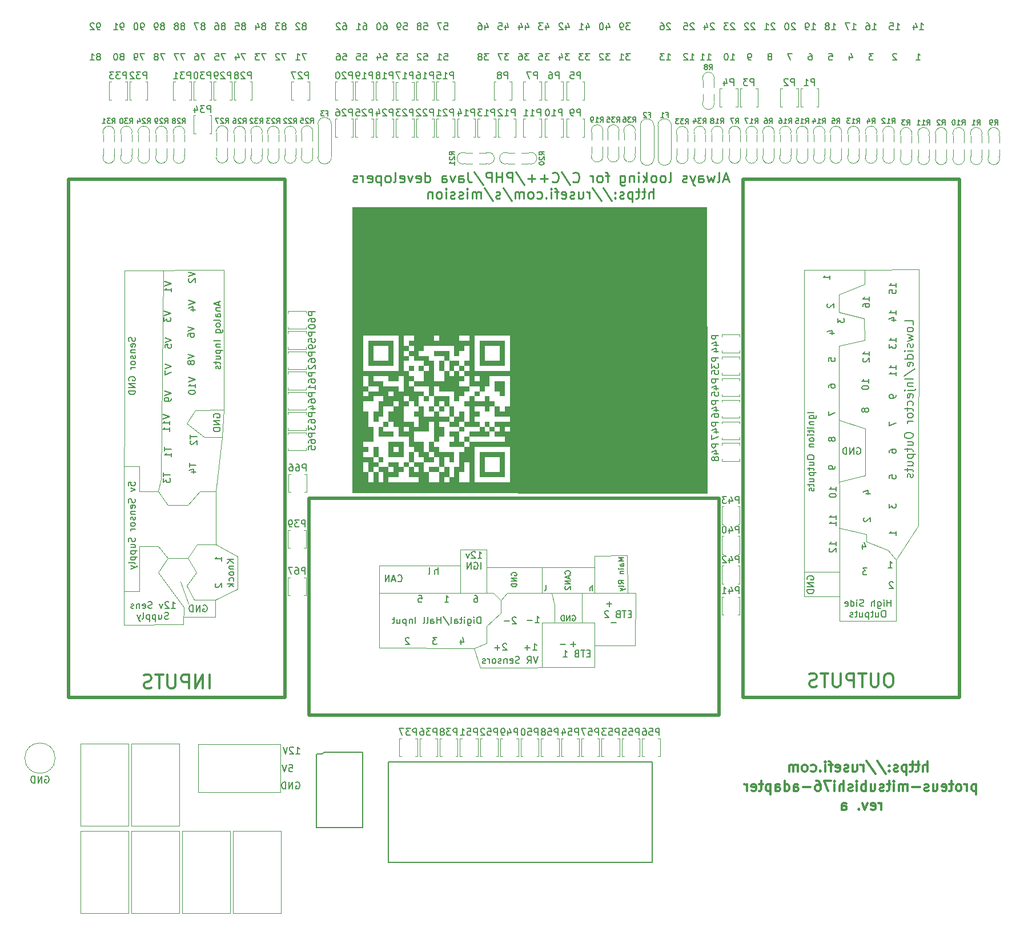
<source format=gbo>
G04 #@! TF.GenerationSoftware,KiCad,Pcbnew,(5.99.0-13086-gffd1139cfe)*
G04 #@! TF.CreationDate,2021-12-30T00:07:05+03:00*
G04 #@! TF.ProjectId,proteus-mitsubishi76-adapter,70726f74-6575-4732-9d6d-697473756269,rev?*
G04 #@! TF.SameCoordinates,PX88c1c40PYce16ca0*
G04 #@! TF.FileFunction,Legend,Bot*
G04 #@! TF.FilePolarity,Positive*
%FSLAX46Y46*%
G04 Gerber Fmt 4.6, Leading zero omitted, Abs format (unit mm)*
G04 Created by KiCad (PCBNEW (5.99.0-13086-gffd1139cfe)) date 2021-12-30 00:07:05*
%MOMM*%
%LPD*%
G01*
G04 APERTURE LIST*
%ADD10C,0.120000*%
%ADD11C,0.250000*%
%ADD12C,0.150000*%
%ADD13C,0.300000*%
%ADD14C,0.200000*%
%ADD15C,0.152400*%
%ADD16C,0.139700*%
%ADD17C,0.127000*%
%ADD18C,0.500000*%
%ADD19C,0.099060*%
G04 APERTURE END LIST*
D10*
X76300000Y73350000D02*
X104300000Y73350000D01*
X104300000Y73350000D02*
X104300000Y98050000D01*
X104300000Y98050000D02*
X76300000Y98050000D01*
X76300000Y98050000D02*
X76300000Y73350000D01*
G36*
X76300000Y73350000D02*
G01*
X104300000Y73350000D01*
X104300000Y98050000D01*
X76300000Y98050000D01*
X76300000Y73350000D01*
G37*
X51750000Y98100000D02*
X104250000Y98100000D01*
X104250000Y98100000D02*
X104250000Y115700000D01*
X104250000Y115700000D02*
X51750000Y115700000D01*
X51750000Y115700000D02*
X51750000Y98100000D01*
G36*
X51750000Y98100000D02*
G01*
X104250000Y98100000D01*
X104250000Y115700000D01*
X51750000Y115700000D01*
X51750000Y98100000D01*
G37*
D11*
X107421428Y119857500D02*
X106707142Y119857500D01*
X107564285Y119428929D02*
X107064285Y120928929D01*
X106564285Y119428929D01*
X105850000Y119428929D02*
X105992857Y119500358D01*
X106064285Y119643215D01*
X106064285Y120928929D01*
X105421428Y120428929D02*
X105135714Y119428929D01*
X104850000Y120143215D01*
X104564285Y119428929D01*
X104278571Y120428929D01*
X103064285Y119428929D02*
X103064285Y120214643D01*
X103135714Y120357500D01*
X103278571Y120428929D01*
X103564285Y120428929D01*
X103707142Y120357500D01*
X103064285Y119500358D02*
X103207142Y119428929D01*
X103564285Y119428929D01*
X103707142Y119500358D01*
X103778571Y119643215D01*
X103778571Y119786072D01*
X103707142Y119928929D01*
X103564285Y120000358D01*
X103207142Y120000358D01*
X103064285Y120071786D01*
X102492857Y120428929D02*
X102135714Y119428929D01*
X101778571Y120428929D02*
X102135714Y119428929D01*
X102278571Y119071786D01*
X102350000Y119000358D01*
X102492857Y118928929D01*
X101278571Y119500358D02*
X101135714Y119428929D01*
X100850000Y119428929D01*
X100707142Y119500358D01*
X100635714Y119643215D01*
X100635714Y119714643D01*
X100707142Y119857500D01*
X100850000Y119928929D01*
X101064285Y119928929D01*
X101207142Y120000358D01*
X101278571Y120143215D01*
X101278571Y120214643D01*
X101207142Y120357500D01*
X101064285Y120428929D01*
X100850000Y120428929D01*
X100707142Y120357500D01*
X98635714Y119428929D02*
X98778571Y119500358D01*
X98850000Y119643215D01*
X98850000Y120928929D01*
X97850000Y119428929D02*
X97992857Y119500358D01*
X98064285Y119571786D01*
X98135714Y119714643D01*
X98135714Y120143215D01*
X98064285Y120286072D01*
X97992857Y120357500D01*
X97850000Y120428929D01*
X97635714Y120428929D01*
X97492857Y120357500D01*
X97421428Y120286072D01*
X97350000Y120143215D01*
X97350000Y119714643D01*
X97421428Y119571786D01*
X97492857Y119500358D01*
X97635714Y119428929D01*
X97850000Y119428929D01*
X96492857Y119428929D02*
X96635714Y119500358D01*
X96707142Y119571786D01*
X96778571Y119714643D01*
X96778571Y120143215D01*
X96707142Y120286072D01*
X96635714Y120357500D01*
X96492857Y120428929D01*
X96278571Y120428929D01*
X96135714Y120357500D01*
X96064285Y120286072D01*
X95992857Y120143215D01*
X95992857Y119714643D01*
X96064285Y119571786D01*
X96135714Y119500358D01*
X96278571Y119428929D01*
X96492857Y119428929D01*
X95350000Y119428929D02*
X95350000Y120928929D01*
X95207142Y120000358D02*
X94778571Y119428929D01*
X94778571Y120428929D02*
X95350000Y119857500D01*
X94135714Y119428929D02*
X94135714Y120428929D01*
X94135714Y120928929D02*
X94207142Y120857500D01*
X94135714Y120786072D01*
X94064285Y120857500D01*
X94135714Y120928929D01*
X94135714Y120786072D01*
X93421428Y120428929D02*
X93421428Y119428929D01*
X93421428Y120286072D02*
X93350000Y120357500D01*
X93207142Y120428929D01*
X92992857Y120428929D01*
X92850000Y120357500D01*
X92778571Y120214643D01*
X92778571Y119428929D01*
X91421428Y120428929D02*
X91421428Y119214643D01*
X91492857Y119071786D01*
X91564285Y119000358D01*
X91707142Y118928929D01*
X91921428Y118928929D01*
X92064285Y119000358D01*
X91421428Y119500358D02*
X91564285Y119428929D01*
X91849999Y119428929D01*
X91992857Y119500358D01*
X92064285Y119571786D01*
X92135714Y119714643D01*
X92135714Y120143215D01*
X92064285Y120286072D01*
X91992857Y120357500D01*
X91849999Y120428929D01*
X91564285Y120428929D01*
X91421428Y120357500D01*
X89778571Y120428929D02*
X89207142Y120428929D01*
X89564285Y119428929D02*
X89564285Y120714643D01*
X89492857Y120857500D01*
X89349999Y120928929D01*
X89207142Y120928929D01*
X88492857Y119428929D02*
X88635714Y119500358D01*
X88707142Y119571786D01*
X88778571Y119714643D01*
X88778571Y120143215D01*
X88707142Y120286072D01*
X88635714Y120357500D01*
X88492857Y120428929D01*
X88278571Y120428929D01*
X88135714Y120357500D01*
X88064285Y120286072D01*
X87992857Y120143215D01*
X87992857Y119714643D01*
X88064285Y119571786D01*
X88135714Y119500358D01*
X88278571Y119428929D01*
X88492857Y119428929D01*
X87349999Y119428929D02*
X87349999Y120428929D01*
X87349999Y120143215D02*
X87278571Y120286072D01*
X87207142Y120357500D01*
X87064285Y120428929D01*
X86921428Y120428929D01*
X84421428Y119571786D02*
X84492857Y119500358D01*
X84707142Y119428929D01*
X84849999Y119428929D01*
X85064285Y119500358D01*
X85207142Y119643215D01*
X85278571Y119786072D01*
X85350000Y120071786D01*
X85350000Y120286072D01*
X85278571Y120571786D01*
X85207142Y120714643D01*
X85064285Y120857500D01*
X84849999Y120928929D01*
X84707142Y120928929D01*
X84492857Y120857500D01*
X84421428Y120786072D01*
X82707142Y121000358D02*
X83992857Y119071786D01*
X81350000Y119571786D02*
X81421428Y119500358D01*
X81635714Y119428929D01*
X81778571Y119428929D01*
X81992857Y119500358D01*
X82135714Y119643215D01*
X82207142Y119786072D01*
X82278571Y120071786D01*
X82278571Y120286072D01*
X82207142Y120571786D01*
X82135714Y120714643D01*
X81992857Y120857500D01*
X81778571Y120928929D01*
X81635714Y120928929D01*
X81421428Y120857500D01*
X81350000Y120786072D01*
X80707142Y120000358D02*
X79564285Y120000358D01*
X80135714Y119428929D02*
X80135714Y120571786D01*
X78849999Y120000358D02*
X77707142Y120000358D01*
X78278571Y119428929D02*
X78278571Y120571786D01*
X75921428Y121000358D02*
X77207142Y119071786D01*
X75421428Y119428929D02*
X75421428Y120928929D01*
X74849999Y120928929D01*
X74707142Y120857500D01*
X74635714Y120786072D01*
X74564285Y120643215D01*
X74564285Y120428929D01*
X74635714Y120286072D01*
X74707142Y120214643D01*
X74849999Y120143215D01*
X75421428Y120143215D01*
X73921428Y119428929D02*
X73921428Y120928929D01*
X73921428Y120214643D02*
X73064285Y120214643D01*
X73064285Y119428929D02*
X73064285Y120928929D01*
X72349999Y119428929D02*
X72349999Y120928929D01*
X71778571Y120928929D01*
X71635714Y120857500D01*
X71564285Y120786072D01*
X71492857Y120643215D01*
X71492857Y120428929D01*
X71564285Y120286072D01*
X71635714Y120214643D01*
X71778571Y120143215D01*
X72349999Y120143215D01*
X69778571Y121000358D02*
X71064285Y119071786D01*
X68849999Y120928929D02*
X68849999Y119857500D01*
X68921428Y119643215D01*
X69064285Y119500358D01*
X69278571Y119428929D01*
X69421428Y119428929D01*
X67492857Y119428929D02*
X67492857Y120214643D01*
X67564285Y120357500D01*
X67707142Y120428929D01*
X67992857Y120428929D01*
X68135714Y120357500D01*
X67492857Y119500358D02*
X67635714Y119428929D01*
X67992857Y119428929D01*
X68135714Y119500358D01*
X68207142Y119643215D01*
X68207142Y119786072D01*
X68135714Y119928929D01*
X67992857Y120000358D01*
X67635714Y120000358D01*
X67492857Y120071786D01*
X66921428Y120428929D02*
X66564285Y119428929D01*
X66207142Y120428929D01*
X64992857Y119428929D02*
X64992857Y120214643D01*
X65064285Y120357500D01*
X65207142Y120428929D01*
X65492857Y120428929D01*
X65635714Y120357500D01*
X64992857Y119500358D02*
X65135714Y119428929D01*
X65492857Y119428929D01*
X65635714Y119500358D01*
X65707142Y119643215D01*
X65707142Y119786072D01*
X65635714Y119928929D01*
X65492857Y120000358D01*
X65135714Y120000358D01*
X64992857Y120071786D01*
X62492857Y119428929D02*
X62492857Y120928929D01*
X62492857Y119500358D02*
X62635714Y119428929D01*
X62921428Y119428929D01*
X63064285Y119500358D01*
X63135714Y119571786D01*
X63207142Y119714643D01*
X63207142Y120143215D01*
X63135714Y120286072D01*
X63064285Y120357500D01*
X62921428Y120428929D01*
X62635714Y120428929D01*
X62492857Y120357500D01*
X61207142Y119500358D02*
X61350000Y119428929D01*
X61635714Y119428929D01*
X61778571Y119500358D01*
X61850000Y119643215D01*
X61850000Y120214643D01*
X61778571Y120357500D01*
X61635714Y120428929D01*
X61350000Y120428929D01*
X61207142Y120357500D01*
X61135714Y120214643D01*
X61135714Y120071786D01*
X61850000Y119928929D01*
X60635714Y120428929D02*
X60278571Y119428929D01*
X59921428Y120428929D01*
X58778571Y119500358D02*
X58921428Y119428929D01*
X59207142Y119428929D01*
X59350000Y119500358D01*
X59421428Y119643215D01*
X59421428Y120214643D01*
X59350000Y120357500D01*
X59207142Y120428929D01*
X58921428Y120428929D01*
X58778571Y120357500D01*
X58707142Y120214643D01*
X58707142Y120071786D01*
X59421428Y119928929D01*
X57850000Y119428929D02*
X57992857Y119500358D01*
X58064285Y119643215D01*
X58064285Y120928929D01*
X57064285Y119428929D02*
X57207142Y119500358D01*
X57278571Y119571786D01*
X57350000Y119714643D01*
X57350000Y120143215D01*
X57278571Y120286072D01*
X57207142Y120357500D01*
X57064285Y120428929D01*
X56850000Y120428929D01*
X56707142Y120357500D01*
X56635714Y120286072D01*
X56564285Y120143215D01*
X56564285Y119714643D01*
X56635714Y119571786D01*
X56707142Y119500358D01*
X56850000Y119428929D01*
X57064285Y119428929D01*
X55921428Y120428929D02*
X55921428Y118928929D01*
X55921428Y120357500D02*
X55778571Y120428929D01*
X55492857Y120428929D01*
X55350000Y120357500D01*
X55278571Y120286072D01*
X55207142Y120143215D01*
X55207142Y119714643D01*
X55278571Y119571786D01*
X55350000Y119500358D01*
X55492857Y119428929D01*
X55778571Y119428929D01*
X55921428Y119500358D01*
X53992857Y119500358D02*
X54135714Y119428929D01*
X54421428Y119428929D01*
X54564285Y119500358D01*
X54635714Y119643215D01*
X54635714Y120214643D01*
X54564285Y120357500D01*
X54421428Y120428929D01*
X54135714Y120428929D01*
X53992857Y120357500D01*
X53921428Y120214643D01*
X53921428Y120071786D01*
X54635714Y119928929D01*
X53278571Y119428929D02*
X53278571Y120428929D01*
X53278571Y120143215D02*
X53207142Y120286072D01*
X53135714Y120357500D01*
X52992857Y120428929D01*
X52850000Y120428929D01*
X52421428Y119500358D02*
X52278571Y119428929D01*
X51992857Y119428929D01*
X51850000Y119500358D01*
X51778571Y119643215D01*
X51778571Y119714643D01*
X51850000Y119857500D01*
X51992857Y119928929D01*
X52207142Y119928929D01*
X52350000Y120000358D01*
X52421428Y120143215D01*
X52421428Y120214643D01*
X52350000Y120357500D01*
X52207142Y120428929D01*
X51992857Y120428929D01*
X51850000Y120357500D01*
X96314285Y117013929D02*
X96314285Y118513929D01*
X95671428Y117013929D02*
X95671428Y117799643D01*
X95742857Y117942500D01*
X95885714Y118013929D01*
X96100000Y118013929D01*
X96242857Y117942500D01*
X96314285Y117871072D01*
X95171428Y118013929D02*
X94600000Y118013929D01*
X94957142Y118513929D02*
X94957142Y117228215D01*
X94885714Y117085358D01*
X94742857Y117013929D01*
X94600000Y117013929D01*
X94314285Y118013929D02*
X93742857Y118013929D01*
X94100000Y118513929D02*
X94100000Y117228215D01*
X94028571Y117085358D01*
X93885714Y117013929D01*
X93742857Y117013929D01*
X93242857Y118013929D02*
X93242857Y116513929D01*
X93242857Y117942500D02*
X93100000Y118013929D01*
X92814285Y118013929D01*
X92671428Y117942500D01*
X92600000Y117871072D01*
X92528571Y117728215D01*
X92528571Y117299643D01*
X92600000Y117156786D01*
X92671428Y117085358D01*
X92814285Y117013929D01*
X93100000Y117013929D01*
X93242857Y117085358D01*
X91957142Y117085358D02*
X91814285Y117013929D01*
X91528571Y117013929D01*
X91385714Y117085358D01*
X91314285Y117228215D01*
X91314285Y117299643D01*
X91385714Y117442500D01*
X91528571Y117513929D01*
X91742857Y117513929D01*
X91885714Y117585358D01*
X91957142Y117728215D01*
X91957142Y117799643D01*
X91885714Y117942500D01*
X91742857Y118013929D01*
X91528571Y118013929D01*
X91385714Y117942500D01*
X90671428Y117156786D02*
X90600000Y117085358D01*
X90671428Y117013929D01*
X90742857Y117085358D01*
X90671428Y117156786D01*
X90671428Y117013929D01*
X90671428Y117942500D02*
X90600000Y117871072D01*
X90671428Y117799643D01*
X90742857Y117871072D01*
X90671428Y117942500D01*
X90671428Y117799643D01*
X88885714Y118585358D02*
X90171428Y116656786D01*
X87314285Y118585358D02*
X88600000Y116656786D01*
X86814285Y117013929D02*
X86814285Y118013929D01*
X86814285Y117728215D02*
X86742857Y117871072D01*
X86671428Y117942500D01*
X86528571Y118013929D01*
X86385714Y118013929D01*
X85242857Y118013929D02*
X85242857Y117013929D01*
X85885714Y118013929D02*
X85885714Y117228215D01*
X85814285Y117085358D01*
X85671428Y117013929D01*
X85457142Y117013929D01*
X85314285Y117085358D01*
X85242857Y117156786D01*
X84600000Y117085358D02*
X84457142Y117013929D01*
X84171428Y117013929D01*
X84028571Y117085358D01*
X83957142Y117228215D01*
X83957142Y117299643D01*
X84028571Y117442500D01*
X84171428Y117513929D01*
X84385714Y117513929D01*
X84528571Y117585358D01*
X84600000Y117728215D01*
X84600000Y117799643D01*
X84528571Y117942500D01*
X84385714Y118013929D01*
X84171428Y118013929D01*
X84028571Y117942500D01*
X82742857Y117085358D02*
X82885714Y117013929D01*
X83171428Y117013929D01*
X83314285Y117085358D01*
X83385714Y117228215D01*
X83385714Y117799643D01*
X83314285Y117942500D01*
X83171428Y118013929D01*
X82885714Y118013929D01*
X82742857Y117942500D01*
X82671428Y117799643D01*
X82671428Y117656786D01*
X83385714Y117513929D01*
X82242857Y118013929D02*
X81671428Y118013929D01*
X82028571Y117013929D02*
X82028571Y118299643D01*
X81957142Y118442500D01*
X81814285Y118513929D01*
X81671428Y118513929D01*
X81171428Y117013929D02*
X81171428Y118013929D01*
X81171428Y118513929D02*
X81242857Y118442500D01*
X81171428Y118371072D01*
X81100000Y118442500D01*
X81171428Y118513929D01*
X81171428Y118371072D01*
X80457142Y117156786D02*
X80385714Y117085358D01*
X80457142Y117013929D01*
X80528571Y117085358D01*
X80457142Y117156786D01*
X80457142Y117013929D01*
X79100000Y117085358D02*
X79242857Y117013929D01*
X79528571Y117013929D01*
X79671428Y117085358D01*
X79742857Y117156786D01*
X79814285Y117299643D01*
X79814285Y117728215D01*
X79742857Y117871072D01*
X79671428Y117942500D01*
X79528571Y118013929D01*
X79242857Y118013929D01*
X79100000Y117942500D01*
X78242857Y117013929D02*
X78385714Y117085358D01*
X78457142Y117156786D01*
X78528571Y117299643D01*
X78528571Y117728215D01*
X78457142Y117871072D01*
X78385714Y117942500D01*
X78242857Y118013929D01*
X78028571Y118013929D01*
X77885714Y117942500D01*
X77814285Y117871072D01*
X77742857Y117728215D01*
X77742857Y117299643D01*
X77814285Y117156786D01*
X77885714Y117085358D01*
X78028571Y117013929D01*
X78242857Y117013929D01*
X77100000Y117013929D02*
X77100000Y118013929D01*
X77100000Y117871072D02*
X77028571Y117942500D01*
X76885714Y118013929D01*
X76671428Y118013929D01*
X76528571Y117942500D01*
X76457142Y117799643D01*
X76457142Y117013929D01*
X76457142Y117799643D02*
X76385714Y117942500D01*
X76242857Y118013929D01*
X76028571Y118013929D01*
X75885714Y117942500D01*
X75814285Y117799643D01*
X75814285Y117013929D01*
X74028571Y118585358D02*
X75314285Y116656786D01*
X73600000Y117085358D02*
X73457142Y117013929D01*
X73171428Y117013929D01*
X73028571Y117085358D01*
X72957142Y117228215D01*
X72957142Y117299643D01*
X73028571Y117442500D01*
X73171428Y117513929D01*
X73385714Y117513929D01*
X73528571Y117585358D01*
X73600000Y117728215D01*
X73600000Y117799643D01*
X73528571Y117942500D01*
X73385714Y118013929D01*
X73171428Y118013929D01*
X73028571Y117942500D01*
X71242857Y118585358D02*
X72528571Y116656786D01*
X70742857Y117013929D02*
X70742857Y118013929D01*
X70742857Y117871072D02*
X70671428Y117942500D01*
X70528571Y118013929D01*
X70314285Y118013929D01*
X70171428Y117942500D01*
X70100000Y117799643D01*
X70100000Y117013929D01*
X70100000Y117799643D02*
X70028571Y117942500D01*
X69885714Y118013929D01*
X69671428Y118013929D01*
X69528571Y117942500D01*
X69457142Y117799643D01*
X69457142Y117013929D01*
X68742857Y117013929D02*
X68742857Y118013929D01*
X68742857Y118513929D02*
X68814285Y118442500D01*
X68742857Y118371072D01*
X68671428Y118442500D01*
X68742857Y118513929D01*
X68742857Y118371072D01*
X68100000Y117085358D02*
X67957142Y117013929D01*
X67671428Y117013929D01*
X67528571Y117085358D01*
X67457142Y117228215D01*
X67457142Y117299643D01*
X67528571Y117442500D01*
X67671428Y117513929D01*
X67885714Y117513929D01*
X68028571Y117585358D01*
X68100000Y117728215D01*
X68100000Y117799643D01*
X68028571Y117942500D01*
X67885714Y118013929D01*
X67671428Y118013929D01*
X67528571Y117942500D01*
X66885714Y117085358D02*
X66742857Y117013929D01*
X66457142Y117013929D01*
X66314285Y117085358D01*
X66242857Y117228215D01*
X66242857Y117299643D01*
X66314285Y117442500D01*
X66457142Y117513929D01*
X66671428Y117513929D01*
X66814285Y117585358D01*
X66885714Y117728215D01*
X66885714Y117799643D01*
X66814285Y117942500D01*
X66671428Y118013929D01*
X66457142Y118013929D01*
X66314285Y117942500D01*
X65600000Y117013929D02*
X65600000Y118013929D01*
X65600000Y118513929D02*
X65671428Y118442500D01*
X65600000Y118371072D01*
X65528571Y118442500D01*
X65600000Y118513929D01*
X65600000Y118371072D01*
X64671428Y117013929D02*
X64814285Y117085358D01*
X64885714Y117156786D01*
X64957142Y117299643D01*
X64957142Y117728215D01*
X64885714Y117871072D01*
X64814285Y117942500D01*
X64671428Y118013929D01*
X64457142Y118013929D01*
X64314285Y117942500D01*
X64242857Y117871072D01*
X64171428Y117728215D01*
X64171428Y117299643D01*
X64242857Y117156786D01*
X64314285Y117085358D01*
X64457142Y117013929D01*
X64671428Y117013929D01*
X63528571Y118013929D02*
X63528571Y117013929D01*
X63528571Y117871072D02*
X63457142Y117942500D01*
X63314285Y118013929D01*
X63100000Y118013929D01*
X62957142Y117942500D01*
X62885714Y117799643D01*
X62885714Y117013929D01*
D12*
X43340595Y34647620D02*
X43912023Y34647620D01*
X43626309Y34647620D02*
X43626309Y35647620D01*
X43721547Y35504762D01*
X43816785Y35409524D01*
X43912023Y35361905D01*
X42959642Y35552381D02*
X42912023Y35600000D01*
X42816785Y35647620D01*
X42578690Y35647620D01*
X42483452Y35600000D01*
X42435833Y35552381D01*
X42388214Y35457143D01*
X42388214Y35361905D01*
X42435833Y35219048D01*
X43007261Y34647620D01*
X42388214Y34647620D01*
X42102500Y35647620D02*
X41769166Y34647620D01*
X41435833Y35647620D01*
X42334596Y33007620D02*
X42810786Y33007620D01*
X42858405Y32531429D01*
X42810786Y32579048D01*
X42715548Y32626667D01*
X42477453Y32626667D01*
X42382215Y32579048D01*
X42334596Y32531429D01*
X42286977Y32436191D01*
X42286977Y32198096D01*
X42334596Y32102858D01*
X42382215Y32055239D01*
X42477453Y32007620D01*
X42715548Y32007620D01*
X42810786Y32055239D01*
X42858405Y32102858D01*
X42001262Y33007620D02*
X41667929Y32007620D01*
X41334596Y33007620D01*
D13*
X130128571Y26321429D02*
X130128571Y27321429D01*
X130128571Y27035715D02*
X130057142Y27178572D01*
X129985714Y27250000D01*
X129842857Y27321429D01*
X129700000Y27321429D01*
X128628571Y26392858D02*
X128771428Y26321429D01*
X129057142Y26321429D01*
X129200000Y26392858D01*
X129271428Y26535715D01*
X129271428Y27107143D01*
X129200000Y27250000D01*
X129057142Y27321429D01*
X128771428Y27321429D01*
X128628571Y27250000D01*
X128557142Y27107143D01*
X128557142Y26964286D01*
X129271428Y26821429D01*
X128057142Y27321429D02*
X127700000Y26321429D01*
X127342857Y27321429D01*
X126771428Y26464286D02*
X126700000Y26392858D01*
X126771428Y26321429D01*
X126842857Y26392858D01*
X126771428Y26464286D01*
X126771428Y26321429D01*
X124271428Y26321429D02*
X124271428Y27107143D01*
X124342857Y27250000D01*
X124485714Y27321429D01*
X124771428Y27321429D01*
X124914285Y27250000D01*
X124271428Y26392858D02*
X124414285Y26321429D01*
X124771428Y26321429D01*
X124914285Y26392858D01*
X124985714Y26535715D01*
X124985714Y26678572D01*
X124914285Y26821429D01*
X124771428Y26892858D01*
X124414285Y26892858D01*
X124271428Y26964286D01*
X144207142Y30121429D02*
X144207142Y28621429D01*
X144207142Y30050000D02*
X144064285Y30121429D01*
X143778571Y30121429D01*
X143635714Y30050000D01*
X143564285Y29978572D01*
X143492857Y29835715D01*
X143492857Y29407143D01*
X143564285Y29264286D01*
X143635714Y29192858D01*
X143778571Y29121429D01*
X144064285Y29121429D01*
X144207142Y29192858D01*
X142850000Y29121429D02*
X142850000Y30121429D01*
X142850000Y29835715D02*
X142778571Y29978572D01*
X142707142Y30050000D01*
X142564285Y30121429D01*
X142421428Y30121429D01*
X141707142Y29121429D02*
X141850000Y29192858D01*
X141921428Y29264286D01*
X141992857Y29407143D01*
X141992857Y29835715D01*
X141921428Y29978572D01*
X141850000Y30050000D01*
X141707142Y30121429D01*
X141492857Y30121429D01*
X141350000Y30050000D01*
X141278571Y29978572D01*
X141207142Y29835715D01*
X141207142Y29407143D01*
X141278571Y29264286D01*
X141350000Y29192858D01*
X141492857Y29121429D01*
X141707142Y29121429D01*
X140778571Y30121429D02*
X140207142Y30121429D01*
X140564285Y30621429D02*
X140564285Y29335715D01*
X140492857Y29192858D01*
X140350000Y29121429D01*
X140207142Y29121429D01*
X139135714Y29192858D02*
X139278571Y29121429D01*
X139564285Y29121429D01*
X139707142Y29192858D01*
X139778571Y29335715D01*
X139778571Y29907143D01*
X139707142Y30050000D01*
X139564285Y30121429D01*
X139278571Y30121429D01*
X139135714Y30050000D01*
X139064285Y29907143D01*
X139064285Y29764286D01*
X139778571Y29621429D01*
X137778571Y30121429D02*
X137778571Y29121429D01*
X138421428Y30121429D02*
X138421428Y29335715D01*
X138350000Y29192858D01*
X138207142Y29121429D01*
X137992857Y29121429D01*
X137850000Y29192858D01*
X137778571Y29264286D01*
X137135714Y29192858D02*
X136992857Y29121429D01*
X136707142Y29121429D01*
X136564285Y29192858D01*
X136492857Y29335715D01*
X136492857Y29407143D01*
X136564285Y29550000D01*
X136707142Y29621429D01*
X136921428Y29621429D01*
X137064285Y29692858D01*
X137135714Y29835715D01*
X137135714Y29907143D01*
X137064285Y30050000D01*
X136921428Y30121429D01*
X136707142Y30121429D01*
X136564285Y30050000D01*
X135850000Y29692858D02*
X134707142Y29692858D01*
X133992857Y29121429D02*
X133992857Y30121429D01*
X133992857Y29978572D02*
X133921428Y30050000D01*
X133778571Y30121429D01*
X133564285Y30121429D01*
X133421428Y30050000D01*
X133350000Y29907143D01*
X133350000Y29121429D01*
X133350000Y29907143D02*
X133278571Y30050000D01*
X133135714Y30121429D01*
X132921428Y30121429D01*
X132778571Y30050000D01*
X132707142Y29907143D01*
X132707142Y29121429D01*
X131992857Y29121429D02*
X131992857Y30121429D01*
X131992857Y30621429D02*
X132064285Y30550000D01*
X131992857Y30478572D01*
X131921428Y30550000D01*
X131992857Y30621429D01*
X131992857Y30478572D01*
X131492857Y30121429D02*
X130921428Y30121429D01*
X131278571Y30621429D02*
X131278571Y29335715D01*
X131207142Y29192858D01*
X131064285Y29121429D01*
X130921428Y29121429D01*
X130492857Y29192858D02*
X130350000Y29121429D01*
X130064285Y29121429D01*
X129921428Y29192858D01*
X129850000Y29335715D01*
X129850000Y29407143D01*
X129921428Y29550000D01*
X130064285Y29621429D01*
X130278571Y29621429D01*
X130421428Y29692858D01*
X130492857Y29835715D01*
X130492857Y29907143D01*
X130421428Y30050000D01*
X130278571Y30121429D01*
X130064285Y30121429D01*
X129921428Y30050000D01*
X128564285Y30121429D02*
X128564285Y29121429D01*
X129207142Y30121429D02*
X129207142Y29335715D01*
X129135714Y29192858D01*
X128992857Y29121429D01*
X128778571Y29121429D01*
X128635714Y29192858D01*
X128564285Y29264286D01*
X127850000Y29121429D02*
X127850000Y30621429D01*
X127850000Y30050000D02*
X127707142Y30121429D01*
X127421428Y30121429D01*
X127278571Y30050000D01*
X127207142Y29978572D01*
X127135714Y29835715D01*
X127135714Y29407143D01*
X127207142Y29264286D01*
X127278571Y29192858D01*
X127421428Y29121429D01*
X127707142Y29121429D01*
X127850000Y29192858D01*
X126492857Y29121429D02*
X126492857Y30121429D01*
X126492857Y30621429D02*
X126564285Y30550000D01*
X126492857Y30478572D01*
X126421428Y30550000D01*
X126492857Y30621429D01*
X126492857Y30478572D01*
X125850000Y29192858D02*
X125707142Y29121429D01*
X125421428Y29121429D01*
X125278571Y29192858D01*
X125207142Y29335715D01*
X125207142Y29407143D01*
X125278571Y29550000D01*
X125421428Y29621429D01*
X125635714Y29621429D01*
X125778571Y29692858D01*
X125850000Y29835715D01*
X125850000Y29907143D01*
X125778571Y30050000D01*
X125635714Y30121429D01*
X125421428Y30121429D01*
X125278571Y30050000D01*
X124564285Y29121429D02*
X124564285Y30621429D01*
X123921428Y29121429D02*
X123921428Y29907143D01*
X123992857Y30050000D01*
X124135714Y30121429D01*
X124350000Y30121429D01*
X124492857Y30050000D01*
X124564285Y29978572D01*
X123207142Y29121429D02*
X123207142Y30121429D01*
X123207142Y30621429D02*
X123278571Y30550000D01*
X123207142Y30478572D01*
X123135714Y30550000D01*
X123207142Y30621429D01*
X123207142Y30478572D01*
X122635714Y30621429D02*
X121635714Y30621429D01*
X122278571Y29121429D01*
X120421428Y30621429D02*
X120707142Y30621429D01*
X120850000Y30550000D01*
X120921428Y30478572D01*
X121064285Y30264286D01*
X121135714Y29978572D01*
X121135714Y29407143D01*
X121064285Y29264286D01*
X120992857Y29192858D01*
X120850000Y29121429D01*
X120564285Y29121429D01*
X120421428Y29192858D01*
X120350000Y29264286D01*
X120278571Y29407143D01*
X120278571Y29764286D01*
X120350000Y29907143D01*
X120421428Y29978572D01*
X120564285Y30050000D01*
X120850000Y30050000D01*
X120992857Y29978572D01*
X121064285Y29907143D01*
X121135714Y29764286D01*
X119635714Y29692858D02*
X118492857Y29692858D01*
X117135714Y29121429D02*
X117135714Y29907143D01*
X117207142Y30050000D01*
X117350000Y30121429D01*
X117635714Y30121429D01*
X117778571Y30050000D01*
X117135714Y29192858D02*
X117278571Y29121429D01*
X117635714Y29121429D01*
X117778571Y29192858D01*
X117850000Y29335715D01*
X117850000Y29478572D01*
X117778571Y29621429D01*
X117635714Y29692858D01*
X117278571Y29692858D01*
X117135714Y29764286D01*
X115778571Y29121429D02*
X115778571Y30621429D01*
X115778571Y29192858D02*
X115921428Y29121429D01*
X116207142Y29121429D01*
X116350000Y29192858D01*
X116421428Y29264286D01*
X116492857Y29407143D01*
X116492857Y29835715D01*
X116421428Y29978572D01*
X116350000Y30050000D01*
X116207142Y30121429D01*
X115921428Y30121429D01*
X115778571Y30050000D01*
X114421428Y29121429D02*
X114421428Y29907143D01*
X114492857Y30050000D01*
X114635714Y30121429D01*
X114921428Y30121429D01*
X115064285Y30050000D01*
X114421428Y29192858D02*
X114564285Y29121429D01*
X114921428Y29121429D01*
X115064285Y29192858D01*
X115135714Y29335715D01*
X115135714Y29478572D01*
X115064285Y29621429D01*
X114921428Y29692858D01*
X114564285Y29692858D01*
X114421428Y29764286D01*
X113707142Y30121429D02*
X113707142Y28621429D01*
X113707142Y30050000D02*
X113564285Y30121429D01*
X113278571Y30121429D01*
X113135714Y30050000D01*
X113064285Y29978572D01*
X112992857Y29835715D01*
X112992857Y29407143D01*
X113064285Y29264286D01*
X113135714Y29192858D01*
X113278571Y29121429D01*
X113564285Y29121429D01*
X113707142Y29192858D01*
X112564285Y30121429D02*
X111992857Y30121429D01*
X112350000Y30621429D02*
X112350000Y29335715D01*
X112278571Y29192858D01*
X112135714Y29121429D01*
X111992857Y29121429D01*
X110921428Y29192858D02*
X111064285Y29121429D01*
X111350000Y29121429D01*
X111492857Y29192858D01*
X111564285Y29335715D01*
X111564285Y29907143D01*
X111492857Y30050000D01*
X111350000Y30121429D01*
X111064285Y30121429D01*
X110921428Y30050000D01*
X110850000Y29907143D01*
X110850000Y29764286D01*
X111564285Y29621429D01*
X110207142Y29121429D02*
X110207142Y30121429D01*
X110207142Y29835715D02*
X110135714Y29978572D01*
X110064285Y30050000D01*
X109921428Y30121429D01*
X109778571Y30121429D01*
D12*
X43340595Y30400000D02*
X43435833Y30447620D01*
X43578690Y30447620D01*
X43721547Y30400000D01*
X43816785Y30304762D01*
X43864404Y30209524D01*
X43912023Y30019048D01*
X43912023Y29876191D01*
X43864404Y29685715D01*
X43816785Y29590477D01*
X43721547Y29495239D01*
X43578690Y29447620D01*
X43483452Y29447620D01*
X43340595Y29495239D01*
X43292976Y29542858D01*
X43292976Y29876191D01*
X43483452Y29876191D01*
X42864404Y29447620D02*
X42864404Y30447620D01*
X42292976Y29447620D01*
X42292976Y30447620D01*
X41816785Y29447620D02*
X41816785Y30447620D01*
X41578690Y30447620D01*
X41435833Y30400000D01*
X41340595Y30304762D01*
X41292976Y30209524D01*
X41245357Y30019048D01*
X41245357Y29876191D01*
X41292976Y29685715D01*
X41340595Y29590477D01*
X41435833Y29495239D01*
X41578690Y29447620D01*
X41816785Y29447620D01*
D13*
X136950000Y32021429D02*
X136950000Y33521429D01*
X136307142Y32021429D02*
X136307142Y32807143D01*
X136378571Y32950000D01*
X136521428Y33021429D01*
X136735714Y33021429D01*
X136878571Y32950000D01*
X136950000Y32878572D01*
X135807142Y33021429D02*
X135235714Y33021429D01*
X135592857Y33521429D02*
X135592857Y32235715D01*
X135521428Y32092858D01*
X135378571Y32021429D01*
X135235714Y32021429D01*
X134950000Y33021429D02*
X134378571Y33021429D01*
X134735714Y33521429D02*
X134735714Y32235715D01*
X134664285Y32092858D01*
X134521428Y32021429D01*
X134378571Y32021429D01*
X133878571Y33021429D02*
X133878571Y31521429D01*
X133878571Y32950000D02*
X133735714Y33021429D01*
X133450000Y33021429D01*
X133307142Y32950000D01*
X133235714Y32878572D01*
X133164285Y32735715D01*
X133164285Y32307143D01*
X133235714Y32164286D01*
X133307142Y32092858D01*
X133450000Y32021429D01*
X133735714Y32021429D01*
X133878571Y32092858D01*
X132592857Y32092858D02*
X132450000Y32021429D01*
X132164285Y32021429D01*
X132021428Y32092858D01*
X131950000Y32235715D01*
X131950000Y32307143D01*
X132021428Y32450000D01*
X132164285Y32521429D01*
X132378571Y32521429D01*
X132521428Y32592858D01*
X132592857Y32735715D01*
X132592857Y32807143D01*
X132521428Y32950000D01*
X132378571Y33021429D01*
X132164285Y33021429D01*
X132021428Y32950000D01*
X131307142Y32164286D02*
X131235714Y32092858D01*
X131307142Y32021429D01*
X131378571Y32092858D01*
X131307142Y32164286D01*
X131307142Y32021429D01*
X131307142Y32950000D02*
X131235714Y32878572D01*
X131307142Y32807143D01*
X131378571Y32878572D01*
X131307142Y32950000D01*
X131307142Y32807143D01*
X129521428Y33592858D02*
X130807142Y31664286D01*
X127950000Y33592858D02*
X129235714Y31664286D01*
X127450000Y32021429D02*
X127450000Y33021429D01*
X127450000Y32735715D02*
X127378571Y32878572D01*
X127307142Y32950000D01*
X127164285Y33021429D01*
X127021428Y33021429D01*
X125878571Y33021429D02*
X125878571Y32021429D01*
X126521428Y33021429D02*
X126521428Y32235715D01*
X126450000Y32092858D01*
X126307142Y32021429D01*
X126092857Y32021429D01*
X125950000Y32092858D01*
X125878571Y32164286D01*
X125235714Y32092858D02*
X125092857Y32021429D01*
X124807142Y32021429D01*
X124664285Y32092858D01*
X124592857Y32235715D01*
X124592857Y32307143D01*
X124664285Y32450000D01*
X124807142Y32521429D01*
X125021428Y32521429D01*
X125164285Y32592858D01*
X125235714Y32735715D01*
X125235714Y32807143D01*
X125164285Y32950000D01*
X125021428Y33021429D01*
X124807142Y33021429D01*
X124664285Y32950000D01*
X123378571Y32092858D02*
X123521428Y32021429D01*
X123807142Y32021429D01*
X123950000Y32092858D01*
X124021428Y32235715D01*
X124021428Y32807143D01*
X123950000Y32950000D01*
X123807142Y33021429D01*
X123521428Y33021429D01*
X123378571Y32950000D01*
X123307142Y32807143D01*
X123307142Y32664286D01*
X124021428Y32521429D01*
X122878571Y33021429D02*
X122307142Y33021429D01*
X122664285Y32021429D02*
X122664285Y33307143D01*
X122592857Y33450000D01*
X122450000Y33521429D01*
X122307142Y33521429D01*
X121807142Y32021429D02*
X121807142Y33021429D01*
X121807142Y33521429D02*
X121878571Y33450000D01*
X121807142Y33378572D01*
X121735714Y33450000D01*
X121807142Y33521429D01*
X121807142Y33378572D01*
X121092857Y32164286D02*
X121021428Y32092858D01*
X121092857Y32021429D01*
X121164285Y32092858D01*
X121092857Y32164286D01*
X121092857Y32021429D01*
X119735714Y32092858D02*
X119878571Y32021429D01*
X120164285Y32021429D01*
X120307142Y32092858D01*
X120378571Y32164286D01*
X120450000Y32307143D01*
X120450000Y32735715D01*
X120378571Y32878572D01*
X120307142Y32950000D01*
X120164285Y33021429D01*
X119878571Y33021429D01*
X119735714Y32950000D01*
X118878571Y32021429D02*
X119021428Y32092858D01*
X119092857Y32164286D01*
X119164285Y32307143D01*
X119164285Y32735715D01*
X119092857Y32878572D01*
X119021428Y32950000D01*
X118878571Y33021429D01*
X118664285Y33021429D01*
X118521428Y32950000D01*
X118450000Y32878572D01*
X118378571Y32735715D01*
X118378571Y32307143D01*
X118450000Y32164286D01*
X118521428Y32092858D01*
X118664285Y32021429D01*
X118878571Y32021429D01*
X117735714Y32021429D02*
X117735714Y33021429D01*
X117735714Y32878572D02*
X117664285Y32950000D01*
X117521428Y33021429D01*
X117307142Y33021429D01*
X117164285Y32950000D01*
X117092857Y32807143D01*
X117092857Y32021429D01*
X117092857Y32807143D02*
X117021428Y32950000D01*
X116878571Y33021429D01*
X116664285Y33021429D01*
X116521428Y32950000D01*
X116450000Y32807143D01*
X116450000Y32021429D01*
D12*
G04 #@! TO.C,BRD1*
X64238333Y51898621D02*
X63619285Y51898621D01*
X63952619Y51517668D01*
X63809761Y51517668D01*
X63714523Y51470049D01*
X63666904Y51422430D01*
X63619285Y51327192D01*
X63619285Y51089097D01*
X63666904Y50993859D01*
X63714523Y50946240D01*
X63809761Y50898621D01*
X64095476Y50898621D01*
X64190714Y50946240D01*
X64238333Y50993859D01*
X131554761Y56527621D02*
X131554761Y57527621D01*
X131554761Y57051430D02*
X130983333Y57051430D01*
X130983333Y56527621D02*
X130983333Y57527621D01*
X130507142Y56527621D02*
X130507142Y57194287D01*
X130507142Y57527621D02*
X130554761Y57480001D01*
X130507142Y57432382D01*
X130459523Y57480001D01*
X130507142Y57527621D01*
X130507142Y57432382D01*
X129602380Y57194287D02*
X129602380Y56384763D01*
X129650000Y56289525D01*
X129697619Y56241906D01*
X129792857Y56194287D01*
X129935714Y56194287D01*
X130030952Y56241906D01*
X129602380Y56575240D02*
X129697619Y56527621D01*
X129888095Y56527621D01*
X129983333Y56575240D01*
X130030952Y56622859D01*
X130078571Y56718097D01*
X130078571Y57003811D01*
X130030952Y57099049D01*
X129983333Y57146668D01*
X129888095Y57194287D01*
X129697619Y57194287D01*
X129602380Y57146668D01*
X129126190Y56527621D02*
X129126190Y57527621D01*
X128697619Y56527621D02*
X128697619Y57051430D01*
X128745238Y57146668D01*
X128840476Y57194287D01*
X128983333Y57194287D01*
X129078571Y57146668D01*
X129126190Y57099049D01*
X127507142Y56575240D02*
X127364285Y56527621D01*
X127126190Y56527621D01*
X127030952Y56575240D01*
X126983333Y56622859D01*
X126935714Y56718097D01*
X126935714Y56813335D01*
X126983333Y56908573D01*
X127030952Y56956192D01*
X127126190Y57003811D01*
X127316666Y57051430D01*
X127411904Y57099049D01*
X127459523Y57146668D01*
X127507142Y57241906D01*
X127507142Y57337144D01*
X127459523Y57432382D01*
X127411904Y57480001D01*
X127316666Y57527621D01*
X127078571Y57527621D01*
X126935714Y57480001D01*
X126507142Y56527621D02*
X126507142Y57194287D01*
X126507142Y57527621D02*
X126554761Y57480001D01*
X126507142Y57432382D01*
X126459523Y57480001D01*
X126507142Y57527621D01*
X126507142Y57432382D01*
X125602380Y56527621D02*
X125602380Y57527621D01*
X125602380Y56575240D02*
X125697619Y56527621D01*
X125888095Y56527621D01*
X125983333Y56575240D01*
X126030952Y56622859D01*
X126078571Y56718097D01*
X126078571Y57003811D01*
X126030952Y57099049D01*
X125983333Y57146668D01*
X125888095Y57194287D01*
X125697619Y57194287D01*
X125602380Y57146668D01*
X124745238Y56575240D02*
X124840476Y56527621D01*
X125030952Y56527621D01*
X125126190Y56575240D01*
X125173809Y56670478D01*
X125173809Y57051430D01*
X125126190Y57146668D01*
X125030952Y57194287D01*
X124840476Y57194287D01*
X124745238Y57146668D01*
X124697619Y57051430D01*
X124697619Y56956192D01*
X125173809Y56860954D01*
X130578571Y55917621D02*
X130388095Y55917621D01*
X130292857Y55870001D01*
X130197619Y55774763D01*
X130150000Y55584287D01*
X130150000Y55250954D01*
X130197619Y55060478D01*
X130292857Y54965240D01*
X130388095Y54917621D01*
X130578571Y54917621D01*
X130673809Y54965240D01*
X130769047Y55060478D01*
X130816666Y55250954D01*
X130816666Y55584287D01*
X130769047Y55774763D01*
X130673809Y55870001D01*
X130578571Y55917621D01*
X129292857Y55584287D02*
X129292857Y54917621D01*
X129721428Y55584287D02*
X129721428Y55060478D01*
X129673809Y54965240D01*
X129578571Y54917621D01*
X129435714Y54917621D01*
X129340476Y54965240D01*
X129292857Y55012859D01*
X128959523Y55584287D02*
X128578571Y55584287D01*
X128816666Y55917621D02*
X128816666Y55060478D01*
X128769047Y54965240D01*
X128673809Y54917621D01*
X128578571Y54917621D01*
X128245238Y55584287D02*
X128245238Y54584287D01*
X128245238Y55536668D02*
X128150000Y55584287D01*
X127959523Y55584287D01*
X127864285Y55536668D01*
X127816666Y55489049D01*
X127769047Y55393811D01*
X127769047Y55108097D01*
X127816666Y55012859D01*
X127864285Y54965240D01*
X127959523Y54917621D01*
X128150000Y54917621D01*
X128245238Y54965240D01*
X126911904Y55584287D02*
X126911904Y54917621D01*
X127340476Y55584287D02*
X127340476Y55060478D01*
X127292857Y54965240D01*
X127197619Y54917621D01*
X127054761Y54917621D01*
X126959523Y54965240D01*
X126911904Y55012859D01*
X126578571Y55584287D02*
X126197619Y55584287D01*
X126435714Y55917621D02*
X126435714Y55060478D01*
X126388095Y54965240D01*
X126292857Y54917621D01*
X126197619Y54917621D01*
X125911904Y54965240D02*
X125816666Y54917621D01*
X125626190Y54917621D01*
X125530952Y54965240D01*
X125483333Y55060478D01*
X125483333Y55108097D01*
X125530952Y55203335D01*
X125626190Y55250954D01*
X125769047Y55250954D01*
X125864285Y55298573D01*
X125911904Y55393811D01*
X125911904Y55441430D01*
X125864285Y55536668D01*
X125769047Y55584287D01*
X125626190Y55584287D01*
X125530952Y55536668D01*
X119158000Y60494906D02*
X119110380Y60590144D01*
X119110380Y60733001D01*
X119158000Y60875859D01*
X119253238Y60971097D01*
X119348476Y61018716D01*
X119538952Y61066335D01*
X119681809Y61066335D01*
X119872285Y61018716D01*
X119967523Y60971097D01*
X120062761Y60875859D01*
X120110380Y60733001D01*
X120110380Y60637763D01*
X120062761Y60494906D01*
X120015142Y60447287D01*
X119681809Y60447287D01*
X119681809Y60637763D01*
X120110380Y60018716D02*
X119110380Y60018716D01*
X120110380Y59447287D01*
X119110380Y59447287D01*
X120110380Y58971097D02*
X119110380Y58971097D01*
X119110380Y58733001D01*
X119158000Y58590144D01*
X119253238Y58494906D01*
X119348476Y58447287D01*
X119538952Y58399668D01*
X119681809Y58399668D01*
X119872285Y58447287D01*
X119967523Y58494906D01*
X120062761Y58590144D01*
X120110380Y58733001D01*
X120110380Y58971097D01*
X127587619Y69670716D02*
X127540000Y69623097D01*
X127492380Y69527859D01*
X127492380Y69289763D01*
X127540000Y69194525D01*
X127587619Y69146906D01*
X127682857Y69099287D01*
X127778095Y69099287D01*
X127920952Y69146906D01*
X128492380Y69718335D01*
X128492380Y69099287D01*
X132302380Y99801478D02*
X132302380Y100372906D01*
X132302380Y100087192D02*
X131302380Y100087192D01*
X131445238Y100182430D01*
X131540476Y100277668D01*
X131588095Y100372906D01*
X131635714Y98944335D02*
X132302380Y98944335D01*
X131254761Y99182430D02*
X131969047Y99420525D01*
X131969047Y98801478D01*
X31150000Y84536906D02*
X31102380Y84632144D01*
X31102380Y84775001D01*
X31150000Y84917859D01*
X31245238Y85013097D01*
X31340476Y85060716D01*
X31530952Y85108335D01*
X31673809Y85108335D01*
X31864285Y85060716D01*
X31959523Y85013097D01*
X32054761Y84917859D01*
X32102380Y84775001D01*
X32102380Y84679763D01*
X32054761Y84536906D01*
X32007142Y84489287D01*
X31673809Y84489287D01*
X31673809Y84679763D01*
X32102380Y84060716D02*
X31102380Y84060716D01*
X32102380Y83489287D01*
X31102380Y83489287D01*
X32102380Y83013097D02*
X31102380Y83013097D01*
X31102380Y82775001D01*
X31150000Y82632144D01*
X31245238Y82536906D01*
X31340476Y82489287D01*
X31530952Y82441668D01*
X31673809Y82441668D01*
X31864285Y82489287D01*
X31959523Y82536906D01*
X32054761Y82632144D01*
X32102380Y82775001D01*
X32102380Y83013097D01*
X131164285Y62201621D02*
X131735714Y62201621D01*
X131450000Y62201621D02*
X131450000Y63201621D01*
X131545238Y63058763D01*
X131640476Y62963525D01*
X131735714Y62915906D01*
X67778523Y51565287D02*
X67778523Y50898621D01*
X68016619Y51946240D02*
X68254714Y51231954D01*
X67635666Y51231954D01*
X128365380Y93705478D02*
X128365380Y94276906D01*
X128365380Y93991192D02*
X127365380Y93991192D01*
X127508238Y94086430D01*
X127603476Y94181668D01*
X127651095Y94276906D01*
X127460619Y93324525D02*
X127413000Y93276906D01*
X127365380Y93181668D01*
X127365380Y92943573D01*
X127413000Y92848335D01*
X127460619Y92800716D01*
X127555857Y92753097D01*
X127651095Y92753097D01*
X127793952Y92800716D01*
X128365380Y93372144D01*
X128365380Y92753097D01*
X27543380Y77766906D02*
X27543380Y77195478D01*
X28543380Y77481192D02*
X27543380Y77481192D01*
X27876714Y76433573D02*
X28543380Y76433573D01*
X27495761Y76671668D02*
X28210047Y76909763D01*
X28210047Y76290716D01*
X27302380Y93934525D02*
X28302380Y93601192D01*
X27302380Y93267859D01*
X27730952Y92791668D02*
X27683333Y92886906D01*
X27635714Y92934525D01*
X27540476Y92982144D01*
X27492857Y92982144D01*
X27397619Y92934525D01*
X27350000Y92886906D01*
X27302380Y92791668D01*
X27302380Y92601192D01*
X27350000Y92505954D01*
X27397619Y92458335D01*
X27492857Y92410716D01*
X27540476Y92410716D01*
X27635714Y92458335D01*
X27683333Y92505954D01*
X27730952Y92601192D01*
X27730952Y92791668D01*
X27778571Y92886906D01*
X27826190Y92934525D01*
X27921428Y92982144D01*
X28111904Y92982144D01*
X28207142Y92934525D01*
X28254761Y92886906D01*
X28302380Y92791668D01*
X28302380Y92601192D01*
X28254761Y92505954D01*
X28207142Y92458335D01*
X28111904Y92410716D01*
X27921428Y92410716D01*
X27826190Y92458335D01*
X27778571Y92505954D01*
X27730952Y92601192D01*
X122197619Y101420716D02*
X122150000Y101373097D01*
X122102380Y101277859D01*
X122102380Y101039763D01*
X122150000Y100944525D01*
X122197619Y100896906D01*
X122292857Y100849287D01*
X122388095Y100849287D01*
X122530952Y100896906D01*
X123102380Y101468335D01*
X123102380Y100849287D01*
X90193952Y56867573D02*
X89432047Y56867573D01*
X89813000Y56486621D02*
X89813000Y57248525D01*
X123402380Y69465478D02*
X123402380Y70036906D01*
X123402380Y69751192D02*
X122402380Y69751192D01*
X122545238Y69846430D01*
X122640476Y69941668D01*
X122688095Y70036906D01*
X123402380Y68513097D02*
X123402380Y69084525D01*
X123402380Y68798811D02*
X122402380Y68798811D01*
X122545238Y68894049D01*
X122640476Y68989287D01*
X122688095Y69084525D01*
X23852380Y88439525D02*
X24852380Y88106192D01*
X23852380Y87772859D01*
X24852380Y87391906D02*
X24852380Y87201430D01*
X24804761Y87106192D01*
X24757142Y87058573D01*
X24614285Y86963335D01*
X24423809Y86915716D01*
X24042857Y86915716D01*
X23947619Y86963335D01*
X23900000Y87010954D01*
X23852380Y87106192D01*
X23852380Y87296668D01*
X23900000Y87391906D01*
X23947619Y87439525D01*
X24042857Y87487144D01*
X24280952Y87487144D01*
X24376190Y87439525D01*
X24423809Y87391906D01*
X24471428Y87296668D01*
X24471428Y87106192D01*
X24423809Y87010954D01*
X24376190Y86963335D01*
X24280952Y86915716D01*
X132302380Y87863478D02*
X132302380Y87673001D01*
X132254761Y87577763D01*
X132207142Y87530144D01*
X132064285Y87434906D01*
X131873809Y87387287D01*
X131492857Y87387287D01*
X131397619Y87434906D01*
X131350000Y87482525D01*
X131302380Y87577763D01*
X131302380Y87768240D01*
X131350000Y87863478D01*
X131397619Y87911097D01*
X131492857Y87958716D01*
X131730952Y87958716D01*
X131826190Y87911097D01*
X131873809Y87863478D01*
X131921428Y87768240D01*
X131921428Y87577763D01*
X131873809Y87482525D01*
X131826190Y87434906D01*
X131730952Y87387287D01*
X83335952Y50898573D02*
X82574047Y50898573D01*
X19478761Y96413097D02*
X19526380Y96270240D01*
X19526380Y96032144D01*
X19478761Y95936906D01*
X19431142Y95889287D01*
X19335904Y95841668D01*
X19240666Y95841668D01*
X19145428Y95889287D01*
X19097809Y95936906D01*
X19050190Y96032144D01*
X19002571Y96222621D01*
X18954952Y96317859D01*
X18907333Y96365478D01*
X18812095Y96413097D01*
X18716857Y96413097D01*
X18621619Y96365478D01*
X18574000Y96317859D01*
X18526380Y96222621D01*
X18526380Y95984525D01*
X18574000Y95841668D01*
X19478761Y95032144D02*
X19526380Y95127382D01*
X19526380Y95317859D01*
X19478761Y95413097D01*
X19383523Y95460716D01*
X19002571Y95460716D01*
X18907333Y95413097D01*
X18859714Y95317859D01*
X18859714Y95127382D01*
X18907333Y95032144D01*
X19002571Y94984525D01*
X19097809Y94984525D01*
X19193047Y95460716D01*
X18859714Y94555954D02*
X19526380Y94555954D01*
X18954952Y94555954D02*
X18907333Y94508335D01*
X18859714Y94413097D01*
X18859714Y94270240D01*
X18907333Y94175001D01*
X19002571Y94127382D01*
X19526380Y94127382D01*
X19478761Y93698811D02*
X19526380Y93603573D01*
X19526380Y93413097D01*
X19478761Y93317859D01*
X19383523Y93270240D01*
X19335904Y93270240D01*
X19240666Y93317859D01*
X19193047Y93413097D01*
X19193047Y93555954D01*
X19145428Y93651192D01*
X19050190Y93698811D01*
X19002571Y93698811D01*
X18907333Y93651192D01*
X18859714Y93555954D01*
X18859714Y93413097D01*
X18907333Y93317859D01*
X19526380Y92698811D02*
X19478761Y92794049D01*
X19431142Y92841668D01*
X19335904Y92889287D01*
X19050190Y92889287D01*
X18954952Y92841668D01*
X18907333Y92794049D01*
X18859714Y92698811D01*
X18859714Y92555954D01*
X18907333Y92460716D01*
X18954952Y92413097D01*
X19050190Y92365478D01*
X19335904Y92365478D01*
X19431142Y92413097D01*
X19478761Y92460716D01*
X19526380Y92555954D01*
X19526380Y92698811D01*
X19526380Y91936906D02*
X18859714Y91936906D01*
X19050190Y91936906D02*
X18954952Y91889287D01*
X18907333Y91841668D01*
X18859714Y91746430D01*
X18859714Y91651192D01*
X18574000Y90032144D02*
X18526380Y90127382D01*
X18526380Y90270240D01*
X18574000Y90413097D01*
X18669238Y90508335D01*
X18764476Y90555954D01*
X18954952Y90603573D01*
X19097809Y90603573D01*
X19288285Y90555954D01*
X19383523Y90508335D01*
X19478761Y90413097D01*
X19526380Y90270240D01*
X19526380Y90175001D01*
X19478761Y90032144D01*
X19431142Y89984525D01*
X19097809Y89984525D01*
X19097809Y90175001D01*
X19526380Y89555954D02*
X18526380Y89555954D01*
X19526380Y88984525D01*
X18526380Y88984525D01*
X19526380Y88508335D02*
X18526380Y88508335D01*
X18526380Y88270240D01*
X18574000Y88127382D01*
X18669238Y88032144D01*
X18764476Y87984525D01*
X18954952Y87936906D01*
X19097809Y87936906D01*
X19288285Y87984525D01*
X19383523Y88032144D01*
X19478761Y88127382D01*
X19526380Y88270240D01*
X19526380Y88508335D01*
X27429380Y106126525D02*
X28429380Y105793192D01*
X27429380Y105459859D01*
X27524619Y105174144D02*
X27477000Y105126525D01*
X27429380Y105031287D01*
X27429380Y104793192D01*
X27477000Y104697954D01*
X27524619Y104650335D01*
X27619857Y104602716D01*
X27715095Y104602716D01*
X27857952Y104650335D01*
X28429380Y105221763D01*
X28429380Y104602716D01*
X123412380Y73639478D02*
X123412380Y74210906D01*
X123412380Y73925192D02*
X122412380Y73925192D01*
X122555238Y74020430D01*
X122650476Y74115668D01*
X122698095Y74210906D01*
X122412380Y73020430D02*
X122412380Y72925192D01*
X122460000Y72829954D01*
X122507619Y72782335D01*
X122602857Y72734716D01*
X122793333Y72687097D01*
X123031428Y72687097D01*
X123221904Y72734716D01*
X123317142Y72782335D01*
X123364761Y72829954D01*
X123412380Y72925192D01*
X123412380Y73020430D01*
X123364761Y73115668D01*
X123317142Y73163287D01*
X123221904Y73210906D01*
X123031428Y73258525D01*
X122793333Y73258525D01*
X122602857Y73210906D01*
X122507619Y73163287D01*
X122460000Y73115668D01*
X122412380Y73020430D01*
X78462333Y50009621D02*
X79033761Y50009621D01*
X78748047Y50009621D02*
X78748047Y51009621D01*
X78843285Y50866763D01*
X78938523Y50771525D01*
X79033761Y50723906D01*
X78033761Y50390573D02*
X77271857Y50390573D01*
X77652809Y50009621D02*
X77652809Y50771525D01*
X64373285Y61312621D02*
X64373285Y62312621D01*
X63944714Y61312621D02*
X63944714Y61836430D01*
X63992333Y61931668D01*
X64087571Y61979287D01*
X64230428Y61979287D01*
X64325666Y61931668D01*
X64373285Y61884049D01*
X123285380Y77322478D02*
X123285380Y77132001D01*
X123237761Y77036763D01*
X123190142Y76989144D01*
X123047285Y76893906D01*
X122856809Y76846287D01*
X122475857Y76846287D01*
X122380619Y76893906D01*
X122333000Y76941525D01*
X122285380Y77036763D01*
X122285380Y77227240D01*
X122333000Y77322478D01*
X122380619Y77370097D01*
X122475857Y77417716D01*
X122713952Y77417716D01*
X122809190Y77370097D01*
X122856809Y77322478D01*
X122904428Y77227240D01*
X122904428Y77036763D01*
X122856809Y76941525D01*
X122809190Y76893906D01*
X122713952Y76846287D01*
D14*
X134815476Y98257144D02*
X134815476Y98852382D01*
X133565476Y98852382D01*
X134815476Y97661906D02*
X134755952Y97780954D01*
X134696428Y97840478D01*
X134577380Y97900001D01*
X134220238Y97900001D01*
X134101190Y97840478D01*
X134041666Y97780954D01*
X133982142Y97661906D01*
X133982142Y97483335D01*
X134041666Y97364287D01*
X134101190Y97304763D01*
X134220238Y97245240D01*
X134577380Y97245240D01*
X134696428Y97304763D01*
X134755952Y97364287D01*
X134815476Y97483335D01*
X134815476Y97661906D01*
X133982142Y96828573D02*
X134815476Y96590478D01*
X134220238Y96352382D01*
X134815476Y96114287D01*
X133982142Y95876192D01*
X134755952Y95459525D02*
X134815476Y95340478D01*
X134815476Y95102382D01*
X134755952Y94983335D01*
X134636904Y94923811D01*
X134577380Y94923811D01*
X134458333Y94983335D01*
X134398809Y95102382D01*
X134398809Y95280954D01*
X134339285Y95400001D01*
X134220238Y95459525D01*
X134160714Y95459525D01*
X134041666Y95400001D01*
X133982142Y95280954D01*
X133982142Y95102382D01*
X134041666Y94983335D01*
X134815476Y94388097D02*
X133982142Y94388097D01*
X133565476Y94388097D02*
X133625000Y94447621D01*
X133684523Y94388097D01*
X133625000Y94328573D01*
X133565476Y94388097D01*
X133684523Y94388097D01*
X134815476Y93257144D02*
X133565476Y93257144D01*
X134755952Y93257144D02*
X134815476Y93376192D01*
X134815476Y93614287D01*
X134755952Y93733335D01*
X134696428Y93792859D01*
X134577380Y93852382D01*
X134220238Y93852382D01*
X134101190Y93792859D01*
X134041666Y93733335D01*
X133982142Y93614287D01*
X133982142Y93376192D01*
X134041666Y93257144D01*
X134755952Y92185716D02*
X134815476Y92304763D01*
X134815476Y92542859D01*
X134755952Y92661906D01*
X134636904Y92721430D01*
X134160714Y92721430D01*
X134041666Y92661906D01*
X133982142Y92542859D01*
X133982142Y92304763D01*
X134041666Y92185716D01*
X134160714Y92126192D01*
X134279761Y92126192D01*
X134398809Y92721430D01*
X133505952Y90697621D02*
X135113095Y91769049D01*
X134815476Y90280954D02*
X133565476Y90280954D01*
X133982142Y89685716D02*
X134815476Y89685716D01*
X134101190Y89685716D02*
X134041666Y89626192D01*
X133982142Y89507144D01*
X133982142Y89328573D01*
X134041666Y89209525D01*
X134160714Y89150001D01*
X134815476Y89150001D01*
X133982142Y88554763D02*
X135053571Y88554763D01*
X135172619Y88614287D01*
X135232142Y88733335D01*
X135232142Y88792859D01*
X133565476Y88554763D02*
X133625000Y88614287D01*
X133684523Y88554763D01*
X133625000Y88495240D01*
X133565476Y88554763D01*
X133684523Y88554763D01*
X134755952Y87483335D02*
X134815476Y87602382D01*
X134815476Y87840478D01*
X134755952Y87959525D01*
X134636904Y88019049D01*
X134160714Y88019049D01*
X134041666Y87959525D01*
X133982142Y87840478D01*
X133982142Y87602382D01*
X134041666Y87483335D01*
X134160714Y87423811D01*
X134279761Y87423811D01*
X134398809Y88019049D01*
X134755952Y86352382D02*
X134815476Y86471430D01*
X134815476Y86709525D01*
X134755952Y86828573D01*
X134696428Y86888097D01*
X134577380Y86947621D01*
X134220238Y86947621D01*
X134101190Y86888097D01*
X134041666Y86828573D01*
X133982142Y86709525D01*
X133982142Y86471430D01*
X134041666Y86352382D01*
X133982142Y85995240D02*
X133982142Y85519049D01*
X133565476Y85816668D02*
X134636904Y85816668D01*
X134755952Y85757144D01*
X134815476Y85638097D01*
X134815476Y85519049D01*
X134815476Y84923811D02*
X134755952Y85042859D01*
X134696428Y85102382D01*
X134577380Y85161906D01*
X134220238Y85161906D01*
X134101190Y85102382D01*
X134041666Y85042859D01*
X133982142Y84923811D01*
X133982142Y84745240D01*
X134041666Y84626192D01*
X134101190Y84566668D01*
X134220238Y84507144D01*
X134577380Y84507144D01*
X134696428Y84566668D01*
X134755952Y84626192D01*
X134815476Y84745240D01*
X134815476Y84923811D01*
X134815476Y83971430D02*
X133982142Y83971430D01*
X134220238Y83971430D02*
X134101190Y83911906D01*
X134041666Y83852382D01*
X133982142Y83733335D01*
X133982142Y83614287D01*
X133565476Y82007144D02*
X133565476Y81769049D01*
X133625000Y81650001D01*
X133744047Y81530954D01*
X133982142Y81471430D01*
X134398809Y81471430D01*
X134636904Y81530954D01*
X134755952Y81650001D01*
X134815476Y81769049D01*
X134815476Y82007144D01*
X134755952Y82126192D01*
X134636904Y82245240D01*
X134398809Y82304763D01*
X133982142Y82304763D01*
X133744047Y82245240D01*
X133625000Y82126192D01*
X133565476Y82007144D01*
X133982142Y80400001D02*
X134815476Y80400001D01*
X133982142Y80935716D02*
X134636904Y80935716D01*
X134755952Y80876192D01*
X134815476Y80757144D01*
X134815476Y80578573D01*
X134755952Y80459525D01*
X134696428Y80400001D01*
X133982142Y79983335D02*
X133982142Y79507144D01*
X133565476Y79804763D02*
X134636904Y79804763D01*
X134755952Y79745240D01*
X134815476Y79626192D01*
X134815476Y79507144D01*
X133982142Y79090478D02*
X135232142Y79090478D01*
X134041666Y79090478D02*
X133982142Y78971430D01*
X133982142Y78733335D01*
X134041666Y78614287D01*
X134101190Y78554763D01*
X134220238Y78495240D01*
X134577380Y78495240D01*
X134696428Y78554763D01*
X134755952Y78614287D01*
X134815476Y78733335D01*
X134815476Y78971430D01*
X134755952Y79090478D01*
X133982142Y77423811D02*
X134815476Y77423811D01*
X133982142Y77959525D02*
X134636904Y77959525D01*
X134755952Y77900001D01*
X134815476Y77780954D01*
X134815476Y77602382D01*
X134755952Y77483335D01*
X134696428Y77423811D01*
X133982142Y77007144D02*
X133982142Y76530954D01*
X133565476Y76828573D02*
X134636904Y76828573D01*
X134755952Y76769049D01*
X134815476Y76650001D01*
X134815476Y76530954D01*
X134755952Y76173811D02*
X134815476Y76054763D01*
X134815476Y75816668D01*
X134755952Y75697621D01*
X134636904Y75638097D01*
X134577380Y75638097D01*
X134458333Y75697621D01*
X134398809Y75816668D01*
X134398809Y75995240D01*
X134339285Y76114287D01*
X134220238Y76173811D01*
X134160714Y76173811D01*
X134041666Y76114287D01*
X133982142Y75995240D01*
X133982142Y75816668D01*
X134041666Y75697621D01*
D12*
X65397285Y57121621D02*
X65968714Y57121621D01*
X65683000Y57121621D02*
X65683000Y58121621D01*
X65778238Y57978763D01*
X65873476Y57883525D01*
X65968714Y57835906D01*
X122285380Y89006525D02*
X122285380Y89197001D01*
X122333000Y89292240D01*
X122380619Y89339859D01*
X122523476Y89435097D01*
X122713952Y89482716D01*
X123094904Y89482716D01*
X123190142Y89435097D01*
X123237761Y89387478D01*
X123285380Y89292240D01*
X123285380Y89101763D01*
X123237761Y89006525D01*
X123190142Y88958906D01*
X123094904Y88911287D01*
X122856809Y88911287D01*
X122761571Y88958906D01*
X122713952Y89006525D01*
X122666333Y89101763D01*
X122666333Y89292240D01*
X122713952Y89387478D01*
X122761571Y89435097D01*
X122856809Y89482716D01*
X27429380Y101935525D02*
X28429380Y101602192D01*
X27429380Y101268859D01*
X27762714Y100506954D02*
X28429380Y100506954D01*
X27381761Y100745049D02*
X28096047Y100983144D01*
X28096047Y100364097D01*
X58451857Y60264859D02*
X58499476Y60217240D01*
X58642333Y60169621D01*
X58737571Y60169621D01*
X58880428Y60217240D01*
X58975666Y60312478D01*
X59023285Y60407716D01*
X59070904Y60598192D01*
X59070904Y60741049D01*
X59023285Y60931525D01*
X58975666Y61026763D01*
X58880428Y61122001D01*
X58737571Y61169621D01*
X58642333Y61169621D01*
X58499476Y61122001D01*
X58451857Y61074382D01*
X58070904Y60455335D02*
X57594714Y60455335D01*
X58166142Y60169621D02*
X57832809Y61169621D01*
X57499476Y60169621D01*
X57166142Y60169621D02*
X57166142Y61169621D01*
X56594714Y60169621D01*
X56594714Y61169621D01*
D15*
X80278238Y58857306D02*
X80355647Y58896011D01*
X80394352Y58973421D01*
X80394352Y59670106D01*
D12*
X23902380Y92434525D02*
X24902380Y92101192D01*
X23902380Y91767859D01*
X23902380Y91529763D02*
X23902380Y90863097D01*
X24902380Y91291668D01*
X93052380Y55396430D02*
X92719047Y55396430D01*
X92576190Y54872621D02*
X93052380Y54872621D01*
X93052380Y55872621D01*
X92576190Y55872621D01*
X92290476Y55872621D02*
X91719047Y55872621D01*
X92004761Y54872621D02*
X92004761Y55872621D01*
X91052380Y55396430D02*
X90909523Y55348811D01*
X90861904Y55301192D01*
X90814285Y55205954D01*
X90814285Y55063097D01*
X90861904Y54967859D01*
X90909523Y54920240D01*
X91004761Y54872621D01*
X91385714Y54872621D01*
X91385714Y55872621D01*
X91052380Y55872621D01*
X90957142Y55825001D01*
X90909523Y55777382D01*
X90861904Y55682144D01*
X90861904Y55586906D01*
X90909523Y55491668D01*
X90957142Y55444049D01*
X91052380Y55396430D01*
X91385714Y55396430D01*
X89671428Y55777382D02*
X89623809Y55825001D01*
X89528571Y55872621D01*
X89290476Y55872621D01*
X89195238Y55825001D01*
X89147619Y55777382D01*
X89100000Y55682144D01*
X89100000Y55586906D01*
X89147619Y55444049D01*
X89719047Y54872621D01*
X89100000Y54872621D01*
X126515904Y80045001D02*
X126611142Y80092621D01*
X126754000Y80092621D01*
X126896857Y80045001D01*
X126992095Y79949763D01*
X127039714Y79854525D01*
X127087333Y79664049D01*
X127087333Y79521192D01*
X127039714Y79330716D01*
X126992095Y79235478D01*
X126896857Y79140240D01*
X126754000Y79092621D01*
X126658761Y79092621D01*
X126515904Y79140240D01*
X126468285Y79187859D01*
X126468285Y79521192D01*
X126658761Y79521192D01*
X126039714Y79092621D02*
X126039714Y80092621D01*
X125468285Y79092621D01*
X125468285Y80092621D01*
X124992095Y79092621D02*
X124992095Y80092621D01*
X124754000Y80092621D01*
X124611142Y80045001D01*
X124515904Y79949763D01*
X124468285Y79854525D01*
X124420666Y79664049D01*
X124420666Y79521192D01*
X124468285Y79330716D01*
X124515904Y79235478D01*
X124611142Y79140240D01*
X124754000Y79092621D01*
X124992095Y79092621D01*
X31448619Y59891716D02*
X31401000Y59844097D01*
X31353380Y59748859D01*
X31353380Y59510763D01*
X31401000Y59415525D01*
X31448619Y59367906D01*
X31543857Y59320287D01*
X31639095Y59320287D01*
X31781952Y59367906D01*
X32353380Y59939335D01*
X32353380Y59320287D01*
X132302380Y67067287D02*
X132302380Y67638716D01*
X132302380Y67353001D02*
X131302380Y67353001D01*
X131445238Y67448240D01*
X131540476Y67543478D01*
X131588095Y67638716D01*
X27302380Y97998525D02*
X28302380Y97665192D01*
X27302380Y97331859D01*
X27302380Y96569954D02*
X27302380Y96760430D01*
X27350000Y96855668D01*
X27397619Y96903287D01*
X27540476Y96998525D01*
X27730952Y97046144D01*
X28111904Y97046144D01*
X28207142Y96998525D01*
X28254761Y96950906D01*
X28302380Y96855668D01*
X28302380Y96665192D01*
X28254761Y96569954D01*
X28207142Y96522335D01*
X28111904Y96474716D01*
X27873809Y96474716D01*
X27778571Y96522335D01*
X27730952Y96569954D01*
X27683333Y96665192D01*
X27683333Y96855668D01*
X27730952Y96950906D01*
X27778571Y96998525D01*
X27873809Y97046144D01*
X132302380Y95737478D02*
X132302380Y96308906D01*
X132302380Y96023192D02*
X131302380Y96023192D01*
X131445238Y96118430D01*
X131540476Y96213668D01*
X131588095Y96308906D01*
X131302380Y95404144D02*
X131302380Y94785097D01*
X131683333Y95118430D01*
X131683333Y94975573D01*
X131730952Y94880335D01*
X131778571Y94832716D01*
X131873809Y94785097D01*
X132111904Y94785097D01*
X132207142Y94832716D01*
X132254761Y94880335D01*
X132302380Y94975573D01*
X132302380Y95261287D01*
X132254761Y95356525D01*
X132207142Y95404144D01*
D16*
X91967695Y63763401D02*
X91154895Y63763401D01*
X91735466Y63492468D01*
X91154895Y63221535D01*
X91967695Y63221535D01*
X91967695Y62486144D02*
X91541942Y62486144D01*
X91464533Y62524849D01*
X91425828Y62602259D01*
X91425828Y62757078D01*
X91464533Y62834487D01*
X91928990Y62486144D02*
X91967695Y62563554D01*
X91967695Y62757078D01*
X91928990Y62834487D01*
X91851580Y62873192D01*
X91774171Y62873192D01*
X91696761Y62834487D01*
X91658057Y62757078D01*
X91658057Y62563554D01*
X91619352Y62486144D01*
X91967695Y62099097D02*
X91425828Y62099097D01*
X91154895Y62099097D02*
X91193600Y62137801D01*
X91232304Y62099097D01*
X91193600Y62060392D01*
X91154895Y62099097D01*
X91232304Y62099097D01*
X91425828Y61712049D02*
X91967695Y61712049D01*
X91503238Y61712049D02*
X91464533Y61673344D01*
X91425828Y61595935D01*
X91425828Y61479821D01*
X91464533Y61402411D01*
X91541942Y61363706D01*
X91967695Y61363706D01*
X91967695Y59892925D02*
X91580647Y60163859D01*
X91967695Y60357382D02*
X91154895Y60357382D01*
X91154895Y60047744D01*
X91193600Y59970335D01*
X91232304Y59931630D01*
X91309714Y59892925D01*
X91425828Y59892925D01*
X91503238Y59931630D01*
X91541942Y59970335D01*
X91580647Y60047744D01*
X91580647Y60357382D01*
X91967695Y59428468D02*
X91928990Y59505878D01*
X91851580Y59544582D01*
X91154895Y59544582D01*
X91425828Y59196240D02*
X91967695Y59002716D01*
X91425828Y58809192D02*
X91967695Y59002716D01*
X92161219Y59080125D01*
X92199923Y59118830D01*
X92238628Y59196240D01*
D12*
X61507904Y58121621D02*
X61984095Y58121621D01*
X62031714Y57645430D01*
X61984095Y57693049D01*
X61888857Y57740668D01*
X61650761Y57740668D01*
X61555523Y57693049D01*
X61507904Y57645430D01*
X61460285Y57550192D01*
X61460285Y57312097D01*
X61507904Y57216859D01*
X61555523Y57169240D01*
X61650761Y57121621D01*
X61888857Y57121621D01*
X61984095Y57169240D01*
X62031714Y57216859D01*
X131302380Y75496906D02*
X131302380Y75973097D01*
X131778571Y76020716D01*
X131730952Y75973097D01*
X131683333Y75877859D01*
X131683333Y75639763D01*
X131730952Y75544525D01*
X131778571Y75496906D01*
X131873809Y75449287D01*
X132111904Y75449287D01*
X132207142Y75496906D01*
X132254761Y75544525D01*
X132302380Y75639763D01*
X132302380Y75877859D01*
X132254761Y75973097D01*
X132207142Y76020716D01*
X74588761Y50914382D02*
X74541142Y50962001D01*
X74445904Y51009621D01*
X74207809Y51009621D01*
X74112571Y50962001D01*
X74064952Y50914382D01*
X74017333Y50819144D01*
X74017333Y50723906D01*
X74064952Y50581049D01*
X74636380Y50009621D01*
X74017333Y50009621D01*
X73588761Y50390573D02*
X72826857Y50390573D01*
X73207809Y50009621D02*
X73207809Y50771525D01*
X34131380Y63511001D02*
X33131380Y63511001D01*
X34131380Y62939573D02*
X33559952Y63368144D01*
X33131380Y62939573D02*
X33702809Y63511001D01*
X33464714Y62511001D02*
X34131380Y62511001D01*
X33559952Y62511001D02*
X33512333Y62463382D01*
X33464714Y62368144D01*
X33464714Y62225287D01*
X33512333Y62130049D01*
X33607571Y62082430D01*
X34131380Y62082430D01*
X34131380Y61463382D02*
X34083761Y61558621D01*
X34036142Y61606240D01*
X33940904Y61653859D01*
X33655190Y61653859D01*
X33559952Y61606240D01*
X33512333Y61558621D01*
X33464714Y61463382D01*
X33464714Y61320525D01*
X33512333Y61225287D01*
X33559952Y61177668D01*
X33655190Y61130049D01*
X33940904Y61130049D01*
X34036142Y61177668D01*
X34083761Y61225287D01*
X34131380Y61320525D01*
X34131380Y61463382D01*
X34083761Y60272906D02*
X34131380Y60368144D01*
X34131380Y60558621D01*
X34083761Y60653859D01*
X34036142Y60701478D01*
X33940904Y60749097D01*
X33655190Y60749097D01*
X33559952Y60701478D01*
X33512333Y60653859D01*
X33464714Y60558621D01*
X33464714Y60368144D01*
X33512333Y60272906D01*
X34131380Y59844335D02*
X33131380Y59844335D01*
X33750428Y59749097D02*
X34131380Y59463382D01*
X33464714Y59463382D02*
X33845666Y59844335D01*
X60126714Y51803382D02*
X60079095Y51851001D01*
X59983857Y51898621D01*
X59745761Y51898621D01*
X59650523Y51851001D01*
X59602904Y51803382D01*
X59555285Y51708144D01*
X59555285Y51612906D01*
X59602904Y51470049D01*
X60174333Y50898621D01*
X59555285Y50898621D01*
X23852380Y80136906D02*
X23852380Y79565478D01*
X24852380Y79851192D02*
X23852380Y79851192D01*
X24852380Y78708335D02*
X24852380Y79279763D01*
X24852380Y78994049D02*
X23852380Y78994049D01*
X23995238Y79089287D01*
X24090476Y79184525D01*
X24138095Y79279763D01*
D13*
X30509523Y44370240D02*
X30509523Y46370240D01*
X29557142Y44370240D02*
X29557142Y46370240D01*
X28414285Y44370240D01*
X28414285Y46370240D01*
X27461904Y44370240D02*
X27461904Y46370240D01*
X26700000Y46370240D01*
X26509523Y46275001D01*
X26414285Y46179763D01*
X26319047Y45989287D01*
X26319047Y45703573D01*
X26414285Y45513097D01*
X26509523Y45417859D01*
X26700000Y45322621D01*
X27461904Y45322621D01*
X25461904Y46370240D02*
X25461904Y44751192D01*
X25366666Y44560716D01*
X25271428Y44465478D01*
X25080952Y44370240D01*
X24700000Y44370240D01*
X24509523Y44465478D01*
X24414285Y44560716D01*
X24319047Y44751192D01*
X24319047Y46370240D01*
X23652380Y46370240D02*
X22509523Y46370240D01*
X23080952Y44370240D02*
X23080952Y46370240D01*
X21938095Y44465478D02*
X21652380Y44370240D01*
X21176190Y44370240D01*
X20985714Y44465478D01*
X20890476Y44560716D01*
X20795238Y44751192D01*
X20795238Y44941668D01*
X20890476Y45132144D01*
X20985714Y45227382D01*
X21176190Y45322621D01*
X21557142Y45417859D01*
X21747619Y45513097D01*
X21842857Y45608335D01*
X21938095Y45798811D01*
X21938095Y45989287D01*
X21842857Y46179763D01*
X21747619Y46275001D01*
X21557142Y46370240D01*
X21080952Y46370240D01*
X20795238Y46275001D01*
D12*
X122285380Y92895906D02*
X122285380Y93372097D01*
X122761571Y93419716D01*
X122713952Y93372097D01*
X122666333Y93276859D01*
X122666333Y93038763D01*
X122713952Y92943525D01*
X122761571Y92895906D01*
X122856809Y92848287D01*
X123094904Y92848287D01*
X123190142Y92895906D01*
X123237761Y92943525D01*
X123285380Y93038763D01*
X123285380Y93276859D01*
X123237761Y93372097D01*
X123190142Y93419716D01*
X18502380Y74429763D02*
X18502380Y74905954D01*
X18978571Y74953573D01*
X18930952Y74905954D01*
X18883333Y74810716D01*
X18883333Y74572621D01*
X18930952Y74477382D01*
X18978571Y74429763D01*
X19073809Y74382144D01*
X19311904Y74382144D01*
X19407142Y74429763D01*
X19454761Y74477382D01*
X19502380Y74572621D01*
X19502380Y74810716D01*
X19454761Y74905954D01*
X19407142Y74953573D01*
X18835714Y74048811D02*
X19502380Y73810716D01*
X18835714Y73572621D01*
X19454761Y72477382D02*
X19502380Y72334525D01*
X19502380Y72096430D01*
X19454761Y72001192D01*
X19407142Y71953573D01*
X19311904Y71905954D01*
X19216666Y71905954D01*
X19121428Y71953573D01*
X19073809Y72001192D01*
X19026190Y72096430D01*
X18978571Y72286906D01*
X18930952Y72382144D01*
X18883333Y72429763D01*
X18788095Y72477382D01*
X18692857Y72477382D01*
X18597619Y72429763D01*
X18550000Y72382144D01*
X18502380Y72286906D01*
X18502380Y72048811D01*
X18550000Y71905954D01*
X19454761Y71096430D02*
X19502380Y71191668D01*
X19502380Y71382144D01*
X19454761Y71477382D01*
X19359523Y71525001D01*
X18978571Y71525001D01*
X18883333Y71477382D01*
X18835714Y71382144D01*
X18835714Y71191668D01*
X18883333Y71096430D01*
X18978571Y71048811D01*
X19073809Y71048811D01*
X19169047Y71525001D01*
X18835714Y70620240D02*
X19502380Y70620240D01*
X18930952Y70620240D02*
X18883333Y70572621D01*
X18835714Y70477382D01*
X18835714Y70334525D01*
X18883333Y70239287D01*
X18978571Y70191668D01*
X19502380Y70191668D01*
X19454761Y69763097D02*
X19502380Y69667859D01*
X19502380Y69477382D01*
X19454761Y69382144D01*
X19359523Y69334525D01*
X19311904Y69334525D01*
X19216666Y69382144D01*
X19169047Y69477382D01*
X19169047Y69620240D01*
X19121428Y69715478D01*
X19026190Y69763097D01*
X18978571Y69763097D01*
X18883333Y69715478D01*
X18835714Y69620240D01*
X18835714Y69477382D01*
X18883333Y69382144D01*
X19502380Y68763097D02*
X19454761Y68858335D01*
X19407142Y68905954D01*
X19311904Y68953573D01*
X19026190Y68953573D01*
X18930952Y68905954D01*
X18883333Y68858335D01*
X18835714Y68763097D01*
X18835714Y68620240D01*
X18883333Y68525001D01*
X18930952Y68477382D01*
X19026190Y68429763D01*
X19311904Y68429763D01*
X19407142Y68477382D01*
X19454761Y68525001D01*
X19502380Y68620240D01*
X19502380Y68763097D01*
X19502380Y68001192D02*
X18835714Y68001192D01*
X19026190Y68001192D02*
X18930952Y67953573D01*
X18883333Y67905954D01*
X18835714Y67810716D01*
X18835714Y67715478D01*
X19454761Y66667859D02*
X19502380Y66525001D01*
X19502380Y66286906D01*
X19454761Y66191668D01*
X19407142Y66144049D01*
X19311904Y66096430D01*
X19216666Y66096430D01*
X19121428Y66144049D01*
X19073809Y66191668D01*
X19026190Y66286906D01*
X18978571Y66477382D01*
X18930952Y66572621D01*
X18883333Y66620240D01*
X18788095Y66667859D01*
X18692857Y66667859D01*
X18597619Y66620240D01*
X18550000Y66572621D01*
X18502380Y66477382D01*
X18502380Y66239287D01*
X18550000Y66096430D01*
X18835714Y65239287D02*
X19502380Y65239287D01*
X18835714Y65667859D02*
X19359523Y65667859D01*
X19454761Y65620240D01*
X19502380Y65525001D01*
X19502380Y65382144D01*
X19454761Y65286906D01*
X19407142Y65239287D01*
X18835714Y64763097D02*
X19835714Y64763097D01*
X18883333Y64763097D02*
X18835714Y64667859D01*
X18835714Y64477382D01*
X18883333Y64382144D01*
X18930952Y64334525D01*
X19026190Y64286906D01*
X19311904Y64286906D01*
X19407142Y64334525D01*
X19454761Y64382144D01*
X19502380Y64477382D01*
X19502380Y64667859D01*
X19454761Y64763097D01*
X18835714Y63858335D02*
X19835714Y63858335D01*
X18883333Y63858335D02*
X18835714Y63763097D01*
X18835714Y63572621D01*
X18883333Y63477382D01*
X18930952Y63429763D01*
X19026190Y63382144D01*
X19311904Y63382144D01*
X19407142Y63429763D01*
X19454761Y63477382D01*
X19502380Y63572621D01*
X19502380Y63763097D01*
X19454761Y63858335D01*
X19502380Y62810716D02*
X19454761Y62905954D01*
X19359523Y62953573D01*
X18502380Y62953573D01*
X18835714Y62525001D02*
X19502380Y62286906D01*
X18835714Y62048811D02*
X19502380Y62286906D01*
X19740476Y62382144D01*
X19788095Y62429763D01*
X19835714Y62525001D01*
X23775380Y100308525D02*
X24775380Y99975192D01*
X23775380Y99641859D01*
X23775380Y99403763D02*
X23775380Y98784716D01*
X24156333Y99118049D01*
X24156333Y98975192D01*
X24203952Y98879954D01*
X24251571Y98832335D01*
X24346809Y98784716D01*
X24584904Y98784716D01*
X24680142Y98832335D01*
X24727761Y98879954D01*
X24775380Y98975192D01*
X24775380Y99260906D01*
X24727761Y99356144D01*
X24680142Y99403763D01*
X70726190Y53972621D02*
X70726190Y54972621D01*
X70488095Y54972621D01*
X70345238Y54925001D01*
X70250000Y54829763D01*
X70202380Y54734525D01*
X70154761Y54544049D01*
X70154761Y54401192D01*
X70202380Y54210716D01*
X70250000Y54115478D01*
X70345238Y54020240D01*
X70488095Y53972621D01*
X70726190Y53972621D01*
X69726190Y53972621D02*
X69726190Y54639287D01*
X69726190Y54972621D02*
X69773809Y54925001D01*
X69726190Y54877382D01*
X69678571Y54925001D01*
X69726190Y54972621D01*
X69726190Y54877382D01*
X68821428Y54639287D02*
X68821428Y53829763D01*
X68869047Y53734525D01*
X68916666Y53686906D01*
X69011904Y53639287D01*
X69154761Y53639287D01*
X69250000Y53686906D01*
X68821428Y54020240D02*
X68916666Y53972621D01*
X69107142Y53972621D01*
X69202380Y54020240D01*
X69250000Y54067859D01*
X69297619Y54163097D01*
X69297619Y54448811D01*
X69250000Y54544049D01*
X69202380Y54591668D01*
X69107142Y54639287D01*
X68916666Y54639287D01*
X68821428Y54591668D01*
X68345238Y53972621D02*
X68345238Y54639287D01*
X68345238Y54972621D02*
X68392857Y54925001D01*
X68345238Y54877382D01*
X68297619Y54925001D01*
X68345238Y54972621D01*
X68345238Y54877382D01*
X68011904Y54639287D02*
X67630952Y54639287D01*
X67869047Y54972621D02*
X67869047Y54115478D01*
X67821428Y54020240D01*
X67726190Y53972621D01*
X67630952Y53972621D01*
X66869047Y53972621D02*
X66869047Y54496430D01*
X66916666Y54591668D01*
X67011904Y54639287D01*
X67202380Y54639287D01*
X67297619Y54591668D01*
X66869047Y54020240D02*
X66964285Y53972621D01*
X67202380Y53972621D01*
X67297619Y54020240D01*
X67345238Y54115478D01*
X67345238Y54210716D01*
X67297619Y54305954D01*
X67202380Y54353573D01*
X66964285Y54353573D01*
X66869047Y54401192D01*
X66250000Y53972621D02*
X66345238Y54020240D01*
X66392857Y54115478D01*
X66392857Y54972621D01*
X65154761Y55020240D02*
X66011904Y53734525D01*
X64821428Y53972621D02*
X64821428Y54972621D01*
X64821428Y54496430D02*
X64250000Y54496430D01*
X64250000Y53972621D02*
X64250000Y54972621D01*
X63345238Y53972621D02*
X63345238Y54496430D01*
X63392857Y54591668D01*
X63488095Y54639287D01*
X63678571Y54639287D01*
X63773809Y54591668D01*
X63345238Y54020240D02*
X63440476Y53972621D01*
X63678571Y53972621D01*
X63773809Y54020240D01*
X63821428Y54115478D01*
X63821428Y54210716D01*
X63773809Y54305954D01*
X63678571Y54353573D01*
X63440476Y54353573D01*
X63345238Y54401192D01*
X62726190Y53972621D02*
X62821428Y54020240D01*
X62869047Y54115478D01*
X62869047Y54972621D01*
X62202380Y53972621D02*
X62297619Y54020240D01*
X62345238Y54115478D01*
X62345238Y54972621D01*
X61059523Y53972621D02*
X61059523Y54972621D01*
X60583333Y54639287D02*
X60583333Y53972621D01*
X60583333Y54544049D02*
X60535714Y54591668D01*
X60440476Y54639287D01*
X60297619Y54639287D01*
X60202380Y54591668D01*
X60154761Y54496430D01*
X60154761Y53972621D01*
X59678571Y54639287D02*
X59678571Y53639287D01*
X59678571Y54591668D02*
X59583333Y54639287D01*
X59392857Y54639287D01*
X59297619Y54591668D01*
X59250000Y54544049D01*
X59202380Y54448811D01*
X59202380Y54163097D01*
X59250000Y54067859D01*
X59297619Y54020240D01*
X59392857Y53972621D01*
X59583333Y53972621D01*
X59678571Y54020240D01*
X58345238Y54639287D02*
X58345238Y53972621D01*
X58773809Y54639287D02*
X58773809Y54115478D01*
X58726190Y54020240D01*
X58630952Y53972621D01*
X58488095Y53972621D01*
X58392857Y54020240D01*
X58345238Y54067859D01*
X58011904Y54639287D02*
X57630952Y54639287D01*
X57869047Y54972621D02*
X57869047Y54115478D01*
X57821428Y54020240D01*
X57726190Y53972621D01*
X57630952Y53972621D01*
X24864285Y56227621D02*
X25435714Y56227621D01*
X25150000Y56227621D02*
X25150000Y57227621D01*
X25245238Y57084763D01*
X25340476Y56989525D01*
X25435714Y56941906D01*
X24483333Y57132382D02*
X24435714Y57180001D01*
X24340476Y57227621D01*
X24102380Y57227621D01*
X24007142Y57180001D01*
X23959523Y57132382D01*
X23911904Y57037144D01*
X23911904Y56941906D01*
X23959523Y56799049D01*
X24530952Y56227621D01*
X23911904Y56227621D01*
X23578571Y56894287D02*
X23340476Y56227621D01*
X23102380Y56894287D01*
X22007142Y56275240D02*
X21864285Y56227621D01*
X21626190Y56227621D01*
X21530952Y56275240D01*
X21483333Y56322859D01*
X21435714Y56418097D01*
X21435714Y56513335D01*
X21483333Y56608573D01*
X21530952Y56656192D01*
X21626190Y56703811D01*
X21816666Y56751430D01*
X21911904Y56799049D01*
X21959523Y56846668D01*
X22007142Y56941906D01*
X22007142Y57037144D01*
X21959523Y57132382D01*
X21911904Y57180001D01*
X21816666Y57227621D01*
X21578571Y57227621D01*
X21435714Y57180001D01*
X20626190Y56275240D02*
X20721428Y56227621D01*
X20911904Y56227621D01*
X21007142Y56275240D01*
X21054761Y56370478D01*
X21054761Y56751430D01*
X21007142Y56846668D01*
X20911904Y56894287D01*
X20721428Y56894287D01*
X20626190Y56846668D01*
X20578571Y56751430D01*
X20578571Y56656192D01*
X21054761Y56560954D01*
X20150000Y56894287D02*
X20150000Y56227621D01*
X20150000Y56799049D02*
X20102380Y56846668D01*
X20007142Y56894287D01*
X19864285Y56894287D01*
X19769047Y56846668D01*
X19721428Y56751430D01*
X19721428Y56227621D01*
X19292857Y56275240D02*
X19197619Y56227621D01*
X19007142Y56227621D01*
X18911904Y56275240D01*
X18864285Y56370478D01*
X18864285Y56418097D01*
X18911904Y56513335D01*
X19007142Y56560954D01*
X19150000Y56560954D01*
X19245238Y56608573D01*
X19292857Y56703811D01*
X19292857Y56751430D01*
X19245238Y56846668D01*
X19150000Y56894287D01*
X19007142Y56894287D01*
X18911904Y56846668D01*
X24435714Y54665240D02*
X24292857Y54617621D01*
X24054761Y54617621D01*
X23959523Y54665240D01*
X23911904Y54712859D01*
X23864285Y54808097D01*
X23864285Y54903335D01*
X23911904Y54998573D01*
X23959523Y55046192D01*
X24054761Y55093811D01*
X24245238Y55141430D01*
X24340476Y55189049D01*
X24388095Y55236668D01*
X24435714Y55331906D01*
X24435714Y55427144D01*
X24388095Y55522382D01*
X24340476Y55570001D01*
X24245238Y55617621D01*
X24007142Y55617621D01*
X23864285Y55570001D01*
X23007142Y55284287D02*
X23007142Y54617621D01*
X23435714Y55284287D02*
X23435714Y54760478D01*
X23388095Y54665240D01*
X23292857Y54617621D01*
X23150000Y54617621D01*
X23054761Y54665240D01*
X23007142Y54712859D01*
X22530952Y55284287D02*
X22530952Y54284287D01*
X22530952Y55236668D02*
X22435714Y55284287D01*
X22245238Y55284287D01*
X22150000Y55236668D01*
X22102380Y55189049D01*
X22054761Y55093811D01*
X22054761Y54808097D01*
X22102380Y54712859D01*
X22150000Y54665240D01*
X22245238Y54617621D01*
X22435714Y54617621D01*
X22530952Y54665240D01*
X21626190Y55284287D02*
X21626190Y54284287D01*
X21626190Y55236668D02*
X21530952Y55284287D01*
X21340476Y55284287D01*
X21245238Y55236668D01*
X21197619Y55189049D01*
X21150000Y55093811D01*
X21150000Y54808097D01*
X21197619Y54712859D01*
X21245238Y54665240D01*
X21340476Y54617621D01*
X21530952Y54617621D01*
X21626190Y54665240D01*
X20578571Y54617621D02*
X20673809Y54665240D01*
X20721428Y54760478D01*
X20721428Y55617621D01*
X20292857Y55284287D02*
X20054761Y54617621D01*
X19816666Y55284287D02*
X20054761Y54617621D01*
X20150000Y54379525D01*
X20197619Y54331906D01*
X20292857Y54284287D01*
X79192857Y49072621D02*
X78859523Y48072621D01*
X78526190Y49072621D01*
X77621428Y48072621D02*
X77954761Y48548811D01*
X78192857Y48072621D02*
X78192857Y49072621D01*
X77811904Y49072621D01*
X77716666Y49025001D01*
X77669047Y48977382D01*
X77621428Y48882144D01*
X77621428Y48739287D01*
X77669047Y48644049D01*
X77716666Y48596430D01*
X77811904Y48548811D01*
X78192857Y48548811D01*
X76478571Y48120240D02*
X76335714Y48072621D01*
X76097619Y48072621D01*
X76002380Y48120240D01*
X75954761Y48167859D01*
X75907142Y48263097D01*
X75907142Y48358335D01*
X75954761Y48453573D01*
X76002380Y48501192D01*
X76097619Y48548811D01*
X76288095Y48596430D01*
X76383333Y48644049D01*
X76430952Y48691668D01*
X76478571Y48786906D01*
X76478571Y48882144D01*
X76430952Y48977382D01*
X76383333Y49025001D01*
X76288095Y49072621D01*
X76050000Y49072621D01*
X75907142Y49025001D01*
X75097619Y48120240D02*
X75192857Y48072621D01*
X75383333Y48072621D01*
X75478571Y48120240D01*
X75526190Y48215478D01*
X75526190Y48596430D01*
X75478571Y48691668D01*
X75383333Y48739287D01*
X75192857Y48739287D01*
X75097619Y48691668D01*
X75050000Y48596430D01*
X75050000Y48501192D01*
X75526190Y48405954D01*
X74621428Y48739287D02*
X74621428Y48072621D01*
X74621428Y48644049D02*
X74573809Y48691668D01*
X74478571Y48739287D01*
X74335714Y48739287D01*
X74240476Y48691668D01*
X74192857Y48596430D01*
X74192857Y48072621D01*
X73764285Y48120240D02*
X73669047Y48072621D01*
X73478571Y48072621D01*
X73383333Y48120240D01*
X73335714Y48215478D01*
X73335714Y48263097D01*
X73383333Y48358335D01*
X73478571Y48405954D01*
X73621428Y48405954D01*
X73716666Y48453573D01*
X73764285Y48548811D01*
X73764285Y48596430D01*
X73716666Y48691668D01*
X73621428Y48739287D01*
X73478571Y48739287D01*
X73383333Y48691668D01*
X72764285Y48072621D02*
X72859523Y48120240D01*
X72907142Y48167859D01*
X72954761Y48263097D01*
X72954761Y48548811D01*
X72907142Y48644049D01*
X72859523Y48691668D01*
X72764285Y48739287D01*
X72621428Y48739287D01*
X72526190Y48691668D01*
X72478571Y48644049D01*
X72430952Y48548811D01*
X72430952Y48263097D01*
X72478571Y48167859D01*
X72526190Y48120240D01*
X72621428Y48072621D01*
X72764285Y48072621D01*
X72002380Y48072621D02*
X72002380Y48739287D01*
X72002380Y48548811D02*
X71954761Y48644049D01*
X71907142Y48691668D01*
X71811904Y48739287D01*
X71716666Y48739287D01*
X71430952Y48120240D02*
X71335714Y48072621D01*
X71145238Y48072621D01*
X71050000Y48120240D01*
X71002380Y48215478D01*
X71002380Y48263097D01*
X71050000Y48358335D01*
X71145238Y48405954D01*
X71288095Y48405954D01*
X71383333Y48453573D01*
X71430952Y48548811D01*
X71430952Y48596430D01*
X71383333Y48691668D01*
X71288095Y48739287D01*
X71145238Y48739287D01*
X71050000Y48691668D01*
X69810523Y58121621D02*
X70001000Y58121621D01*
X70096238Y58074001D01*
X70143857Y58026382D01*
X70239095Y57883525D01*
X70286714Y57693049D01*
X70286714Y57312097D01*
X70239095Y57216859D01*
X70191476Y57169240D01*
X70096238Y57121621D01*
X69905761Y57121621D01*
X69810523Y57169240D01*
X69762904Y57216859D01*
X69715285Y57312097D01*
X69715285Y57550192D01*
X69762904Y57645430D01*
X69810523Y57693049D01*
X69905761Y57740668D01*
X70096238Y57740668D01*
X70191476Y57693049D01*
X70239095Y57645430D01*
X70286714Y57550192D01*
X127341523Y65662287D02*
X127341523Y64995621D01*
X127579619Y66043240D02*
X127817714Y65328954D01*
X127198666Y65328954D01*
D13*
X131411904Y46570240D02*
X131030952Y46570240D01*
X130840476Y46475001D01*
X130650000Y46284525D01*
X130554761Y45903573D01*
X130554761Y45236906D01*
X130650000Y44855954D01*
X130840476Y44665478D01*
X131030952Y44570240D01*
X131411904Y44570240D01*
X131602380Y44665478D01*
X131792857Y44855954D01*
X131888095Y45236906D01*
X131888095Y45903573D01*
X131792857Y46284525D01*
X131602380Y46475001D01*
X131411904Y46570240D01*
X129697619Y46570240D02*
X129697619Y44951192D01*
X129602380Y44760716D01*
X129507142Y44665478D01*
X129316666Y44570240D01*
X128935714Y44570240D01*
X128745238Y44665478D01*
X128650000Y44760716D01*
X128554761Y44951192D01*
X128554761Y46570240D01*
X127888095Y46570240D02*
X126745238Y46570240D01*
X127316666Y44570240D02*
X127316666Y46570240D01*
X126078571Y44570240D02*
X126078571Y46570240D01*
X125316666Y46570240D01*
X125126190Y46475001D01*
X125030952Y46379763D01*
X124935714Y46189287D01*
X124935714Y45903573D01*
X125030952Y45713097D01*
X125126190Y45617859D01*
X125316666Y45522621D01*
X126078571Y45522621D01*
X124078571Y46570240D02*
X124078571Y44951192D01*
X123983333Y44760716D01*
X123888095Y44665478D01*
X123697619Y44570240D01*
X123316666Y44570240D01*
X123126190Y44665478D01*
X123030952Y44760716D01*
X122935714Y44951192D01*
X122935714Y46570240D01*
X122269047Y46570240D02*
X121126190Y46570240D01*
X121697619Y44570240D02*
X121697619Y46570240D01*
X120554761Y44665478D02*
X120269047Y44570240D01*
X119792857Y44570240D01*
X119602380Y44665478D01*
X119507142Y44760716D01*
X119411904Y44951192D01*
X119411904Y45141668D01*
X119507142Y45332144D01*
X119602380Y45427382D01*
X119792857Y45522621D01*
X120173809Y45617859D01*
X120364285Y45713097D01*
X120459523Y45808335D01*
X120554761Y45998811D01*
X120554761Y46189287D01*
X120459523Y46379763D01*
X120364285Y46475001D01*
X120173809Y46570240D01*
X119697619Y46570240D01*
X119411904Y46475001D01*
D12*
X122713952Y81418240D02*
X122666333Y81513478D01*
X122618714Y81561097D01*
X122523476Y81608716D01*
X122475857Y81608716D01*
X122380619Y81561097D01*
X122333000Y81513478D01*
X122285380Y81418240D01*
X122285380Y81227763D01*
X122333000Y81132525D01*
X122380619Y81084906D01*
X122475857Y81037287D01*
X122523476Y81037287D01*
X122618714Y81084906D01*
X122666333Y81132525D01*
X122713952Y81227763D01*
X122713952Y81418240D01*
X122761571Y81513478D01*
X122809190Y81561097D01*
X122904428Y81608716D01*
X123094904Y81608716D01*
X123190142Y81561097D01*
X123237761Y81513478D01*
X123285380Y81418240D01*
X123285380Y81227763D01*
X123237761Y81132525D01*
X123190142Y81084906D01*
X123094904Y81037287D01*
X122904428Y81037287D01*
X122809190Y81084906D01*
X122761571Y81132525D01*
X122713952Y81227763D01*
D15*
X84344276Y55156401D02*
X84421685Y55195106D01*
X84537800Y55195106D01*
X84653914Y55156401D01*
X84731323Y55078992D01*
X84770028Y55001582D01*
X84808733Y54846763D01*
X84808733Y54730649D01*
X84770028Y54575830D01*
X84731323Y54498421D01*
X84653914Y54421011D01*
X84537800Y54382306D01*
X84460390Y54382306D01*
X84344276Y54421011D01*
X84305571Y54459716D01*
X84305571Y54730649D01*
X84460390Y54730649D01*
X83957228Y54382306D02*
X83957228Y55195106D01*
X83492771Y54382306D01*
X83492771Y55195106D01*
X83105723Y54382306D02*
X83105723Y55195106D01*
X82912200Y55195106D01*
X82796085Y55156401D01*
X82718676Y55078992D01*
X82679971Y55001582D01*
X82641266Y54846763D01*
X82641266Y54730649D01*
X82679971Y54575830D01*
X82718676Y54498421D01*
X82796085Y54421011D01*
X82912200Y54382306D01*
X83105723Y54382306D01*
D12*
X131302380Y83942335D02*
X131302380Y83275668D01*
X132302380Y83704240D01*
X128238380Y89641478D02*
X128238380Y90212906D01*
X128238380Y89927192D02*
X127238380Y89927192D01*
X127381238Y90022430D01*
X127476476Y90117668D01*
X127524095Y90212906D01*
X127238380Y89022430D02*
X127238380Y88927192D01*
X127286000Y88831954D01*
X127333619Y88784335D01*
X127428857Y88736716D01*
X127619333Y88689097D01*
X127857428Y88689097D01*
X128047904Y88736716D01*
X128143142Y88784335D01*
X128190761Y88831954D01*
X128238380Y88927192D01*
X128238380Y89022430D01*
X128190761Y89117668D01*
X128143142Y89165287D01*
X128047904Y89212906D01*
X127857428Y89260525D01*
X127619333Y89260525D01*
X127428857Y89212906D01*
X127333619Y89165287D01*
X127286000Y89117668D01*
X127238380Y89022430D01*
X84859952Y50898573D02*
X84098047Y50898573D01*
X84479000Y50517621D02*
X84479000Y51279525D01*
D15*
X87299171Y58857306D02*
X87299171Y59670106D01*
X86950828Y58857306D02*
X86950828Y59283059D01*
X86989533Y59360468D01*
X87066942Y59399173D01*
X87183057Y59399173D01*
X87260466Y59360468D01*
X87299171Y59321763D01*
D12*
X29614904Y56677001D02*
X29710142Y56724621D01*
X29853000Y56724621D01*
X29995857Y56677001D01*
X30091095Y56581763D01*
X30138714Y56486525D01*
X30186333Y56296049D01*
X30186333Y56153192D01*
X30138714Y55962716D01*
X30091095Y55867478D01*
X29995857Y55772240D01*
X29853000Y55724621D01*
X29757761Y55724621D01*
X29614904Y55772240D01*
X29567285Y55819859D01*
X29567285Y56153192D01*
X29757761Y56153192D01*
X29138714Y55724621D02*
X29138714Y56724621D01*
X28567285Y55724621D01*
X28567285Y56724621D01*
X28091095Y55724621D02*
X28091095Y56724621D01*
X27853000Y56724621D01*
X27710142Y56677001D01*
X27614904Y56581763D01*
X27567285Y56486525D01*
X27519666Y56296049D01*
X27519666Y56153192D01*
X27567285Y55962716D01*
X27614904Y55867478D01*
X27710142Y55772240D01*
X27853000Y55724621D01*
X28091095Y55724621D01*
X70318428Y63641621D02*
X70889857Y63641621D01*
X70604142Y63641621D02*
X70604142Y64641621D01*
X70699380Y64498763D01*
X70794619Y64403525D01*
X70889857Y64355906D01*
X69937476Y64546382D02*
X69889857Y64594001D01*
X69794619Y64641621D01*
X69556523Y64641621D01*
X69461285Y64594001D01*
X69413666Y64546382D01*
X69366047Y64451144D01*
X69366047Y64355906D01*
X69413666Y64213049D01*
X69985095Y63641621D01*
X69366047Y63641621D01*
X69032714Y64308287D02*
X68794619Y63641621D01*
X68556523Y64308287D01*
X70770809Y62031621D02*
X70770809Y63031621D01*
X69770809Y62984001D02*
X69866047Y63031621D01*
X70008904Y63031621D01*
X70151761Y62984001D01*
X70247000Y62888763D01*
X70294619Y62793525D01*
X70342238Y62603049D01*
X70342238Y62460192D01*
X70294619Y62269716D01*
X70247000Y62174478D01*
X70151761Y62079240D01*
X70008904Y62031621D01*
X69913666Y62031621D01*
X69770809Y62079240D01*
X69723190Y62126859D01*
X69723190Y62460192D01*
X69913666Y62460192D01*
X69294619Y62031621D02*
X69294619Y63031621D01*
X68723190Y62031621D01*
X68723190Y63031621D01*
X131302380Y79354525D02*
X131302380Y79545001D01*
X131350000Y79640240D01*
X131397619Y79687859D01*
X131540476Y79783097D01*
X131730952Y79830716D01*
X132111904Y79830716D01*
X132207142Y79783097D01*
X132254761Y79735478D01*
X132302380Y79640240D01*
X132302380Y79449763D01*
X132254761Y79354525D01*
X132207142Y79306906D01*
X132111904Y79259287D01*
X131873809Y79259287D01*
X131778571Y79306906D01*
X131730952Y79354525D01*
X131683333Y79449763D01*
X131683333Y79640240D01*
X131730952Y79735478D01*
X131778571Y79783097D01*
X131873809Y79830716D01*
X23598380Y84978716D02*
X24598380Y84645382D01*
X23598380Y84312049D01*
X24598380Y83454906D02*
X24598380Y84026335D01*
X24598380Y83740621D02*
X23598380Y83740621D01*
X23741238Y83835859D01*
X23836476Y83931097D01*
X23884095Y84026335D01*
X24598380Y82502525D02*
X24598380Y83073954D01*
X24598380Y82788240D02*
X23598380Y82788240D01*
X23741238Y82883478D01*
X23836476Y82978716D01*
X23884095Y83073954D01*
X132302380Y91673478D02*
X132302380Y92244906D01*
X132302380Y91959192D02*
X131302380Y91959192D01*
X131445238Y92054430D01*
X131540476Y92149668D01*
X131588095Y92244906D01*
X132302380Y90721097D02*
X132302380Y91292525D01*
X132302380Y91006811D02*
X131302380Y91006811D01*
X131445238Y91102049D01*
X131540476Y91197287D01*
X131588095Y91292525D01*
X63023952Y61312621D02*
X63119190Y61360240D01*
X63166809Y61455478D01*
X63166809Y62312621D01*
X23725380Y76326906D02*
X23725380Y75755478D01*
X24725380Y76041192D02*
X23725380Y76041192D01*
X23725380Y75517382D02*
X23725380Y74898335D01*
X24106333Y75231668D01*
X24106333Y75088811D01*
X24153952Y74993573D01*
X24201571Y74945954D01*
X24296809Y74898335D01*
X24534904Y74898335D01*
X24630142Y74945954D01*
X24677761Y74993573D01*
X24725380Y75088811D01*
X24725380Y75374525D01*
X24677761Y75469763D01*
X24630142Y75517382D01*
X86939380Y49517430D02*
X86606047Y49517430D01*
X86463190Y48993621D02*
X86939380Y48993621D01*
X86939380Y49993621D01*
X86463190Y49993621D01*
X86177476Y49993621D02*
X85606047Y49993621D01*
X85891761Y48993621D02*
X85891761Y49993621D01*
X84939380Y49517430D02*
X84796523Y49469811D01*
X84748904Y49422192D01*
X84701285Y49326954D01*
X84701285Y49184097D01*
X84748904Y49088859D01*
X84796523Y49041240D01*
X84891761Y48993621D01*
X85272714Y48993621D01*
X85272714Y49993621D01*
X84939380Y49993621D01*
X84844142Y49946001D01*
X84796523Y49898382D01*
X84748904Y49803144D01*
X84748904Y49707906D01*
X84796523Y49612668D01*
X84844142Y49565049D01*
X84939380Y49517430D01*
X85272714Y49517430D01*
X82987000Y48993621D02*
X83558428Y48993621D01*
X83272714Y48993621D02*
X83272714Y49993621D01*
X83367952Y49850763D01*
X83463190Y49755525D01*
X83558428Y49707906D01*
X90828952Y54073573D02*
X90067047Y54073573D01*
X128365380Y101833478D02*
X128365380Y102404906D01*
X128365380Y102119192D02*
X127365380Y102119192D01*
X127508238Y102214430D01*
X127603476Y102309668D01*
X127651095Y102404906D01*
X127365380Y100976335D02*
X127365380Y101166811D01*
X127413000Y101262049D01*
X127460619Y101309668D01*
X127603476Y101404906D01*
X127793952Y101452525D01*
X128174904Y101452525D01*
X128270142Y101404906D01*
X128317761Y101357287D01*
X128365380Y101262049D01*
X128365380Y101071573D01*
X128317761Y100976335D01*
X128270142Y100928716D01*
X128174904Y100881097D01*
X127936809Y100881097D01*
X127841571Y100928716D01*
X127793952Y100976335D01*
X127746333Y101071573D01*
X127746333Y101262049D01*
X127793952Y101357287D01*
X127841571Y101404906D01*
X127936809Y101452525D01*
D15*
X75309600Y61114278D02*
X75270895Y61191687D01*
X75270895Y61307801D01*
X75309600Y61423916D01*
X75387009Y61501325D01*
X75464419Y61540030D01*
X75619238Y61578735D01*
X75735352Y61578735D01*
X75890171Y61540030D01*
X75967580Y61501325D01*
X76044990Y61423916D01*
X76083695Y61307801D01*
X76083695Y61230392D01*
X76044990Y61114278D01*
X76006285Y61075573D01*
X75735352Y61075573D01*
X75735352Y61230392D01*
X76083695Y60727230D02*
X75270895Y60727230D01*
X76083695Y60262773D01*
X75270895Y60262773D01*
X76083695Y59875725D02*
X75270895Y59875725D01*
X75270895Y59682201D01*
X75309600Y59566087D01*
X75387009Y59488678D01*
X75464419Y59449973D01*
X75619238Y59411268D01*
X75735352Y59411268D01*
X75890171Y59449973D01*
X75967580Y59488678D01*
X76044990Y59566087D01*
X76083695Y59682201D01*
X76083695Y59875725D01*
D12*
X131885714Y60058382D02*
X131838095Y60106001D01*
X131742857Y60153621D01*
X131504761Y60153621D01*
X131409523Y60106001D01*
X131361904Y60058382D01*
X131314285Y59963144D01*
X131314285Y59867906D01*
X131361904Y59725049D01*
X131933333Y59153621D01*
X131314285Y59153621D01*
D15*
X83965285Y61334563D02*
X84003990Y61373268D01*
X84042695Y61489382D01*
X84042695Y61566792D01*
X84003990Y61682906D01*
X83926580Y61760316D01*
X83849171Y61799021D01*
X83694352Y61837725D01*
X83578238Y61837725D01*
X83423419Y61799021D01*
X83346009Y61760316D01*
X83268600Y61682906D01*
X83229895Y61566792D01*
X83229895Y61489382D01*
X83268600Y61373268D01*
X83307304Y61334563D01*
X83810466Y61024925D02*
X83810466Y60637878D01*
X84042695Y61102335D02*
X83229895Y60831401D01*
X84042695Y60560468D01*
X84042695Y60289535D02*
X83229895Y60289535D01*
X84042695Y59825078D01*
X83229895Y59825078D01*
X83307304Y59476735D02*
X83268600Y59438030D01*
X83229895Y59360621D01*
X83229895Y59167097D01*
X83268600Y59089687D01*
X83307304Y59050982D01*
X83384714Y59012278D01*
X83462123Y59012278D01*
X83578238Y59050982D01*
X84042695Y59515440D01*
X84042695Y59012278D01*
D12*
X127825714Y73258525D02*
X128492380Y73258525D01*
X127444761Y73496621D02*
X128159047Y73734716D01*
X128159047Y73115668D01*
X75985761Y54851382D02*
X75938142Y54899001D01*
X75842904Y54946621D01*
X75604809Y54946621D01*
X75509571Y54899001D01*
X75461952Y54851382D01*
X75414333Y54756144D01*
X75414333Y54660906D01*
X75461952Y54518049D01*
X76033380Y53946621D01*
X75414333Y53946621D01*
X74985761Y54327573D02*
X74223857Y54327573D01*
X127992333Y62185621D02*
X127373285Y62185621D01*
X127706619Y61804668D01*
X127563761Y61804668D01*
X127468523Y61757049D01*
X127420904Y61709430D01*
X127373285Y61614192D01*
X127373285Y61376097D01*
X127420904Y61280859D01*
X127468523Y61233240D01*
X127563761Y61185621D01*
X127849476Y61185621D01*
X127944714Y61233240D01*
X127992333Y61280859D01*
X78843333Y54073621D02*
X79414761Y54073621D01*
X79129047Y54073621D02*
X79129047Y55073621D01*
X79224285Y54930763D01*
X79319523Y54835525D01*
X79414761Y54787906D01*
X78414761Y54454573D02*
X77652857Y54454573D01*
X127666952Y85736240D02*
X127619333Y85831478D01*
X127571714Y85879097D01*
X127476476Y85926716D01*
X127428857Y85926716D01*
X127333619Y85879097D01*
X127286000Y85831478D01*
X127238380Y85736240D01*
X127238380Y85545763D01*
X127286000Y85450525D01*
X127333619Y85402906D01*
X127428857Y85355287D01*
X127476476Y85355287D01*
X127571714Y85402906D01*
X127619333Y85450525D01*
X127666952Y85545763D01*
X127666952Y85736240D01*
X127714571Y85831478D01*
X127762190Y85879097D01*
X127857428Y85926716D01*
X128047904Y85926716D01*
X128143142Y85879097D01*
X128190761Y85831478D01*
X128238380Y85736240D01*
X128238380Y85545763D01*
X128190761Y85450525D01*
X128143142Y85402906D01*
X128047904Y85355287D01*
X127857428Y85355287D01*
X127762190Y85402906D01*
X127714571Y85450525D01*
X127666952Y85545763D01*
X122523380Y105040287D02*
X122523380Y105611716D01*
X122523380Y105326001D02*
X121523380Y105326001D01*
X121666238Y105421240D01*
X121761476Y105516478D01*
X121809095Y105611716D01*
X27416380Y90482716D02*
X28416380Y90149382D01*
X27416380Y89816049D01*
X28416380Y88958906D02*
X28416380Y89530335D01*
X28416380Y89244621D02*
X27416380Y89244621D01*
X27559238Y89339859D01*
X27654476Y89435097D01*
X27702095Y89530335D01*
X27416380Y88339859D02*
X27416380Y88244621D01*
X27464000Y88149382D01*
X27511619Y88101763D01*
X27606857Y88054144D01*
X27797333Y88006525D01*
X28035428Y88006525D01*
X28225904Y88054144D01*
X28321142Y88101763D01*
X28368761Y88149382D01*
X28416380Y88244621D01*
X28416380Y88339859D01*
X28368761Y88435097D01*
X28321142Y88482716D01*
X28225904Y88530335D01*
X28035428Y88577954D01*
X27797333Y88577954D01*
X27606857Y88530335D01*
X27511619Y88482716D01*
X27464000Y88435097D01*
X27416380Y88339859D01*
X31866666Y101701192D02*
X31866666Y101225001D01*
X32152380Y101796430D02*
X31152380Y101463097D01*
X32152380Y101129763D01*
X31485714Y100796430D02*
X32152380Y100796430D01*
X31580952Y100796430D02*
X31533333Y100748811D01*
X31485714Y100653573D01*
X31485714Y100510716D01*
X31533333Y100415478D01*
X31628571Y100367859D01*
X32152380Y100367859D01*
X32152380Y99463097D02*
X31628571Y99463097D01*
X31533333Y99510716D01*
X31485714Y99605954D01*
X31485714Y99796430D01*
X31533333Y99891668D01*
X32104761Y99463097D02*
X32152380Y99558335D01*
X32152380Y99796430D01*
X32104761Y99891668D01*
X32009523Y99939287D01*
X31914285Y99939287D01*
X31819047Y99891668D01*
X31771428Y99796430D01*
X31771428Y99558335D01*
X31723809Y99463097D01*
X32152380Y98844049D02*
X32104761Y98939287D01*
X32009523Y98986906D01*
X31152380Y98986906D01*
X32152380Y98320240D02*
X32104761Y98415478D01*
X32057142Y98463097D01*
X31961904Y98510716D01*
X31676190Y98510716D01*
X31580952Y98463097D01*
X31533333Y98415478D01*
X31485714Y98320240D01*
X31485714Y98177382D01*
X31533333Y98082144D01*
X31580952Y98034525D01*
X31676190Y97986906D01*
X31961904Y97986906D01*
X32057142Y98034525D01*
X32104761Y98082144D01*
X32152380Y98177382D01*
X32152380Y98320240D01*
X31485714Y97129763D02*
X32295238Y97129763D01*
X32390476Y97177382D01*
X32438095Y97225001D01*
X32485714Y97320240D01*
X32485714Y97463097D01*
X32438095Y97558335D01*
X32104761Y97129763D02*
X32152380Y97225001D01*
X32152380Y97415478D01*
X32104761Y97510716D01*
X32057142Y97558335D01*
X31961904Y97605954D01*
X31676190Y97605954D01*
X31580952Y97558335D01*
X31533333Y97510716D01*
X31485714Y97415478D01*
X31485714Y97225001D01*
X31533333Y97129763D01*
X32152380Y95891668D02*
X31152380Y95891668D01*
X31485714Y95415478D02*
X32152380Y95415478D01*
X31580952Y95415478D02*
X31533333Y95367859D01*
X31485714Y95272621D01*
X31485714Y95129763D01*
X31533333Y95034525D01*
X31628571Y94986906D01*
X32152380Y94986906D01*
X31485714Y94510716D02*
X32485714Y94510716D01*
X31533333Y94510716D02*
X31485714Y94415478D01*
X31485714Y94225001D01*
X31533333Y94129763D01*
X31580952Y94082144D01*
X31676190Y94034525D01*
X31961904Y94034525D01*
X32057142Y94082144D01*
X32104761Y94129763D01*
X32152380Y94225001D01*
X32152380Y94415478D01*
X32104761Y94510716D01*
X31485714Y93177382D02*
X32152380Y93177382D01*
X31485714Y93605954D02*
X32009523Y93605954D01*
X32104761Y93558335D01*
X32152380Y93463097D01*
X32152380Y93320240D01*
X32104761Y93225001D01*
X32057142Y93177382D01*
X31485714Y92844049D02*
X31485714Y92463097D01*
X31152380Y92701192D02*
X32009523Y92701192D01*
X32104761Y92653573D01*
X32152380Y92558335D01*
X32152380Y92463097D01*
X32104761Y92177382D02*
X32152380Y92082144D01*
X32152380Y91891668D01*
X32104761Y91796430D01*
X32009523Y91748811D01*
X31961904Y91748811D01*
X31866666Y91796430D01*
X31819047Y91891668D01*
X31819047Y92034525D01*
X31771428Y92129763D01*
X31676190Y92177382D01*
X31628571Y92177382D01*
X31533333Y92129763D01*
X31485714Y92034525D01*
X31485714Y91891668D01*
X31533333Y91796430D01*
X32353380Y63257287D02*
X32353380Y63828716D01*
X32353380Y63543001D02*
X31353380Y63543001D01*
X31496238Y63638240D01*
X31591476Y63733478D01*
X31639095Y63828716D01*
X23902380Y96371525D02*
X24902380Y96038192D01*
X23902380Y95704859D01*
X23902380Y94895335D02*
X23902380Y95371525D01*
X24378571Y95419144D01*
X24330952Y95371525D01*
X24283333Y95276287D01*
X24283333Y95038192D01*
X24330952Y94942954D01*
X24378571Y94895335D01*
X24473809Y94847716D01*
X24711904Y94847716D01*
X24807142Y94895335D01*
X24854761Y94942954D01*
X24902380Y95038192D01*
X24902380Y95276287D01*
X24854761Y95371525D01*
X24807142Y95419144D01*
X132302380Y103865478D02*
X132302380Y104436906D01*
X132302380Y104151192D02*
X131302380Y104151192D01*
X131445238Y104246430D01*
X131540476Y104341668D01*
X131588095Y104436906D01*
X131302380Y102960716D02*
X131302380Y103436906D01*
X131778571Y103484525D01*
X131730952Y103436906D01*
X131683333Y103341668D01*
X131683333Y103103573D01*
X131730952Y103008335D01*
X131778571Y102960716D01*
X131873809Y102913097D01*
X132111904Y102913097D01*
X132207142Y102960716D01*
X132254761Y103008335D01*
X132302380Y103103573D01*
X132302380Y103341668D01*
X132254761Y103436906D01*
X132207142Y103484525D01*
X120152380Y85284525D02*
X119152380Y85284525D01*
X119485714Y84379763D02*
X120295238Y84379763D01*
X120390476Y84427382D01*
X120438095Y84475001D01*
X120485714Y84570240D01*
X120485714Y84713097D01*
X120438095Y84808335D01*
X120104761Y84379763D02*
X120152380Y84475001D01*
X120152380Y84665478D01*
X120104761Y84760716D01*
X120057142Y84808335D01*
X119961904Y84855954D01*
X119676190Y84855954D01*
X119580952Y84808335D01*
X119533333Y84760716D01*
X119485714Y84665478D01*
X119485714Y84475001D01*
X119533333Y84379763D01*
X119485714Y83903573D02*
X120152380Y83903573D01*
X119580952Y83903573D02*
X119533333Y83855954D01*
X119485714Y83760716D01*
X119485714Y83617859D01*
X119533333Y83522621D01*
X119628571Y83475001D01*
X120152380Y83475001D01*
X120152380Y82998811D02*
X119485714Y82998811D01*
X119152380Y82998811D02*
X119200000Y83046430D01*
X119247619Y82998811D01*
X119200000Y82951192D01*
X119152380Y82998811D01*
X119247619Y82998811D01*
X119485714Y82665478D02*
X119485714Y82284525D01*
X119152380Y82522621D02*
X120009523Y82522621D01*
X120104761Y82475001D01*
X120152380Y82379763D01*
X120152380Y82284525D01*
X120152380Y81951192D02*
X119485714Y81951192D01*
X119152380Y81951192D02*
X119200000Y81998811D01*
X119247619Y81951192D01*
X119200000Y81903573D01*
X119152380Y81951192D01*
X119247619Y81951192D01*
X120152380Y81332144D02*
X120104761Y81427382D01*
X120057142Y81475001D01*
X119961904Y81522621D01*
X119676190Y81522621D01*
X119580952Y81475001D01*
X119533333Y81427382D01*
X119485714Y81332144D01*
X119485714Y81189287D01*
X119533333Y81094049D01*
X119580952Y81046430D01*
X119676190Y80998811D01*
X119961904Y80998811D01*
X120057142Y81046430D01*
X120104761Y81094049D01*
X120152380Y81189287D01*
X120152380Y81332144D01*
X119485714Y80570240D02*
X120152380Y80570240D01*
X119580952Y80570240D02*
X119533333Y80522621D01*
X119485714Y80427382D01*
X119485714Y80284525D01*
X119533333Y80189287D01*
X119628571Y80141668D01*
X120152380Y80141668D01*
X119152380Y78713097D02*
X119152380Y78522621D01*
X119200000Y78427382D01*
X119295238Y78332144D01*
X119485714Y78284525D01*
X119819047Y78284525D01*
X120009523Y78332144D01*
X120104761Y78427382D01*
X120152380Y78522621D01*
X120152380Y78713097D01*
X120104761Y78808335D01*
X120009523Y78903573D01*
X119819047Y78951192D01*
X119485714Y78951192D01*
X119295238Y78903573D01*
X119200000Y78808335D01*
X119152380Y78713097D01*
X119485714Y77427382D02*
X120152380Y77427382D01*
X119485714Y77855954D02*
X120009523Y77855954D01*
X120104761Y77808335D01*
X120152380Y77713097D01*
X120152380Y77570240D01*
X120104761Y77475001D01*
X120057142Y77427382D01*
X119485714Y77094049D02*
X119485714Y76713097D01*
X119152380Y76951192D02*
X120009523Y76951192D01*
X120104761Y76903573D01*
X120152380Y76808335D01*
X120152380Y76713097D01*
X119485714Y76379763D02*
X120485714Y76379763D01*
X119533333Y76379763D02*
X119485714Y76284525D01*
X119485714Y76094049D01*
X119533333Y75998811D01*
X119580952Y75951192D01*
X119676190Y75903573D01*
X119961904Y75903573D01*
X120057142Y75951192D01*
X120104761Y75998811D01*
X120152380Y76094049D01*
X120152380Y76284525D01*
X120104761Y76379763D01*
X119485714Y75046430D02*
X120152380Y75046430D01*
X119485714Y75475001D02*
X120009523Y75475001D01*
X120104761Y75427382D01*
X120152380Y75332144D01*
X120152380Y75189287D01*
X120104761Y75094049D01*
X120057142Y75046430D01*
X119485714Y74713097D02*
X119485714Y74332144D01*
X119152380Y74570240D02*
X120009523Y74570240D01*
X120104761Y74522621D01*
X120152380Y74427382D01*
X120152380Y74332144D01*
X120104761Y74046430D02*
X120152380Y73951192D01*
X120152380Y73760716D01*
X120104761Y73665478D01*
X120009523Y73617859D01*
X119961904Y73617859D01*
X119866666Y73665478D01*
X119819047Y73760716D01*
X119819047Y73903573D01*
X119771428Y73998811D01*
X119676190Y74046430D01*
X119628571Y74046430D01*
X119533333Y73998811D01*
X119485714Y73903573D01*
X119485714Y73760716D01*
X119533333Y73665478D01*
X122285380Y85466335D02*
X122285380Y84799668D01*
X123285380Y85228240D01*
X122491714Y97007525D02*
X123158380Y97007525D01*
X122110761Y97245621D02*
X122825047Y97483716D01*
X122825047Y96864668D01*
X123652380Y99258335D02*
X123652380Y98639287D01*
X124033333Y98972621D01*
X124033333Y98829763D01*
X124080952Y98734525D01*
X124128571Y98686906D01*
X124223809Y98639287D01*
X124461904Y98639287D01*
X124557142Y98686906D01*
X124604761Y98734525D01*
X124652380Y98829763D01*
X124652380Y99115478D01*
X124604761Y99210716D01*
X124557142Y99258335D01*
X131302380Y71750335D02*
X131302380Y71131287D01*
X131683333Y71464621D01*
X131683333Y71321763D01*
X131730952Y71226525D01*
X131778571Y71178906D01*
X131873809Y71131287D01*
X132111904Y71131287D01*
X132207142Y71178906D01*
X132254761Y71226525D01*
X132302380Y71321763D01*
X132302380Y71607478D01*
X132254761Y71702716D01*
X132207142Y71750335D01*
X123402380Y65528478D02*
X123402380Y66099906D01*
X123402380Y65814192D02*
X122402380Y65814192D01*
X122545238Y65909430D01*
X122640476Y66004668D01*
X122688095Y66099906D01*
X122497619Y65147525D02*
X122450000Y65099906D01*
X122402380Y65004668D01*
X122402380Y64766573D01*
X122450000Y64671335D01*
X122497619Y64623716D01*
X122592857Y64576097D01*
X122688095Y64576097D01*
X122830952Y64623716D01*
X123402380Y65195144D01*
X123402380Y64576097D01*
X27670380Y81957906D02*
X27670380Y81386478D01*
X28670380Y81672192D02*
X27670380Y81672192D01*
X27765619Y81100763D02*
X27718000Y81053144D01*
X27670380Y80957906D01*
X27670380Y80719811D01*
X27718000Y80624573D01*
X27765619Y80576954D01*
X27860857Y80529335D01*
X27956095Y80529335D01*
X28098952Y80576954D01*
X28670380Y81148382D01*
X28670380Y80529335D01*
X23852380Y104695525D02*
X24852380Y104362192D01*
X23852380Y104028859D01*
X24852380Y103171716D02*
X24852380Y103743144D01*
X24852380Y103457430D02*
X23852380Y103457430D01*
X23995238Y103552668D01*
X24090476Y103647906D01*
X24138095Y103743144D01*
G04 #@! TO.C,P26*
X51714285Y129297620D02*
X51714285Y130297620D01*
X51333333Y130297620D01*
X51238095Y130250000D01*
X51190476Y130202381D01*
X51142857Y130107143D01*
X51142857Y129964286D01*
X51190476Y129869048D01*
X51238095Y129821429D01*
X51333333Y129773810D01*
X51714285Y129773810D01*
X50761904Y130202381D02*
X50714285Y130250000D01*
X50619047Y130297620D01*
X50380952Y130297620D01*
X50285714Y130250000D01*
X50238095Y130202381D01*
X50190476Y130107143D01*
X50190476Y130011905D01*
X50238095Y129869048D01*
X50809523Y129297620D01*
X50190476Y129297620D01*
X49333333Y130297620D02*
X49523809Y130297620D01*
X49619047Y130250000D01*
X49666666Y130202381D01*
X49761904Y130059524D01*
X49809523Y129869048D01*
X49809523Y129488096D01*
X49761904Y129392858D01*
X49714285Y129345239D01*
X49619047Y129297620D01*
X49428571Y129297620D01*
X49333333Y129345239D01*
X49285714Y129392858D01*
X49238095Y129488096D01*
X49238095Y129726191D01*
X49285714Y129821429D01*
X49333333Y129869048D01*
X49428571Y129916667D01*
X49619047Y129916667D01*
X49714285Y129869048D01*
X49761904Y129821429D01*
X49809523Y129726191D01*
G04 #@! TO.C,P27*
X45214285Y134797620D02*
X45214285Y135797620D01*
X44833333Y135797620D01*
X44738095Y135750000D01*
X44690476Y135702381D01*
X44642857Y135607143D01*
X44642857Y135464286D01*
X44690476Y135369048D01*
X44738095Y135321429D01*
X44833333Y135273810D01*
X45214285Y135273810D01*
X44261904Y135702381D02*
X44214285Y135750000D01*
X44119047Y135797620D01*
X43880952Y135797620D01*
X43785714Y135750000D01*
X43738095Y135702381D01*
X43690476Y135607143D01*
X43690476Y135511905D01*
X43738095Y135369048D01*
X44309523Y134797620D01*
X43690476Y134797620D01*
X43357142Y135797620D02*
X42690476Y135797620D01*
X43119047Y134797620D01*
G04 #@! TO.C,P10*
X82814285Y129297620D02*
X82814285Y130297620D01*
X82433333Y130297620D01*
X82338095Y130250000D01*
X82290476Y130202381D01*
X82242857Y130107143D01*
X82242857Y129964286D01*
X82290476Y129869048D01*
X82338095Y129821429D01*
X82433333Y129773810D01*
X82814285Y129773810D01*
X81290476Y129297620D02*
X81861904Y129297620D01*
X81576190Y129297620D02*
X81576190Y130297620D01*
X81671428Y130154762D01*
X81766666Y130059524D01*
X81861904Y130011905D01*
X80671428Y130297620D02*
X80576190Y130297620D01*
X80480952Y130250000D01*
X80433333Y130202381D01*
X80385714Y130107143D01*
X80338095Y129916667D01*
X80338095Y129678572D01*
X80385714Y129488096D01*
X80433333Y129392858D01*
X80480952Y129345239D01*
X80576190Y129297620D01*
X80671428Y129297620D01*
X80766666Y129345239D01*
X80814285Y129392858D01*
X80861904Y129488096D01*
X80909523Y129678572D01*
X80909523Y129916667D01*
X80861904Y130107143D01*
X80814285Y130202381D01*
X80766666Y130250000D01*
X80671428Y130297620D01*
G04 #@! TO.C,P44*
X106002380Y96714286D02*
X105002380Y96714286D01*
X105002380Y96333334D01*
X105050000Y96238096D01*
X105097619Y96190477D01*
X105192857Y96142858D01*
X105335714Y96142858D01*
X105430952Y96190477D01*
X105478571Y96238096D01*
X105526190Y96333334D01*
X105526190Y96714286D01*
X105335714Y95285715D02*
X106002380Y95285715D01*
X104954761Y95523810D02*
X105669047Y95761905D01*
X105669047Y95142858D01*
X105335714Y94333334D02*
X106002380Y94333334D01*
X104954761Y94571429D02*
X105669047Y94809524D01*
X105669047Y94190477D01*
D17*
G04 #@! TO.C,R28*
X26489857Y128155286D02*
X26743857Y128518143D01*
X26925285Y128155286D02*
X26925285Y128917286D01*
X26635000Y128917286D01*
X26562428Y128881000D01*
X26526142Y128844715D01*
X26489857Y128772143D01*
X26489857Y128663286D01*
X26526142Y128590715D01*
X26562428Y128554429D01*
X26635000Y128518143D01*
X26925285Y128518143D01*
X26199571Y128844715D02*
X26163285Y128881000D01*
X26090714Y128917286D01*
X25909285Y128917286D01*
X25836714Y128881000D01*
X25800428Y128844715D01*
X25764142Y128772143D01*
X25764142Y128699572D01*
X25800428Y128590715D01*
X26235857Y128155286D01*
X25764142Y128155286D01*
X25328714Y128590715D02*
X25401285Y128627000D01*
X25437571Y128663286D01*
X25473857Y128735858D01*
X25473857Y128772143D01*
X25437571Y128844715D01*
X25401285Y128881000D01*
X25328714Y128917286D01*
X25183571Y128917286D01*
X25111000Y128881000D01*
X25074714Y128844715D01*
X25038428Y128772143D01*
X25038428Y128735858D01*
X25074714Y128663286D01*
X25111000Y128627000D01*
X25183571Y128590715D01*
X25328714Y128590715D01*
X25401285Y128554429D01*
X25437571Y128518143D01*
X25473857Y128445572D01*
X25473857Y128300429D01*
X25437571Y128227858D01*
X25401285Y128191572D01*
X25328714Y128155286D01*
X25183571Y128155286D01*
X25111000Y128191572D01*
X25074714Y128227858D01*
X25038428Y128300429D01*
X25038428Y128445572D01*
X25074714Y128518143D01*
X25111000Y128554429D01*
X25183571Y128590715D01*
G04 #@! TO.C,R9*
X146927000Y127955286D02*
X147181000Y128318143D01*
X147362428Y127955286D02*
X147362428Y128717286D01*
X147072142Y128717286D01*
X146999571Y128681000D01*
X146963285Y128644715D01*
X146927000Y128572143D01*
X146927000Y128463286D01*
X146963285Y128390715D01*
X146999571Y128354429D01*
X147072142Y128318143D01*
X147362428Y128318143D01*
X146564142Y127955286D02*
X146419000Y127955286D01*
X146346428Y127991572D01*
X146310142Y128027858D01*
X146237571Y128136715D01*
X146201285Y128281858D01*
X146201285Y128572143D01*
X146237571Y128644715D01*
X146273857Y128681000D01*
X146346428Y128717286D01*
X146491571Y128717286D01*
X146564142Y128681000D01*
X146600428Y128644715D01*
X146636714Y128572143D01*
X146636714Y128390715D01*
X146600428Y128318143D01*
X146564142Y128281858D01*
X146491571Y128245572D01*
X146346428Y128245572D01*
X146273857Y128281858D01*
X146237571Y128318143D01*
X146201285Y128390715D01*
G04 #@! TO.C,R3*
X133927000Y127955286D02*
X134181000Y128318143D01*
X134362428Y127955286D02*
X134362428Y128717286D01*
X134072142Y128717286D01*
X133999571Y128681000D01*
X133963285Y128644715D01*
X133927000Y128572143D01*
X133927000Y128463286D01*
X133963285Y128390715D01*
X133999571Y128354429D01*
X134072142Y128318143D01*
X134362428Y128318143D01*
X133673000Y128717286D02*
X133201285Y128717286D01*
X133455285Y128427000D01*
X133346428Y128427000D01*
X133273857Y128390715D01*
X133237571Y128354429D01*
X133201285Y128281858D01*
X133201285Y128100429D01*
X133237571Y128027858D01*
X133273857Y127991572D01*
X133346428Y127955286D01*
X133564142Y127955286D01*
X133636714Y127991572D01*
X133673000Y128027858D01*
D12*
G04 #@! TO.C,P19*
X54714285Y134797620D02*
X54714285Y135797620D01*
X54333333Y135797620D01*
X54238095Y135750000D01*
X54190476Y135702381D01*
X54142857Y135607143D01*
X54142857Y135464286D01*
X54190476Y135369048D01*
X54238095Y135321429D01*
X54333333Y135273810D01*
X54714285Y135273810D01*
X53190476Y134797620D02*
X53761904Y134797620D01*
X53476190Y134797620D02*
X53476190Y135797620D01*
X53571428Y135654762D01*
X53666666Y135559524D01*
X53761904Y135511905D01*
X52714285Y134797620D02*
X52523809Y134797620D01*
X52428571Y134845239D01*
X52380952Y134892858D01*
X52285714Y135035715D01*
X52238095Y135226191D01*
X52238095Y135607143D01*
X52285714Y135702381D01*
X52333333Y135750000D01*
X52428571Y135797620D01*
X52619047Y135797620D01*
X52714285Y135750000D01*
X52761904Y135702381D01*
X52809523Y135607143D01*
X52809523Y135369048D01*
X52761904Y135273810D01*
X52714285Y135226191D01*
X52619047Y135178572D01*
X52428571Y135178572D01*
X52333333Y135226191D01*
X52285714Y135273810D01*
X52238095Y135369048D01*
G04 #@! TO.C,P57*
X88214285Y37397620D02*
X88214285Y38397620D01*
X87833333Y38397620D01*
X87738095Y38350000D01*
X87690476Y38302381D01*
X87642857Y38207143D01*
X87642857Y38064286D01*
X87690476Y37969048D01*
X87738095Y37921429D01*
X87833333Y37873810D01*
X88214285Y37873810D01*
X86738095Y38397620D02*
X87214285Y38397620D01*
X87261904Y37921429D01*
X87214285Y37969048D01*
X87119047Y38016667D01*
X86880952Y38016667D01*
X86785714Y37969048D01*
X86738095Y37921429D01*
X86690476Y37826191D01*
X86690476Y37588096D01*
X86738095Y37492858D01*
X86785714Y37445239D01*
X86880952Y37397620D01*
X87119047Y37397620D01*
X87214285Y37445239D01*
X87261904Y37492858D01*
X86357142Y38397620D02*
X85690476Y38397620D01*
X86119047Y37397620D01*
G04 #@! TO.C,P53*
X91214285Y37397620D02*
X91214285Y38397620D01*
X90833333Y38397620D01*
X90738095Y38350000D01*
X90690476Y38302381D01*
X90642857Y38207143D01*
X90642857Y38064286D01*
X90690476Y37969048D01*
X90738095Y37921429D01*
X90833333Y37873810D01*
X91214285Y37873810D01*
X89738095Y38397620D02*
X90214285Y38397620D01*
X90261904Y37921429D01*
X90214285Y37969048D01*
X90119047Y38016667D01*
X89880952Y38016667D01*
X89785714Y37969048D01*
X89738095Y37921429D01*
X89690476Y37826191D01*
X89690476Y37588096D01*
X89738095Y37492858D01*
X89785714Y37445239D01*
X89880952Y37397620D01*
X90119047Y37397620D01*
X90214285Y37445239D01*
X90261904Y37492858D01*
X89357142Y38397620D02*
X88738095Y38397620D01*
X89071428Y38016667D01*
X88928571Y38016667D01*
X88833333Y37969048D01*
X88785714Y37921429D01*
X88738095Y37826191D01*
X88738095Y37588096D01*
X88785714Y37492858D01*
X88833333Y37445239D01*
X88928571Y37397620D01*
X89214285Y37397620D01*
X89309523Y37445239D01*
X89357142Y37492858D01*
D17*
G04 #@! TO.C,R17*
X111389857Y128155286D02*
X111643857Y128518143D01*
X111825285Y128155286D02*
X111825285Y128917286D01*
X111535000Y128917286D01*
X111462428Y128881000D01*
X111426142Y128844715D01*
X111389857Y128772143D01*
X111389857Y128663286D01*
X111426142Y128590715D01*
X111462428Y128554429D01*
X111535000Y128518143D01*
X111825285Y128518143D01*
X110664142Y128155286D02*
X111099571Y128155286D01*
X110881857Y128155286D02*
X110881857Y128917286D01*
X110954428Y128808429D01*
X111027000Y128735858D01*
X111099571Y128699572D01*
X110410142Y128917286D02*
X109902142Y128917286D01*
X110228714Y128155286D01*
G04 #@! TO.C,R35*
X90889857Y128355286D02*
X91143857Y128718143D01*
X91325285Y128355286D02*
X91325285Y129117286D01*
X91035000Y129117286D01*
X90962428Y129081000D01*
X90926142Y129044715D01*
X90889857Y128972143D01*
X90889857Y128863286D01*
X90926142Y128790715D01*
X90962428Y128754429D01*
X91035000Y128718143D01*
X91325285Y128718143D01*
X90635857Y129117286D02*
X90164142Y129117286D01*
X90418142Y128827000D01*
X90309285Y128827000D01*
X90236714Y128790715D01*
X90200428Y128754429D01*
X90164142Y128681858D01*
X90164142Y128500429D01*
X90200428Y128427858D01*
X90236714Y128391572D01*
X90309285Y128355286D01*
X90527000Y128355286D01*
X90599571Y128391572D01*
X90635857Y128427858D01*
X89474714Y129117286D02*
X89837571Y129117286D01*
X89873857Y128754429D01*
X89837571Y128790715D01*
X89765000Y128827000D01*
X89583571Y128827000D01*
X89511000Y128790715D01*
X89474714Y128754429D01*
X89438428Y128681858D01*
X89438428Y128500429D01*
X89474714Y128427858D01*
X89511000Y128391572D01*
X89583571Y128355286D01*
X89765000Y128355286D01*
X89837571Y128391572D01*
X89873857Y128427858D01*
D12*
G04 #@! TO.C,P61*
X46202380Y91214286D02*
X45202380Y91214286D01*
X45202380Y90833334D01*
X45250000Y90738096D01*
X45297619Y90690477D01*
X45392857Y90642858D01*
X45535714Y90642858D01*
X45630952Y90690477D01*
X45678571Y90738096D01*
X45726190Y90833334D01*
X45726190Y91214286D01*
X45202380Y89785715D02*
X45202380Y89976191D01*
X45250000Y90071429D01*
X45297619Y90119048D01*
X45440476Y90214286D01*
X45630952Y90261905D01*
X46011904Y90261905D01*
X46107142Y90214286D01*
X46154761Y90166667D01*
X46202380Y90071429D01*
X46202380Y89880953D01*
X46154761Y89785715D01*
X46107142Y89738096D01*
X46011904Y89690477D01*
X45773809Y89690477D01*
X45678571Y89738096D01*
X45630952Y89785715D01*
X45583333Y89880953D01*
X45583333Y90071429D01*
X45630952Y90166667D01*
X45678571Y90214286D01*
X45773809Y90261905D01*
X46202380Y88738096D02*
X46202380Y89309524D01*
X46202380Y89023810D02*
X45202380Y89023810D01*
X45345238Y89119048D01*
X45440476Y89214286D01*
X45488095Y89309524D01*
D17*
G04 #@! TO.C,R15*
X118889857Y128155286D02*
X119143857Y128518143D01*
X119325285Y128155286D02*
X119325285Y128917286D01*
X119035000Y128917286D01*
X118962428Y128881000D01*
X118926142Y128844715D01*
X118889857Y128772143D01*
X118889857Y128663286D01*
X118926142Y128590715D01*
X118962428Y128554429D01*
X119035000Y128518143D01*
X119325285Y128518143D01*
X118164142Y128155286D02*
X118599571Y128155286D01*
X118381857Y128155286D02*
X118381857Y128917286D01*
X118454428Y128808429D01*
X118527000Y128735858D01*
X118599571Y128699572D01*
X117474714Y128917286D02*
X117837571Y128917286D01*
X117873857Y128554429D01*
X117837571Y128590715D01*
X117765000Y128627000D01*
X117583571Y128627000D01*
X117511000Y128590715D01*
X117474714Y128554429D01*
X117438428Y128481858D01*
X117438428Y128300429D01*
X117474714Y128227858D01*
X117511000Y128191572D01*
X117583571Y128155286D01*
X117765000Y128155286D01*
X117837571Y128191572D01*
X117873857Y128227858D01*
D12*
G04 #@! TO.C,P25*
X54714285Y129297620D02*
X54714285Y130297620D01*
X54333333Y130297620D01*
X54238095Y130250000D01*
X54190476Y130202381D01*
X54142857Y130107143D01*
X54142857Y129964286D01*
X54190476Y129869048D01*
X54238095Y129821429D01*
X54333333Y129773810D01*
X54714285Y129773810D01*
X53761904Y130202381D02*
X53714285Y130250000D01*
X53619047Y130297620D01*
X53380952Y130297620D01*
X53285714Y130250000D01*
X53238095Y130202381D01*
X53190476Y130107143D01*
X53190476Y130011905D01*
X53238095Y129869048D01*
X53809523Y129297620D01*
X53190476Y129297620D01*
X52285714Y130297620D02*
X52761904Y130297620D01*
X52809523Y129821429D01*
X52761904Y129869048D01*
X52666666Y129916667D01*
X52428571Y129916667D01*
X52333333Y129869048D01*
X52285714Y129821429D01*
X52238095Y129726191D01*
X52238095Y129488096D01*
X52285714Y129392858D01*
X52333333Y129345239D01*
X52428571Y129297620D01*
X52666666Y129297620D01*
X52761904Y129345239D01*
X52809523Y129392858D01*
G04 #@! TO.C,P3*
X111238095Y133797620D02*
X111238095Y134797620D01*
X110857142Y134797620D01*
X110761904Y134750000D01*
X110714285Y134702381D01*
X110666666Y134607143D01*
X110666666Y134464286D01*
X110714285Y134369048D01*
X110761904Y134321429D01*
X110857142Y134273810D01*
X111238095Y134273810D01*
X110333333Y134797620D02*
X109714285Y134797620D01*
X110047619Y134416667D01*
X109904761Y134416667D01*
X109809523Y134369048D01*
X109761904Y134321429D01*
X109714285Y134226191D01*
X109714285Y133988096D01*
X109761904Y133892858D01*
X109809523Y133845239D01*
X109904761Y133797620D01*
X110190476Y133797620D01*
X110285714Y133845239D01*
X110333333Y133892858D01*
G04 #@! TO.C,P67*
X44714285Y61297620D02*
X44714285Y62297620D01*
X44333333Y62297620D01*
X44238095Y62250000D01*
X44190476Y62202381D01*
X44142857Y62107143D01*
X44142857Y61964286D01*
X44190476Y61869048D01*
X44238095Y61821429D01*
X44333333Y61773810D01*
X44714285Y61773810D01*
X43285714Y62297620D02*
X43476190Y62297620D01*
X43571428Y62250000D01*
X43619047Y62202381D01*
X43714285Y62059524D01*
X43761904Y61869048D01*
X43761904Y61488096D01*
X43714285Y61392858D01*
X43666666Y61345239D01*
X43571428Y61297620D01*
X43380952Y61297620D01*
X43285714Y61345239D01*
X43238095Y61392858D01*
X43190476Y61488096D01*
X43190476Y61726191D01*
X43238095Y61821429D01*
X43285714Y61869048D01*
X43380952Y61916667D01*
X43571428Y61916667D01*
X43666666Y61869048D01*
X43714285Y61821429D01*
X43761904Y61726191D01*
X42857142Y62297620D02*
X42190476Y62297620D01*
X42619047Y61297620D01*
D17*
G04 #@! TO.C,R11*
X136889857Y127955286D02*
X137143857Y128318143D01*
X137325285Y127955286D02*
X137325285Y128717286D01*
X137035000Y128717286D01*
X136962428Y128681000D01*
X136926142Y128644715D01*
X136889857Y128572143D01*
X136889857Y128463286D01*
X136926142Y128390715D01*
X136962428Y128354429D01*
X137035000Y128318143D01*
X137325285Y128318143D01*
X136164142Y127955286D02*
X136599571Y127955286D01*
X136381857Y127955286D02*
X136381857Y128717286D01*
X136454428Y128608429D01*
X136527000Y128535858D01*
X136599571Y128499572D01*
X135438428Y127955286D02*
X135873857Y127955286D01*
X135656142Y127955286D02*
X135656142Y128717286D01*
X135728714Y128608429D01*
X135801285Y128535858D01*
X135873857Y128499572D01*
D12*
G04 #@! TO.C,P35*
X106002380Y93414286D02*
X105002380Y93414286D01*
X105002380Y93033334D01*
X105050000Y92938096D01*
X105097619Y92890477D01*
X105192857Y92842858D01*
X105335714Y92842858D01*
X105430952Y92890477D01*
X105478571Y92938096D01*
X105526190Y93033334D01*
X105526190Y93414286D01*
X105002380Y92509524D02*
X105002380Y91890477D01*
X105383333Y92223810D01*
X105383333Y92080953D01*
X105430952Y91985715D01*
X105478571Y91938096D01*
X105573809Y91890477D01*
X105811904Y91890477D01*
X105907142Y91938096D01*
X105954761Y91985715D01*
X106002380Y92080953D01*
X106002380Y92366667D01*
X105954761Y92461905D01*
X105907142Y92509524D01*
X105002380Y90985715D02*
X105002380Y91461905D01*
X105478571Y91509524D01*
X105430952Y91461905D01*
X105383333Y91366667D01*
X105383333Y91128572D01*
X105430952Y91033334D01*
X105478571Y90985715D01*
X105573809Y90938096D01*
X105811904Y90938096D01*
X105907142Y90985715D01*
X105954761Y91033334D01*
X106002380Y91128572D01*
X106002380Y91366667D01*
X105954761Y91461905D01*
X105907142Y91509524D01*
G04 #@! TO.C,P24*
X57714285Y129297620D02*
X57714285Y130297620D01*
X57333333Y130297620D01*
X57238095Y130250000D01*
X57190476Y130202381D01*
X57142857Y130107143D01*
X57142857Y129964286D01*
X57190476Y129869048D01*
X57238095Y129821429D01*
X57333333Y129773810D01*
X57714285Y129773810D01*
X56761904Y130202381D02*
X56714285Y130250000D01*
X56619047Y130297620D01*
X56380952Y130297620D01*
X56285714Y130250000D01*
X56238095Y130202381D01*
X56190476Y130107143D01*
X56190476Y130011905D01*
X56238095Y129869048D01*
X56809523Y129297620D01*
X56190476Y129297620D01*
X55333333Y129964286D02*
X55333333Y129297620D01*
X55571428Y130345239D02*
X55809523Y129630953D01*
X55190476Y129630953D01*
G04 #@! TO.C,P51*
X70214285Y37397620D02*
X70214285Y38397620D01*
X69833333Y38397620D01*
X69738095Y38350000D01*
X69690476Y38302381D01*
X69642857Y38207143D01*
X69642857Y38064286D01*
X69690476Y37969048D01*
X69738095Y37921429D01*
X69833333Y37873810D01*
X70214285Y37873810D01*
X68738095Y38397620D02*
X69214285Y38397620D01*
X69261904Y37921429D01*
X69214285Y37969048D01*
X69119047Y38016667D01*
X68880952Y38016667D01*
X68785714Y37969048D01*
X68738095Y37921429D01*
X68690476Y37826191D01*
X68690476Y37588096D01*
X68738095Y37492858D01*
X68785714Y37445239D01*
X68880952Y37397620D01*
X69119047Y37397620D01*
X69214285Y37445239D01*
X69261904Y37492858D01*
X67738095Y37397620D02*
X68309523Y37397620D01*
X68023809Y37397620D02*
X68023809Y38397620D01*
X68119047Y38254762D01*
X68214285Y38159524D01*
X68309523Y38111905D01*
G04 #@! TO.C,P18*
X57714285Y134797620D02*
X57714285Y135797620D01*
X57333333Y135797620D01*
X57238095Y135750000D01*
X57190476Y135702381D01*
X57142857Y135607143D01*
X57142857Y135464286D01*
X57190476Y135369048D01*
X57238095Y135321429D01*
X57333333Y135273810D01*
X57714285Y135273810D01*
X56190476Y134797620D02*
X56761904Y134797620D01*
X56476190Y134797620D02*
X56476190Y135797620D01*
X56571428Y135654762D01*
X56666666Y135559524D01*
X56761904Y135511905D01*
X55619047Y135369048D02*
X55714285Y135416667D01*
X55761904Y135464286D01*
X55809523Y135559524D01*
X55809523Y135607143D01*
X55761904Y135702381D01*
X55714285Y135750000D01*
X55619047Y135797620D01*
X55428571Y135797620D01*
X55333333Y135750000D01*
X55285714Y135702381D01*
X55238095Y135607143D01*
X55238095Y135559524D01*
X55285714Y135464286D01*
X55333333Y135416667D01*
X55428571Y135369048D01*
X55619047Y135369048D01*
X55714285Y135321429D01*
X55761904Y135273810D01*
X55809523Y135178572D01*
X55809523Y134988096D01*
X55761904Y134892858D01*
X55714285Y134845239D01*
X55619047Y134797620D01*
X55428571Y134797620D01*
X55333333Y134845239D01*
X55285714Y134892858D01*
X55238095Y134988096D01*
X55238095Y135178572D01*
X55285714Y135273810D01*
X55333333Y135321429D01*
X55428571Y135369048D01*
D17*
G04 #@! TO.C,R5*
X123527000Y128155286D02*
X123781000Y128518143D01*
X123962428Y128155286D02*
X123962428Y128917286D01*
X123672142Y128917286D01*
X123599571Y128881000D01*
X123563285Y128844715D01*
X123527000Y128772143D01*
X123527000Y128663286D01*
X123563285Y128590715D01*
X123599571Y128554429D01*
X123672142Y128518143D01*
X123962428Y128518143D01*
X122837571Y128917286D02*
X123200428Y128917286D01*
X123236714Y128554429D01*
X123200428Y128590715D01*
X123127857Y128627000D01*
X122946428Y128627000D01*
X122873857Y128590715D01*
X122837571Y128554429D01*
X122801285Y128481858D01*
X122801285Y128300429D01*
X122837571Y128227858D01*
X122873857Y128191572D01*
X122946428Y128155286D01*
X123127857Y128155286D01*
X123200428Y128191572D01*
X123236714Y128227858D01*
D12*
G04 #@! TO.C,P55*
X94214285Y37397620D02*
X94214285Y38397620D01*
X93833333Y38397620D01*
X93738095Y38350000D01*
X93690476Y38302381D01*
X93642857Y38207143D01*
X93642857Y38064286D01*
X93690476Y37969048D01*
X93738095Y37921429D01*
X93833333Y37873810D01*
X94214285Y37873810D01*
X92738095Y38397620D02*
X93214285Y38397620D01*
X93261904Y37921429D01*
X93214285Y37969048D01*
X93119047Y38016667D01*
X92880952Y38016667D01*
X92785714Y37969048D01*
X92738095Y37921429D01*
X92690476Y37826191D01*
X92690476Y37588096D01*
X92738095Y37492858D01*
X92785714Y37445239D01*
X92880952Y37397620D01*
X93119047Y37397620D01*
X93214285Y37445239D01*
X93261904Y37492858D01*
X91785714Y38397620D02*
X92261904Y38397620D01*
X92309523Y37921429D01*
X92261904Y37969048D01*
X92166666Y38016667D01*
X91928571Y38016667D01*
X91833333Y37969048D01*
X91785714Y37921429D01*
X91738095Y37826191D01*
X91738095Y37588096D01*
X91785714Y37492858D01*
X91833333Y37445239D01*
X91928571Y37397620D01*
X92166666Y37397620D01*
X92261904Y37445239D01*
X92309523Y37492858D01*
D17*
G04 #@! TO.C,R32*
X37989857Y128155286D02*
X38243857Y128518143D01*
X38425285Y128155286D02*
X38425285Y128917286D01*
X38135000Y128917286D01*
X38062428Y128881000D01*
X38026142Y128844715D01*
X37989857Y128772143D01*
X37989857Y128663286D01*
X38026142Y128590715D01*
X38062428Y128554429D01*
X38135000Y128518143D01*
X38425285Y128518143D01*
X37735857Y128917286D02*
X37264142Y128917286D01*
X37518142Y128627000D01*
X37409285Y128627000D01*
X37336714Y128590715D01*
X37300428Y128554429D01*
X37264142Y128481858D01*
X37264142Y128300429D01*
X37300428Y128227858D01*
X37336714Y128191572D01*
X37409285Y128155286D01*
X37627000Y128155286D01*
X37699571Y128191572D01*
X37735857Y128227858D01*
X36973857Y128844715D02*
X36937571Y128881000D01*
X36865000Y128917286D01*
X36683571Y128917286D01*
X36611000Y128881000D01*
X36574714Y128844715D01*
X36538428Y128772143D01*
X36538428Y128699572D01*
X36574714Y128590715D01*
X37010142Y128155286D01*
X36538428Y128155286D01*
G04 #@! TO.C,F1*
X98254000Y129454429D02*
X98508000Y129454429D01*
X98508000Y129055286D02*
X98508000Y129817286D01*
X98145142Y129817286D01*
X97455714Y129055286D02*
X97891142Y129055286D01*
X97673428Y129055286D02*
X97673428Y129817286D01*
X97746000Y129708429D01*
X97818571Y129635858D01*
X97891142Y129599572D01*
G04 #@! TO.C,R4*
X128727000Y128155286D02*
X128981000Y128518143D01*
X129162428Y128155286D02*
X129162428Y128917286D01*
X128872142Y128917286D01*
X128799571Y128881000D01*
X128763285Y128844715D01*
X128727000Y128772143D01*
X128727000Y128663286D01*
X128763285Y128590715D01*
X128799571Y128554429D01*
X128872142Y128518143D01*
X129162428Y128518143D01*
X128073857Y128663286D02*
X128073857Y128155286D01*
X128255285Y128953572D02*
X128436714Y128409286D01*
X127965000Y128409286D01*
D12*
G04 #@! TO.C,P65*
X46202380Y82214286D02*
X45202380Y82214286D01*
X45202380Y81833334D01*
X45250000Y81738096D01*
X45297619Y81690477D01*
X45392857Y81642858D01*
X45535714Y81642858D01*
X45630952Y81690477D01*
X45678571Y81738096D01*
X45726190Y81833334D01*
X45726190Y82214286D01*
X45202380Y80785715D02*
X45202380Y80976191D01*
X45250000Y81071429D01*
X45297619Y81119048D01*
X45440476Y81214286D01*
X45630952Y81261905D01*
X46011904Y81261905D01*
X46107142Y81214286D01*
X46154761Y81166667D01*
X46202380Y81071429D01*
X46202380Y80880953D01*
X46154761Y80785715D01*
X46107142Y80738096D01*
X46011904Y80690477D01*
X45773809Y80690477D01*
X45678571Y80738096D01*
X45630952Y80785715D01*
X45583333Y80880953D01*
X45583333Y81071429D01*
X45630952Y81166667D01*
X45678571Y81214286D01*
X45773809Y81261905D01*
X45202380Y79785715D02*
X45202380Y80261905D01*
X45678571Y80309524D01*
X45630952Y80261905D01*
X45583333Y80166667D01*
X45583333Y79928572D01*
X45630952Y79833334D01*
X45678571Y79785715D01*
X45773809Y79738096D01*
X46011904Y79738096D01*
X46107142Y79785715D01*
X46154761Y79833334D01*
X46202380Y79928572D01*
X46202380Y80166667D01*
X46154761Y80261905D01*
X46107142Y80309524D01*
D17*
G04 #@! TO.C,R25*
X45489857Y128205285D02*
X45743857Y128568142D01*
X45925285Y128205285D02*
X45925285Y128967285D01*
X45635000Y128967285D01*
X45562428Y128930999D01*
X45526142Y128894714D01*
X45489857Y128822142D01*
X45489857Y128713285D01*
X45526142Y128640714D01*
X45562428Y128604428D01*
X45635000Y128568142D01*
X45925285Y128568142D01*
X45199571Y128894714D02*
X45163285Y128930999D01*
X45090714Y128967285D01*
X44909285Y128967285D01*
X44836714Y128930999D01*
X44800428Y128894714D01*
X44764142Y128822142D01*
X44764142Y128749571D01*
X44800428Y128640714D01*
X45235857Y128205285D01*
X44764142Y128205285D01*
X44074714Y128967285D02*
X44437571Y128967285D01*
X44473857Y128604428D01*
X44437571Y128640714D01*
X44365000Y128676999D01*
X44183571Y128676999D01*
X44111000Y128640714D01*
X44074714Y128604428D01*
X44038428Y128531857D01*
X44038428Y128350428D01*
X44074714Y128277857D01*
X44111000Y128241571D01*
X44183571Y128205285D01*
X44365000Y128205285D01*
X44437571Y128241571D01*
X44473857Y128277857D01*
D12*
G04 #@! TO.C,P21*
X66714285Y129297620D02*
X66714285Y130297620D01*
X66333333Y130297620D01*
X66238095Y130250000D01*
X66190476Y130202381D01*
X66142857Y130107143D01*
X66142857Y129964286D01*
X66190476Y129869048D01*
X66238095Y129821429D01*
X66333333Y129773810D01*
X66714285Y129773810D01*
X65761904Y130202381D02*
X65714285Y130250000D01*
X65619047Y130297620D01*
X65380952Y130297620D01*
X65285714Y130250000D01*
X65238095Y130202381D01*
X65190476Y130107143D01*
X65190476Y130011905D01*
X65238095Y129869048D01*
X65809523Y129297620D01*
X65190476Y129297620D01*
X64238095Y129297620D02*
X64809523Y129297620D01*
X64523809Y129297620D02*
X64523809Y130297620D01*
X64619047Y130154762D01*
X64714285Y130059524D01*
X64809523Y130011905D01*
G04 #@! TO.C,P64*
X46202380Y88214286D02*
X45202380Y88214286D01*
X45202380Y87833334D01*
X45250000Y87738096D01*
X45297619Y87690477D01*
X45392857Y87642858D01*
X45535714Y87642858D01*
X45630952Y87690477D01*
X45678571Y87738096D01*
X45726190Y87833334D01*
X45726190Y88214286D01*
X45202380Y86785715D02*
X45202380Y86976191D01*
X45250000Y87071429D01*
X45297619Y87119048D01*
X45440476Y87214286D01*
X45630952Y87261905D01*
X46011904Y87261905D01*
X46107142Y87214286D01*
X46154761Y87166667D01*
X46202380Y87071429D01*
X46202380Y86880953D01*
X46154761Y86785715D01*
X46107142Y86738096D01*
X46011904Y86690477D01*
X45773809Y86690477D01*
X45678571Y86738096D01*
X45630952Y86785715D01*
X45583333Y86880953D01*
X45583333Y87071429D01*
X45630952Y87166667D01*
X45678571Y87214286D01*
X45773809Y87261905D01*
X45535714Y85833334D02*
X46202380Y85833334D01*
X45154761Y86071429D02*
X45869047Y86309524D01*
X45869047Y85690477D01*
G04 #@! TO.C,P28*
X36714285Y134797620D02*
X36714285Y135797620D01*
X36333333Y135797620D01*
X36238095Y135750000D01*
X36190476Y135702381D01*
X36142857Y135607143D01*
X36142857Y135464286D01*
X36190476Y135369048D01*
X36238095Y135321429D01*
X36333333Y135273810D01*
X36714285Y135273810D01*
X35761904Y135702381D02*
X35714285Y135750000D01*
X35619047Y135797620D01*
X35380952Y135797620D01*
X35285714Y135750000D01*
X35238095Y135702381D01*
X35190476Y135607143D01*
X35190476Y135511905D01*
X35238095Y135369048D01*
X35809523Y134797620D01*
X35190476Y134797620D01*
X34619047Y135369048D02*
X34714285Y135416667D01*
X34761904Y135464286D01*
X34809523Y135559524D01*
X34809523Y135607143D01*
X34761904Y135702381D01*
X34714285Y135750000D01*
X34619047Y135797620D01*
X34428571Y135797620D01*
X34333333Y135750000D01*
X34285714Y135702381D01*
X34238095Y135607143D01*
X34238095Y135559524D01*
X34285714Y135464286D01*
X34333333Y135416667D01*
X34428571Y135369048D01*
X34619047Y135369048D01*
X34714285Y135321429D01*
X34761904Y135273810D01*
X34809523Y135178572D01*
X34809523Y134988096D01*
X34761904Y134892858D01*
X34714285Y134845239D01*
X34619047Y134797620D01*
X34428571Y134797620D01*
X34333333Y134845239D01*
X34285714Y134892858D01*
X34238095Y134988096D01*
X34238095Y135178572D01*
X34285714Y135273810D01*
X34333333Y135321429D01*
X34428571Y135369048D01*
G04 #@! TO.C,P45*
X106002380Y90214286D02*
X105002380Y90214286D01*
X105002380Y89833334D01*
X105050000Y89738096D01*
X105097619Y89690477D01*
X105192857Y89642858D01*
X105335714Y89642858D01*
X105430952Y89690477D01*
X105478571Y89738096D01*
X105526190Y89833334D01*
X105526190Y90214286D01*
X105335714Y88785715D02*
X106002380Y88785715D01*
X104954761Y89023810D02*
X105669047Y89261905D01*
X105669047Y88642858D01*
X105002380Y87785715D02*
X105002380Y88261905D01*
X105478571Y88309524D01*
X105430952Y88261905D01*
X105383333Y88166667D01*
X105383333Y87928572D01*
X105430952Y87833334D01*
X105478571Y87785715D01*
X105573809Y87738096D01*
X105811904Y87738096D01*
X105907142Y87785715D01*
X105954761Y87833334D01*
X106002380Y87928572D01*
X106002380Y88166667D01*
X105954761Y88261905D01*
X105907142Y88309524D01*
G04 #@! TO.C,P5*
X85538095Y134797620D02*
X85538095Y135797620D01*
X85157142Y135797620D01*
X85061904Y135750000D01*
X85014285Y135702381D01*
X84966666Y135607143D01*
X84966666Y135464286D01*
X85014285Y135369048D01*
X85061904Y135321429D01*
X85157142Y135273810D01*
X85538095Y135273810D01*
X84061904Y135797620D02*
X84538095Y135797620D01*
X84585714Y135321429D01*
X84538095Y135369048D01*
X84442857Y135416667D01*
X84204761Y135416667D01*
X84109523Y135369048D01*
X84061904Y135321429D01*
X84014285Y135226191D01*
X84014285Y134988096D01*
X84061904Y134892858D01*
X84109523Y134845239D01*
X84204761Y134797620D01*
X84442857Y134797620D01*
X84538095Y134845239D01*
X84585714Y134892858D01*
D17*
G04 #@! TO.C,R20*
X80144714Y123489858D02*
X79781857Y123743858D01*
X80144714Y123925286D02*
X79382714Y123925286D01*
X79382714Y123635000D01*
X79419000Y123562429D01*
X79455285Y123526143D01*
X79527857Y123489858D01*
X79636714Y123489858D01*
X79709285Y123526143D01*
X79745571Y123562429D01*
X79781857Y123635000D01*
X79781857Y123925286D01*
X79455285Y123199572D02*
X79419000Y123163286D01*
X79382714Y123090715D01*
X79382714Y122909286D01*
X79419000Y122836715D01*
X79455285Y122800429D01*
X79527857Y122764143D01*
X79600428Y122764143D01*
X79709285Y122800429D01*
X80144714Y123235858D01*
X80144714Y122764143D01*
X79382714Y122292429D02*
X79382714Y122219858D01*
X79419000Y122147286D01*
X79455285Y122111000D01*
X79527857Y122074715D01*
X79673000Y122038429D01*
X79854428Y122038429D01*
X79999571Y122074715D01*
X80072142Y122111000D01*
X80108428Y122147286D01*
X80144714Y122219858D01*
X80144714Y122292429D01*
X80108428Y122365000D01*
X80072142Y122401286D01*
X79999571Y122437572D01*
X79854428Y122473858D01*
X79673000Y122473858D01*
X79527857Y122437572D01*
X79455285Y122401286D01*
X79419000Y122365000D01*
X79382714Y122292429D01*
D12*
G04 #@! TO.C,P59*
X46202380Y97214286D02*
X45202380Y97214286D01*
X45202380Y96833334D01*
X45250000Y96738096D01*
X45297619Y96690477D01*
X45392857Y96642858D01*
X45535714Y96642858D01*
X45630952Y96690477D01*
X45678571Y96738096D01*
X45726190Y96833334D01*
X45726190Y97214286D01*
X45202380Y95738096D02*
X45202380Y96214286D01*
X45678571Y96261905D01*
X45630952Y96214286D01*
X45583333Y96119048D01*
X45583333Y95880953D01*
X45630952Y95785715D01*
X45678571Y95738096D01*
X45773809Y95690477D01*
X46011904Y95690477D01*
X46107142Y95738096D01*
X46154761Y95785715D01*
X46202380Y95880953D01*
X46202380Y96119048D01*
X46154761Y96214286D01*
X46107142Y96261905D01*
X46202380Y95214286D02*
X46202380Y95023810D01*
X46154761Y94928572D01*
X46107142Y94880953D01*
X45964285Y94785715D01*
X45773809Y94738096D01*
X45392857Y94738096D01*
X45297619Y94785715D01*
X45250000Y94833334D01*
X45202380Y94928572D01*
X45202380Y95119048D01*
X45250000Y95214286D01*
X45297619Y95261905D01*
X45392857Y95309524D01*
X45630952Y95309524D01*
X45726190Y95261905D01*
X45773809Y95214286D01*
X45821428Y95119048D01*
X45821428Y94928572D01*
X45773809Y94833334D01*
X45726190Y94785715D01*
X45630952Y94738096D01*
D17*
G04 #@! TO.C,R27*
X32889857Y128205285D02*
X33143857Y128568142D01*
X33325285Y128205285D02*
X33325285Y128967285D01*
X33035000Y128967285D01*
X32962428Y128930999D01*
X32926142Y128894714D01*
X32889857Y128822142D01*
X32889857Y128713285D01*
X32926142Y128640714D01*
X32962428Y128604428D01*
X33035000Y128568142D01*
X33325285Y128568142D01*
X32599571Y128894714D02*
X32563285Y128930999D01*
X32490714Y128967285D01*
X32309285Y128967285D01*
X32236714Y128930999D01*
X32200428Y128894714D01*
X32164142Y128822142D01*
X32164142Y128749571D01*
X32200428Y128640714D01*
X32635857Y128205285D01*
X32164142Y128205285D01*
X31910142Y128967285D02*
X31402142Y128967285D01*
X31728714Y128205285D01*
G04 #@! TO.C,R7*
X108527000Y128155286D02*
X108781000Y128518143D01*
X108962428Y128155286D02*
X108962428Y128917286D01*
X108672142Y128917286D01*
X108599571Y128881000D01*
X108563285Y128844715D01*
X108527000Y128772143D01*
X108527000Y128663286D01*
X108563285Y128590715D01*
X108599571Y128554429D01*
X108672142Y128518143D01*
X108962428Y128518143D01*
X108273000Y128917286D02*
X107765000Y128917286D01*
X108091571Y128155286D01*
D12*
G04 #@! TO.C,P17*
X60714285Y134787621D02*
X60714285Y135787621D01*
X60333333Y135787621D01*
X60238095Y135740001D01*
X60190476Y135692382D01*
X60142857Y135597144D01*
X60142857Y135454287D01*
X60190476Y135359049D01*
X60238095Y135311430D01*
X60333333Y135263811D01*
X60714285Y135263811D01*
X59190476Y134787621D02*
X59761904Y134787621D01*
X59476190Y134787621D02*
X59476190Y135787621D01*
X59571428Y135644763D01*
X59666666Y135549525D01*
X59761904Y135501906D01*
X58857142Y135787621D02*
X58190476Y135787621D01*
X58619047Y134787621D01*
G04 #@! TO.C,P2*
X117238095Y133797620D02*
X117238095Y134797620D01*
X116857142Y134797620D01*
X116761904Y134750000D01*
X116714285Y134702381D01*
X116666666Y134607143D01*
X116666666Y134464286D01*
X116714285Y134369048D01*
X116761904Y134321429D01*
X116857142Y134273810D01*
X117238095Y134273810D01*
X116285714Y134702381D02*
X116238095Y134750000D01*
X116142857Y134797620D01*
X115904761Y134797620D01*
X115809523Y134750000D01*
X115761904Y134702381D01*
X115714285Y134607143D01*
X115714285Y134511905D01*
X115761904Y134369048D01*
X116333333Y133797620D01*
X115714285Y133797620D01*
G04 #@! TO.C,P30*
X30714285Y134797620D02*
X30714285Y135797620D01*
X30333333Y135797620D01*
X30238095Y135750000D01*
X30190476Y135702381D01*
X30142857Y135607143D01*
X30142857Y135464286D01*
X30190476Y135369048D01*
X30238095Y135321429D01*
X30333333Y135273810D01*
X30714285Y135273810D01*
X29809523Y135797620D02*
X29190476Y135797620D01*
X29523809Y135416667D01*
X29380952Y135416667D01*
X29285714Y135369048D01*
X29238095Y135321429D01*
X29190476Y135226191D01*
X29190476Y134988096D01*
X29238095Y134892858D01*
X29285714Y134845239D01*
X29380952Y134797620D01*
X29666666Y134797620D01*
X29761904Y134845239D01*
X29809523Y134892858D01*
X28571428Y135797620D02*
X28476190Y135797620D01*
X28380952Y135750000D01*
X28333333Y135702381D01*
X28285714Y135607143D01*
X28238095Y135416667D01*
X28238095Y135178572D01*
X28285714Y134988096D01*
X28333333Y134892858D01*
X28380952Y134845239D01*
X28476190Y134797620D01*
X28571428Y134797620D01*
X28666666Y134845239D01*
X28714285Y134892858D01*
X28761904Y134988096D01*
X28809523Y135178572D01*
X28809523Y135416667D01*
X28761904Y135607143D01*
X28714285Y135702381D01*
X28666666Y135750000D01*
X28571428Y135797620D01*
G04 #@! TO.C,P34*
X30714285Y129797620D02*
X30714285Y130797620D01*
X30333333Y130797620D01*
X30238095Y130750000D01*
X30190476Y130702381D01*
X30142857Y130607143D01*
X30142857Y130464286D01*
X30190476Y130369048D01*
X30238095Y130321429D01*
X30333333Y130273810D01*
X30714285Y130273810D01*
X29809523Y130797620D02*
X29190476Y130797620D01*
X29523809Y130416667D01*
X29380952Y130416667D01*
X29285714Y130369048D01*
X29238095Y130321429D01*
X29190476Y130226191D01*
X29190476Y129988096D01*
X29238095Y129892858D01*
X29285714Y129845239D01*
X29380952Y129797620D01*
X29666666Y129797620D01*
X29761904Y129845239D01*
X29809523Y129892858D01*
X28333333Y130464286D02*
X28333333Y129797620D01*
X28571428Y130845239D02*
X28809523Y130130953D01*
X28190476Y130130953D01*
G04 #@! TO.C,P56*
X97214285Y37397620D02*
X97214285Y38397620D01*
X96833333Y38397620D01*
X96738095Y38350000D01*
X96690476Y38302381D01*
X96642857Y38207143D01*
X96642857Y38064286D01*
X96690476Y37969048D01*
X96738095Y37921429D01*
X96833333Y37873810D01*
X97214285Y37873810D01*
X95738095Y38397620D02*
X96214285Y38397620D01*
X96261904Y37921429D01*
X96214285Y37969048D01*
X96119047Y38016667D01*
X95880952Y38016667D01*
X95785714Y37969048D01*
X95738095Y37921429D01*
X95690476Y37826191D01*
X95690476Y37588096D01*
X95738095Y37492858D01*
X95785714Y37445239D01*
X95880952Y37397620D01*
X96119047Y37397620D01*
X96214285Y37445239D01*
X96261904Y37492858D01*
X94833333Y38397620D02*
X95023809Y38397620D01*
X95119047Y38350000D01*
X95166666Y38302381D01*
X95261904Y38159524D01*
X95309523Y37969048D01*
X95309523Y37588096D01*
X95261904Y37492858D01*
X95214285Y37445239D01*
X95119047Y37397620D01*
X94928571Y37397620D01*
X94833333Y37445239D01*
X94785714Y37492858D01*
X94738095Y37588096D01*
X94738095Y37826191D01*
X94785714Y37921429D01*
X94833333Y37969048D01*
X94928571Y38016667D01*
X95119047Y38016667D01*
X95214285Y37969048D01*
X95261904Y37921429D01*
X95309523Y37826191D01*
G04 #@! TO.C,P31*
X27714285Y134797620D02*
X27714285Y135797620D01*
X27333333Y135797620D01*
X27238095Y135750000D01*
X27190476Y135702381D01*
X27142857Y135607143D01*
X27142857Y135464286D01*
X27190476Y135369048D01*
X27238095Y135321429D01*
X27333333Y135273810D01*
X27714285Y135273810D01*
X26809523Y135797620D02*
X26190476Y135797620D01*
X26523809Y135416667D01*
X26380952Y135416667D01*
X26285714Y135369048D01*
X26238095Y135321429D01*
X26190476Y135226191D01*
X26190476Y134988096D01*
X26238095Y134892858D01*
X26285714Y134845239D01*
X26380952Y134797620D01*
X26666666Y134797620D01*
X26761904Y134845239D01*
X26809523Y134892858D01*
X25238095Y134797620D02*
X25809523Y134797620D01*
X25523809Y134797620D02*
X25523809Y135797620D01*
X25619047Y135654762D01*
X25714285Y135559524D01*
X25809523Y135511905D01*
G04 #@! TO.C,P4*
X108238095Y133797620D02*
X108238095Y134797620D01*
X107857142Y134797620D01*
X107761904Y134750000D01*
X107714285Y134702381D01*
X107666666Y134607143D01*
X107666666Y134464286D01*
X107714285Y134369048D01*
X107761904Y134321429D01*
X107857142Y134273810D01*
X108238095Y134273810D01*
X106809523Y134464286D02*
X106809523Y133797620D01*
X107047619Y134845239D02*
X107285714Y134130953D01*
X106666666Y134130953D01*
G04 #@! TO.C,P40*
X109014285Y67397620D02*
X109014285Y68397620D01*
X108633333Y68397620D01*
X108538095Y68350000D01*
X108490476Y68302381D01*
X108442857Y68207143D01*
X108442857Y68064286D01*
X108490476Y67969048D01*
X108538095Y67921429D01*
X108633333Y67873810D01*
X109014285Y67873810D01*
X107585714Y68064286D02*
X107585714Y67397620D01*
X107823809Y68445239D02*
X108061904Y67730953D01*
X107442857Y67730953D01*
X106871428Y68397620D02*
X106776190Y68397620D01*
X106680952Y68350000D01*
X106633333Y68302381D01*
X106585714Y68207143D01*
X106538095Y68016667D01*
X106538095Y67778572D01*
X106585714Y67588096D01*
X106633333Y67492858D01*
X106680952Y67445239D01*
X106776190Y67397620D01*
X106871428Y67397620D01*
X106966666Y67445239D01*
X107014285Y67492858D01*
X107061904Y67588096D01*
X107109523Y67778572D01*
X107109523Y68016667D01*
X107061904Y68207143D01*
X107014285Y68302381D01*
X106966666Y68350000D01*
X106871428Y68397620D01*
G04 #@! TO.C,P12*
X75814285Y129297620D02*
X75814285Y130297620D01*
X75433333Y130297620D01*
X75338095Y130250000D01*
X75290476Y130202381D01*
X75242857Y130107143D01*
X75242857Y129964286D01*
X75290476Y129869048D01*
X75338095Y129821429D01*
X75433333Y129773810D01*
X75814285Y129773810D01*
X74290476Y129297620D02*
X74861904Y129297620D01*
X74576190Y129297620D02*
X74576190Y130297620D01*
X74671428Y130154762D01*
X74766666Y130059524D01*
X74861904Y130011905D01*
X73909523Y130202381D02*
X73861904Y130250000D01*
X73766666Y130297620D01*
X73528571Y130297620D01*
X73433333Y130250000D01*
X73385714Y130202381D01*
X73338095Y130107143D01*
X73338095Y130011905D01*
X73385714Y129869048D01*
X73957142Y129297620D01*
X73338095Y129297620D01*
G04 #@! TO.C,P23*
X60714285Y129297620D02*
X60714285Y130297620D01*
X60333333Y130297620D01*
X60238095Y130250000D01*
X60190476Y130202381D01*
X60142857Y130107143D01*
X60142857Y129964286D01*
X60190476Y129869048D01*
X60238095Y129821429D01*
X60333333Y129773810D01*
X60714285Y129773810D01*
X59761904Y130202381D02*
X59714285Y130250000D01*
X59619047Y130297620D01*
X59380952Y130297620D01*
X59285714Y130250000D01*
X59238095Y130202381D01*
X59190476Y130107143D01*
X59190476Y130011905D01*
X59238095Y129869048D01*
X59809523Y129297620D01*
X59190476Y129297620D01*
X58857142Y130297620D02*
X58238095Y130297620D01*
X58571428Y129916667D01*
X58428571Y129916667D01*
X58333333Y129869048D01*
X58285714Y129821429D01*
X58238095Y129726191D01*
X58238095Y129488096D01*
X58285714Y129392858D01*
X58333333Y129345239D01*
X58428571Y129297620D01*
X58714285Y129297620D01*
X58809523Y129345239D01*
X58857142Y129392858D01*
D17*
G04 #@! TO.C,R23*
X40489857Y128155286D02*
X40743857Y128518143D01*
X40925285Y128155286D02*
X40925285Y128917286D01*
X40635000Y128917286D01*
X40562428Y128881000D01*
X40526142Y128844715D01*
X40489857Y128772143D01*
X40489857Y128663286D01*
X40526142Y128590715D01*
X40562428Y128554429D01*
X40635000Y128518143D01*
X40925285Y128518143D01*
X40199571Y128844715D02*
X40163285Y128881000D01*
X40090714Y128917286D01*
X39909285Y128917286D01*
X39836714Y128881000D01*
X39800428Y128844715D01*
X39764142Y128772143D01*
X39764142Y128699572D01*
X39800428Y128590715D01*
X40235857Y128155286D01*
X39764142Y128155286D01*
X39510142Y128917286D02*
X39038428Y128917286D01*
X39292428Y128627000D01*
X39183571Y128627000D01*
X39111000Y128590715D01*
X39074714Y128554429D01*
X39038428Y128481858D01*
X39038428Y128300429D01*
X39074714Y128227858D01*
X39111000Y128191572D01*
X39183571Y128155286D01*
X39401285Y128155286D01*
X39473857Y128191572D01*
X39510142Y128227858D01*
G04 #@! TO.C,R1*
X144327000Y127955286D02*
X144581000Y128318143D01*
X144762428Y127955286D02*
X144762428Y128717286D01*
X144472142Y128717286D01*
X144399571Y128681000D01*
X144363285Y128644715D01*
X144327000Y128572143D01*
X144327000Y128463286D01*
X144363285Y128390715D01*
X144399571Y128354429D01*
X144472142Y128318143D01*
X144762428Y128318143D01*
X143601285Y127955286D02*
X144036714Y127955286D01*
X143819000Y127955286D02*
X143819000Y128717286D01*
X143891571Y128608429D01*
X143964142Y128535858D01*
X144036714Y128499572D01*
D12*
G04 #@! TO.C,P36*
X64214285Y37397620D02*
X64214285Y38397620D01*
X63833333Y38397620D01*
X63738095Y38350000D01*
X63690476Y38302381D01*
X63642857Y38207143D01*
X63642857Y38064286D01*
X63690476Y37969048D01*
X63738095Y37921429D01*
X63833333Y37873810D01*
X64214285Y37873810D01*
X63309523Y38397620D02*
X62690476Y38397620D01*
X63023809Y38016667D01*
X62880952Y38016667D01*
X62785714Y37969048D01*
X62738095Y37921429D01*
X62690476Y37826191D01*
X62690476Y37588096D01*
X62738095Y37492858D01*
X62785714Y37445239D01*
X62880952Y37397620D01*
X63166666Y37397620D01*
X63261904Y37445239D01*
X63309523Y37492858D01*
X61833333Y38397620D02*
X62023809Y38397620D01*
X62119047Y38350000D01*
X62166666Y38302381D01*
X62261904Y38159524D01*
X62309523Y37969048D01*
X62309523Y37588096D01*
X62261904Y37492858D01*
X62214285Y37445239D01*
X62119047Y37397620D01*
X61928571Y37397620D01*
X61833333Y37445239D01*
X61785714Y37492858D01*
X61738095Y37588096D01*
X61738095Y37826191D01*
X61785714Y37921429D01*
X61833333Y37969048D01*
X61928571Y38016667D01*
X62119047Y38016667D01*
X62214285Y37969048D01*
X62261904Y37921429D01*
X62309523Y37826191D01*
G04 #@! TO.C,P14*
X69814285Y129297620D02*
X69814285Y130297620D01*
X69433333Y130297620D01*
X69338095Y130250000D01*
X69290476Y130202381D01*
X69242857Y130107143D01*
X69242857Y129964286D01*
X69290476Y129869048D01*
X69338095Y129821429D01*
X69433333Y129773810D01*
X69814285Y129773810D01*
X68290476Y129297620D02*
X68861904Y129297620D01*
X68576190Y129297620D02*
X68576190Y130297620D01*
X68671428Y130154762D01*
X68766666Y130059524D01*
X68861904Y130011905D01*
X67433333Y129964286D02*
X67433333Y129297620D01*
X67671428Y130345239D02*
X67909523Y129630953D01*
X67290476Y129630953D01*
G04 #@! TO.C,P41*
X109014285Y58397620D02*
X109014285Y59397620D01*
X108633333Y59397620D01*
X108538095Y59350000D01*
X108490476Y59302381D01*
X108442857Y59207143D01*
X108442857Y59064286D01*
X108490476Y58969048D01*
X108538095Y58921429D01*
X108633333Y58873810D01*
X109014285Y58873810D01*
X107585714Y59064286D02*
X107585714Y58397620D01*
X107823809Y59445239D02*
X108061904Y58730953D01*
X107442857Y58730953D01*
X106538095Y58397620D02*
X107109523Y58397620D01*
X106823809Y58397620D02*
X106823809Y59397620D01*
X106919047Y59254762D01*
X107014285Y59159524D01*
X107109523Y59111905D01*
G04 #@! TO.C,P13*
X72814285Y129297620D02*
X72814285Y130297620D01*
X72433333Y130297620D01*
X72338095Y130250000D01*
X72290476Y130202381D01*
X72242857Y130107143D01*
X72242857Y129964286D01*
X72290476Y129869048D01*
X72338095Y129821429D01*
X72433333Y129773810D01*
X72814285Y129773810D01*
X71290476Y129297620D02*
X71861904Y129297620D01*
X71576190Y129297620D02*
X71576190Y130297620D01*
X71671428Y130154762D01*
X71766666Y130059524D01*
X71861904Y130011905D01*
X70957142Y130297620D02*
X70338095Y130297620D01*
X70671428Y129916667D01*
X70528571Y129916667D01*
X70433333Y129869048D01*
X70385714Y129821429D01*
X70338095Y129726191D01*
X70338095Y129488096D01*
X70385714Y129392858D01*
X70433333Y129345239D01*
X70528571Y129297620D01*
X70814285Y129297620D01*
X70909523Y129345239D01*
X70957142Y129392858D01*
D17*
G04 #@! TO.C,R31*
X16089857Y128155286D02*
X16343857Y128518143D01*
X16525285Y128155286D02*
X16525285Y128917286D01*
X16235000Y128917286D01*
X16162428Y128881000D01*
X16126142Y128844715D01*
X16089857Y128772143D01*
X16089857Y128663286D01*
X16126142Y128590715D01*
X16162428Y128554429D01*
X16235000Y128518143D01*
X16525285Y128518143D01*
X15835857Y128917286D02*
X15364142Y128917286D01*
X15618142Y128627000D01*
X15509285Y128627000D01*
X15436714Y128590715D01*
X15400428Y128554429D01*
X15364142Y128481858D01*
X15364142Y128300429D01*
X15400428Y128227858D01*
X15436714Y128191572D01*
X15509285Y128155286D01*
X15727000Y128155286D01*
X15799571Y128191572D01*
X15835857Y128227858D01*
X14638428Y128155286D02*
X15073857Y128155286D01*
X14856142Y128155286D02*
X14856142Y128917286D01*
X14928714Y128808429D01*
X15001285Y128735858D01*
X15073857Y128699572D01*
G04 #@! TO.C,R34*
X103689857Y128155286D02*
X103943857Y128518143D01*
X104125285Y128155286D02*
X104125285Y128917286D01*
X103835000Y128917286D01*
X103762428Y128881000D01*
X103726142Y128844715D01*
X103689857Y128772143D01*
X103689857Y128663286D01*
X103726142Y128590715D01*
X103762428Y128554429D01*
X103835000Y128518143D01*
X104125285Y128518143D01*
X103435857Y128917286D02*
X102964142Y128917286D01*
X103218142Y128627000D01*
X103109285Y128627000D01*
X103036714Y128590715D01*
X103000428Y128554429D01*
X102964142Y128481858D01*
X102964142Y128300429D01*
X103000428Y128227858D01*
X103036714Y128191572D01*
X103109285Y128155286D01*
X103327000Y128155286D01*
X103399571Y128191572D01*
X103435857Y128227858D01*
X102311000Y128663286D02*
X102311000Y128155286D01*
X102492428Y128953572D02*
X102673857Y128409286D01*
X102202142Y128409286D01*
G04 #@! TO.C,R16*
X116389857Y128155286D02*
X116643857Y128518143D01*
X116825285Y128155286D02*
X116825285Y128917286D01*
X116535000Y128917286D01*
X116462428Y128881000D01*
X116426142Y128844715D01*
X116389857Y128772143D01*
X116389857Y128663286D01*
X116426142Y128590715D01*
X116462428Y128554429D01*
X116535000Y128518143D01*
X116825285Y128518143D01*
X115664142Y128155286D02*
X116099571Y128155286D01*
X115881857Y128155286D02*
X115881857Y128917286D01*
X115954428Y128808429D01*
X116027000Y128735858D01*
X116099571Y128699572D01*
X115011000Y128917286D02*
X115156142Y128917286D01*
X115228714Y128881000D01*
X115265000Y128844715D01*
X115337571Y128735858D01*
X115373857Y128590715D01*
X115373857Y128300429D01*
X115337571Y128227858D01*
X115301285Y128191572D01*
X115228714Y128155286D01*
X115083571Y128155286D01*
X115011000Y128191572D01*
X114974714Y128227858D01*
X114938428Y128300429D01*
X114938428Y128481858D01*
X114974714Y128554429D01*
X115011000Y128590715D01*
X115083571Y128627000D01*
X115228714Y128627000D01*
X115301285Y128590715D01*
X115337571Y128554429D01*
X115373857Y128481858D01*
D12*
G04 #@! TO.C,P58*
X82214285Y37397620D02*
X82214285Y38397620D01*
X81833333Y38397620D01*
X81738095Y38350000D01*
X81690476Y38302381D01*
X81642857Y38207143D01*
X81642857Y38064286D01*
X81690476Y37969048D01*
X81738095Y37921429D01*
X81833333Y37873810D01*
X82214285Y37873810D01*
X80738095Y38397620D02*
X81214285Y38397620D01*
X81261904Y37921429D01*
X81214285Y37969048D01*
X81119047Y38016667D01*
X80880952Y38016667D01*
X80785714Y37969048D01*
X80738095Y37921429D01*
X80690476Y37826191D01*
X80690476Y37588096D01*
X80738095Y37492858D01*
X80785714Y37445239D01*
X80880952Y37397620D01*
X81119047Y37397620D01*
X81214285Y37445239D01*
X81261904Y37492858D01*
X80119047Y37969048D02*
X80214285Y38016667D01*
X80261904Y38064286D01*
X80309523Y38159524D01*
X80309523Y38207143D01*
X80261904Y38302381D01*
X80214285Y38350000D01*
X80119047Y38397620D01*
X79928571Y38397620D01*
X79833333Y38350000D01*
X79785714Y38302381D01*
X79738095Y38207143D01*
X79738095Y38159524D01*
X79785714Y38064286D01*
X79833333Y38016667D01*
X79928571Y37969048D01*
X80119047Y37969048D01*
X80214285Y37921429D01*
X80261904Y37873810D01*
X80309523Y37778572D01*
X80309523Y37588096D01*
X80261904Y37492858D01*
X80214285Y37445239D01*
X80119047Y37397620D01*
X79928571Y37397620D01*
X79833333Y37445239D01*
X79785714Y37492858D01*
X79738095Y37588096D01*
X79738095Y37778572D01*
X79785714Y37873810D01*
X79833333Y37921429D01*
X79928571Y37969048D01*
G04 #@! TO.C,P50*
X79214285Y37397620D02*
X79214285Y38397620D01*
X78833333Y38397620D01*
X78738095Y38350000D01*
X78690476Y38302381D01*
X78642857Y38207143D01*
X78642857Y38064286D01*
X78690476Y37969048D01*
X78738095Y37921429D01*
X78833333Y37873810D01*
X79214285Y37873810D01*
X77738095Y38397620D02*
X78214285Y38397620D01*
X78261904Y37921429D01*
X78214285Y37969048D01*
X78119047Y38016667D01*
X77880952Y38016667D01*
X77785714Y37969048D01*
X77738095Y37921429D01*
X77690476Y37826191D01*
X77690476Y37588096D01*
X77738095Y37492858D01*
X77785714Y37445239D01*
X77880952Y37397620D01*
X78119047Y37397620D01*
X78214285Y37445239D01*
X78261904Y37492858D01*
X77071428Y38397620D02*
X76976190Y38397620D01*
X76880952Y38350000D01*
X76833333Y38302381D01*
X76785714Y38207143D01*
X76738095Y38016667D01*
X76738095Y37778572D01*
X76785714Y37588096D01*
X76833333Y37492858D01*
X76880952Y37445239D01*
X76976190Y37397620D01*
X77071428Y37397620D01*
X77166666Y37445239D01*
X77214285Y37492858D01*
X77261904Y37588096D01*
X77309523Y37778572D01*
X77309523Y38016667D01*
X77261904Y38207143D01*
X77214285Y38302381D01*
X77166666Y38350000D01*
X77071428Y38397620D01*
G04 #@! TO.C,P7*
X79138095Y134797620D02*
X79138095Y135797620D01*
X78757142Y135797620D01*
X78661904Y135750000D01*
X78614285Y135702381D01*
X78566666Y135607143D01*
X78566666Y135464286D01*
X78614285Y135369048D01*
X78661904Y135321429D01*
X78757142Y135273810D01*
X79138095Y135273810D01*
X78233333Y135797620D02*
X77566666Y135797620D01*
X77995238Y134797620D01*
G04 #@! TO.C,P29*
X33714285Y134797620D02*
X33714285Y135797620D01*
X33333333Y135797620D01*
X33238095Y135750000D01*
X33190476Y135702381D01*
X33142857Y135607143D01*
X33142857Y135464286D01*
X33190476Y135369048D01*
X33238095Y135321429D01*
X33333333Y135273810D01*
X33714285Y135273810D01*
X32761904Y135702381D02*
X32714285Y135750000D01*
X32619047Y135797620D01*
X32380952Y135797620D01*
X32285714Y135750000D01*
X32238095Y135702381D01*
X32190476Y135607143D01*
X32190476Y135511905D01*
X32238095Y135369048D01*
X32809523Y134797620D01*
X32190476Y134797620D01*
X31714285Y134797620D02*
X31523809Y134797620D01*
X31428571Y134845239D01*
X31380952Y134892858D01*
X31285714Y135035715D01*
X31238095Y135226191D01*
X31238095Y135607143D01*
X31285714Y135702381D01*
X31333333Y135750000D01*
X31428571Y135797620D01*
X31619047Y135797620D01*
X31714285Y135750000D01*
X31761904Y135702381D01*
X31809523Y135607143D01*
X31809523Y135369048D01*
X31761904Y135273810D01*
X31714285Y135226191D01*
X31619047Y135178572D01*
X31428571Y135178572D01*
X31333333Y135226191D01*
X31285714Y135273810D01*
X31238095Y135369048D01*
G04 #@! TO.C,P32*
X21214285Y134797620D02*
X21214285Y135797620D01*
X20833333Y135797620D01*
X20738095Y135750000D01*
X20690476Y135702381D01*
X20642857Y135607143D01*
X20642857Y135464286D01*
X20690476Y135369048D01*
X20738095Y135321429D01*
X20833333Y135273810D01*
X21214285Y135273810D01*
X20309523Y135797620D02*
X19690476Y135797620D01*
X20023809Y135416667D01*
X19880952Y135416667D01*
X19785714Y135369048D01*
X19738095Y135321429D01*
X19690476Y135226191D01*
X19690476Y134988096D01*
X19738095Y134892858D01*
X19785714Y134845239D01*
X19880952Y134797620D01*
X20166666Y134797620D01*
X20261904Y134845239D01*
X20309523Y134892858D01*
X19309523Y135702381D02*
X19261904Y135750000D01*
X19166666Y135797620D01*
X18928571Y135797620D01*
X18833333Y135750000D01*
X18785714Y135702381D01*
X18738095Y135607143D01*
X18738095Y135511905D01*
X18785714Y135369048D01*
X19357142Y134797620D01*
X18738095Y134797620D01*
G04 #@! TO.C,P48*
X106002380Y80614286D02*
X105002380Y80614286D01*
X105002380Y80233334D01*
X105050000Y80138096D01*
X105097619Y80090477D01*
X105192857Y80042858D01*
X105335714Y80042858D01*
X105430952Y80090477D01*
X105478571Y80138096D01*
X105526190Y80233334D01*
X105526190Y80614286D01*
X105335714Y79185715D02*
X106002380Y79185715D01*
X104954761Y79423810D02*
X105669047Y79661905D01*
X105669047Y79042858D01*
X105430952Y78519048D02*
X105383333Y78614286D01*
X105335714Y78661905D01*
X105240476Y78709524D01*
X105192857Y78709524D01*
X105097619Y78661905D01*
X105050000Y78614286D01*
X105002380Y78519048D01*
X105002380Y78328572D01*
X105050000Y78233334D01*
X105097619Y78185715D01*
X105192857Y78138096D01*
X105240476Y78138096D01*
X105335714Y78185715D01*
X105383333Y78233334D01*
X105430952Y78328572D01*
X105430952Y78519048D01*
X105478571Y78614286D01*
X105526190Y78661905D01*
X105621428Y78709524D01*
X105811904Y78709524D01*
X105907142Y78661905D01*
X105954761Y78614286D01*
X106002380Y78519048D01*
X106002380Y78328572D01*
X105954761Y78233334D01*
X105907142Y78185715D01*
X105811904Y78138096D01*
X105621428Y78138096D01*
X105526190Y78185715D01*
X105478571Y78233334D01*
X105430952Y78328572D01*
D17*
G04 #@! TO.C,R33*
X101089857Y128105307D02*
X101343857Y128468164D01*
X101525285Y128105307D02*
X101525285Y128867307D01*
X101235000Y128867307D01*
X101162428Y128831021D01*
X101126142Y128794736D01*
X101089857Y128722164D01*
X101089857Y128613307D01*
X101126142Y128540736D01*
X101162428Y128504450D01*
X101235000Y128468164D01*
X101525285Y128468164D01*
X100835857Y128867307D02*
X100364142Y128867307D01*
X100618142Y128577021D01*
X100509285Y128577021D01*
X100436714Y128540736D01*
X100400428Y128504450D01*
X100364142Y128431879D01*
X100364142Y128250450D01*
X100400428Y128177879D01*
X100436714Y128141593D01*
X100509285Y128105307D01*
X100727000Y128105307D01*
X100799571Y128141593D01*
X100835857Y128177879D01*
X100110142Y128867307D02*
X99638428Y128867307D01*
X99892428Y128577021D01*
X99783571Y128577021D01*
X99711000Y128540736D01*
X99674714Y128504450D01*
X99638428Y128431879D01*
X99638428Y128250450D01*
X99674714Y128177879D01*
X99711000Y128141593D01*
X99783571Y128105307D01*
X100001285Y128105307D01*
X100073857Y128141593D01*
X100110142Y128177879D01*
D12*
G04 #@! TO.C,P66*
X44814285Y76597620D02*
X44814285Y77597620D01*
X44433333Y77597620D01*
X44338095Y77550000D01*
X44290476Y77502381D01*
X44242857Y77407143D01*
X44242857Y77264286D01*
X44290476Y77169048D01*
X44338095Y77121429D01*
X44433333Y77073810D01*
X44814285Y77073810D01*
X43385714Y77597620D02*
X43576190Y77597620D01*
X43671428Y77550000D01*
X43719047Y77502381D01*
X43814285Y77359524D01*
X43861904Y77169048D01*
X43861904Y76788096D01*
X43814285Y76692858D01*
X43766666Y76645239D01*
X43671428Y76597620D01*
X43480952Y76597620D01*
X43385714Y76645239D01*
X43338095Y76692858D01*
X43290476Y76788096D01*
X43290476Y77026191D01*
X43338095Y77121429D01*
X43385714Y77169048D01*
X43480952Y77216667D01*
X43671428Y77216667D01*
X43766666Y77169048D01*
X43814285Y77121429D01*
X43861904Y77026191D01*
X42433333Y77597620D02*
X42623809Y77597620D01*
X42719047Y77550000D01*
X42766666Y77502381D01*
X42861904Y77359524D01*
X42909523Y77169048D01*
X42909523Y76788096D01*
X42861904Y76692858D01*
X42814285Y76645239D01*
X42719047Y76597620D01*
X42528571Y76597620D01*
X42433333Y76645239D01*
X42385714Y76692858D01*
X42338095Y76788096D01*
X42338095Y77026191D01*
X42385714Y77121429D01*
X42433333Y77169048D01*
X42528571Y77216667D01*
X42719047Y77216667D01*
X42814285Y77169048D01*
X42861904Y77121429D01*
X42909523Y77026191D01*
G04 #@! TO.C,P33*
X18214285Y134797620D02*
X18214285Y135797620D01*
X17833333Y135797620D01*
X17738095Y135750000D01*
X17690476Y135702381D01*
X17642857Y135607143D01*
X17642857Y135464286D01*
X17690476Y135369048D01*
X17738095Y135321429D01*
X17833333Y135273810D01*
X18214285Y135273810D01*
X17309523Y135797620D02*
X16690476Y135797620D01*
X17023809Y135416667D01*
X16880952Y135416667D01*
X16785714Y135369048D01*
X16738095Y135321429D01*
X16690476Y135226191D01*
X16690476Y134988096D01*
X16738095Y134892858D01*
X16785714Y134845239D01*
X16880952Y134797620D01*
X17166666Y134797620D01*
X17261904Y134845239D01*
X17309523Y134892858D01*
X16357142Y135797620D02*
X15738095Y135797620D01*
X16071428Y135416667D01*
X15928571Y135416667D01*
X15833333Y135369048D01*
X15785714Y135321429D01*
X15738095Y135226191D01*
X15738095Y134988096D01*
X15785714Y134892858D01*
X15833333Y134845239D01*
X15928571Y134797620D01*
X16214285Y134797620D01*
X16309523Y134845239D01*
X16357142Y134892858D01*
D17*
G04 #@! TO.C,R21*
X66844714Y123489858D02*
X66481857Y123743858D01*
X66844714Y123925286D02*
X66082714Y123925286D01*
X66082714Y123635000D01*
X66119000Y123562429D01*
X66155285Y123526143D01*
X66227857Y123489858D01*
X66336714Y123489858D01*
X66409285Y123526143D01*
X66445571Y123562429D01*
X66481857Y123635000D01*
X66481857Y123925286D01*
X66155285Y123199572D02*
X66119000Y123163286D01*
X66082714Y123090715D01*
X66082714Y122909286D01*
X66119000Y122836715D01*
X66155285Y122800429D01*
X66227857Y122764143D01*
X66300428Y122764143D01*
X66409285Y122800429D01*
X66844714Y123235858D01*
X66844714Y122764143D01*
X66844714Y122038429D02*
X66844714Y122473858D01*
X66844714Y122256143D02*
X66082714Y122256143D01*
X66191571Y122328715D01*
X66264142Y122401286D01*
X66300428Y122473858D01*
D12*
G04 #@! TO.C,P37*
X61214285Y37397620D02*
X61214285Y38397620D01*
X60833333Y38397620D01*
X60738095Y38350000D01*
X60690476Y38302381D01*
X60642857Y38207143D01*
X60642857Y38064286D01*
X60690476Y37969048D01*
X60738095Y37921429D01*
X60833333Y37873810D01*
X61214285Y37873810D01*
X60309523Y38397620D02*
X59690476Y38397620D01*
X60023809Y38016667D01*
X59880952Y38016667D01*
X59785714Y37969048D01*
X59738095Y37921429D01*
X59690476Y37826191D01*
X59690476Y37588096D01*
X59738095Y37492858D01*
X59785714Y37445239D01*
X59880952Y37397620D01*
X60166666Y37397620D01*
X60261904Y37445239D01*
X60309523Y37492858D01*
X59357142Y38397620D02*
X58690476Y38397620D01*
X59119047Y37397620D01*
D17*
G04 #@! TO.C,F2*
X95654000Y129454429D02*
X95908000Y129454429D01*
X95908000Y129055286D02*
X95908000Y129817286D01*
X95545142Y129817286D01*
X95291142Y129744715D02*
X95254857Y129781000D01*
X95182285Y129817286D01*
X95000857Y129817286D01*
X94928285Y129781000D01*
X94892000Y129744715D01*
X94855714Y129672143D01*
X94855714Y129599572D01*
X94892000Y129490715D01*
X95327428Y129055286D01*
X94855714Y129055286D01*
D12*
G04 #@! TO.C,P8*
X74738095Y134797620D02*
X74738095Y135797620D01*
X74357142Y135797620D01*
X74261904Y135750000D01*
X74214285Y135702381D01*
X74166666Y135607143D01*
X74166666Y135464286D01*
X74214285Y135369048D01*
X74261904Y135321429D01*
X74357142Y135273810D01*
X74738095Y135273810D01*
X73595238Y135369048D02*
X73690476Y135416667D01*
X73738095Y135464286D01*
X73785714Y135559524D01*
X73785714Y135607143D01*
X73738095Y135702381D01*
X73690476Y135750000D01*
X73595238Y135797620D01*
X73404761Y135797620D01*
X73309523Y135750000D01*
X73261904Y135702381D01*
X73214285Y135607143D01*
X73214285Y135559524D01*
X73261904Y135464286D01*
X73309523Y135416667D01*
X73404761Y135369048D01*
X73595238Y135369048D01*
X73690476Y135321429D01*
X73738095Y135273810D01*
X73785714Y135178572D01*
X73785714Y134988096D01*
X73738095Y134892858D01*
X73690476Y134845239D01*
X73595238Y134797620D01*
X73404761Y134797620D01*
X73309523Y134845239D01*
X73261904Y134892858D01*
X73214285Y134988096D01*
X73214285Y135178572D01*
X73261904Y135273810D01*
X73309523Y135321429D01*
X73404761Y135369048D01*
D17*
G04 #@! TO.C,R26*
X35489857Y128155286D02*
X35743857Y128518143D01*
X35925285Y128155286D02*
X35925285Y128917286D01*
X35635000Y128917286D01*
X35562428Y128881000D01*
X35526142Y128844715D01*
X35489857Y128772143D01*
X35489857Y128663286D01*
X35526142Y128590715D01*
X35562428Y128554429D01*
X35635000Y128518143D01*
X35925285Y128518143D01*
X35199571Y128844715D02*
X35163285Y128881000D01*
X35090714Y128917286D01*
X34909285Y128917286D01*
X34836714Y128881000D01*
X34800428Y128844715D01*
X34764142Y128772143D01*
X34764142Y128699572D01*
X34800428Y128590715D01*
X35235857Y128155286D01*
X34764142Y128155286D01*
X34111000Y128917286D02*
X34256142Y128917286D01*
X34328714Y128881000D01*
X34365000Y128844715D01*
X34437571Y128735858D01*
X34473857Y128590715D01*
X34473857Y128300429D01*
X34437571Y128227858D01*
X34401285Y128191572D01*
X34328714Y128155286D01*
X34183571Y128155286D01*
X34111000Y128191572D01*
X34074714Y128227858D01*
X34038428Y128300429D01*
X34038428Y128481858D01*
X34074714Y128554429D01*
X34111000Y128590715D01*
X34183571Y128627000D01*
X34328714Y128627000D01*
X34401285Y128590715D01*
X34437571Y128554429D01*
X34473857Y128481858D01*
G04 #@! TO.C,R6*
X113527000Y128155286D02*
X113781000Y128518143D01*
X113962428Y128155286D02*
X113962428Y128917286D01*
X113672142Y128917286D01*
X113599571Y128881000D01*
X113563285Y128844715D01*
X113527000Y128772143D01*
X113527000Y128663286D01*
X113563285Y128590715D01*
X113599571Y128554429D01*
X113672142Y128518143D01*
X113962428Y128518143D01*
X112873857Y128917286D02*
X113019000Y128917286D01*
X113091571Y128881000D01*
X113127857Y128844715D01*
X113200428Y128735858D01*
X113236714Y128590715D01*
X113236714Y128300429D01*
X113200428Y128227858D01*
X113164142Y128191572D01*
X113091571Y128155286D01*
X112946428Y128155286D01*
X112873857Y128191572D01*
X112837571Y128227858D01*
X112801285Y128300429D01*
X112801285Y128481858D01*
X112837571Y128554429D01*
X112873857Y128590715D01*
X112946428Y128627000D01*
X113091571Y128627000D01*
X113164142Y128590715D01*
X113200428Y128554429D01*
X113236714Y128481858D01*
D12*
G04 #@! TO.C,P9*
X85538095Y129297620D02*
X85538095Y130297620D01*
X85157142Y130297620D01*
X85061904Y130250000D01*
X85014285Y130202381D01*
X84966666Y130107143D01*
X84966666Y129964286D01*
X85014285Y129869048D01*
X85061904Y129821429D01*
X85157142Y129773810D01*
X85538095Y129773810D01*
X84490476Y129297620D02*
X84300000Y129297620D01*
X84204761Y129345239D01*
X84157142Y129392858D01*
X84061904Y129535715D01*
X84014285Y129726191D01*
X84014285Y130107143D01*
X84061904Y130202381D01*
X84109523Y130250000D01*
X84204761Y130297620D01*
X84395238Y130297620D01*
X84490476Y130250000D01*
X84538095Y130202381D01*
X84585714Y130107143D01*
X84585714Y129869048D01*
X84538095Y129773810D01*
X84490476Y129726191D01*
X84395238Y129678572D01*
X84204761Y129678572D01*
X84109523Y129726191D01*
X84061904Y129773810D01*
X84014285Y129869048D01*
G04 #@! TO.C,P60*
X46202380Y100214286D02*
X45202380Y100214286D01*
X45202380Y99833334D01*
X45250000Y99738096D01*
X45297619Y99690477D01*
X45392857Y99642858D01*
X45535714Y99642858D01*
X45630952Y99690477D01*
X45678571Y99738096D01*
X45726190Y99833334D01*
X45726190Y100214286D01*
X45202380Y98785715D02*
X45202380Y98976191D01*
X45250000Y99071429D01*
X45297619Y99119048D01*
X45440476Y99214286D01*
X45630952Y99261905D01*
X46011904Y99261905D01*
X46107142Y99214286D01*
X46154761Y99166667D01*
X46202380Y99071429D01*
X46202380Y98880953D01*
X46154761Y98785715D01*
X46107142Y98738096D01*
X46011904Y98690477D01*
X45773809Y98690477D01*
X45678571Y98738096D01*
X45630952Y98785715D01*
X45583333Y98880953D01*
X45583333Y99071429D01*
X45630952Y99166667D01*
X45678571Y99214286D01*
X45773809Y99261905D01*
X45202380Y98071429D02*
X45202380Y97976191D01*
X45250000Y97880953D01*
X45297619Y97833334D01*
X45392857Y97785715D01*
X45583333Y97738096D01*
X45821428Y97738096D01*
X46011904Y97785715D01*
X46107142Y97833334D01*
X46154761Y97880953D01*
X46202380Y97976191D01*
X46202380Y98071429D01*
X46154761Y98166667D01*
X46107142Y98214286D01*
X46011904Y98261905D01*
X45821428Y98309524D01*
X45583333Y98309524D01*
X45392857Y98261905D01*
X45297619Y98214286D01*
X45250000Y98166667D01*
X45202380Y98071429D01*
G04 #@! TO.C,P54*
X85214285Y37397620D02*
X85214285Y38397620D01*
X84833333Y38397620D01*
X84738095Y38350000D01*
X84690476Y38302381D01*
X84642857Y38207143D01*
X84642857Y38064286D01*
X84690476Y37969048D01*
X84738095Y37921429D01*
X84833333Y37873810D01*
X85214285Y37873810D01*
X83738095Y38397620D02*
X84214285Y38397620D01*
X84261904Y37921429D01*
X84214285Y37969048D01*
X84119047Y38016667D01*
X83880952Y38016667D01*
X83785714Y37969048D01*
X83738095Y37921429D01*
X83690476Y37826191D01*
X83690476Y37588096D01*
X83738095Y37492858D01*
X83785714Y37445239D01*
X83880952Y37397620D01*
X84119047Y37397620D01*
X84214285Y37445239D01*
X84261904Y37492858D01*
X82833333Y38064286D02*
X82833333Y37397620D01*
X83071428Y38445239D02*
X83309523Y37730953D01*
X82690476Y37730953D01*
D17*
G04 #@! TO.C,R18*
X106289857Y128155286D02*
X106543857Y128518143D01*
X106725285Y128155286D02*
X106725285Y128917286D01*
X106435000Y128917286D01*
X106362428Y128881000D01*
X106326142Y128844715D01*
X106289857Y128772143D01*
X106289857Y128663286D01*
X106326142Y128590715D01*
X106362428Y128554429D01*
X106435000Y128518143D01*
X106725285Y128518143D01*
X105564142Y128155286D02*
X105999571Y128155286D01*
X105781857Y128155286D02*
X105781857Y128917286D01*
X105854428Y128808429D01*
X105927000Y128735858D01*
X105999571Y128699572D01*
X105128714Y128590715D02*
X105201285Y128627000D01*
X105237571Y128663286D01*
X105273857Y128735858D01*
X105273857Y128772143D01*
X105237571Y128844715D01*
X105201285Y128881000D01*
X105128714Y128917286D01*
X104983571Y128917286D01*
X104911000Y128881000D01*
X104874714Y128844715D01*
X104838428Y128772143D01*
X104838428Y128735858D01*
X104874714Y128663286D01*
X104911000Y128627000D01*
X104983571Y128590715D01*
X105128714Y128590715D01*
X105201285Y128554429D01*
X105237571Y128518143D01*
X105273857Y128445572D01*
X105273857Y128300429D01*
X105237571Y128227858D01*
X105201285Y128191572D01*
X105128714Y128155286D01*
X104983571Y128155286D01*
X104911000Y128191572D01*
X104874714Y128227858D01*
X104838428Y128300429D01*
X104838428Y128445572D01*
X104874714Y128518143D01*
X104911000Y128554429D01*
X104983571Y128590715D01*
D12*
G04 #@! TO.C,P22*
X63714285Y129297620D02*
X63714285Y130297620D01*
X63333333Y130297620D01*
X63238095Y130250000D01*
X63190476Y130202381D01*
X63142857Y130107143D01*
X63142857Y129964286D01*
X63190476Y129869048D01*
X63238095Y129821429D01*
X63333333Y129773810D01*
X63714285Y129773810D01*
X62761904Y130202381D02*
X62714285Y130250000D01*
X62619047Y130297620D01*
X62380952Y130297620D01*
X62285714Y130250000D01*
X62238095Y130202381D01*
X62190476Y130107143D01*
X62190476Y130011905D01*
X62238095Y129869048D01*
X62809523Y129297620D01*
X62190476Y129297620D01*
X61809523Y130202381D02*
X61761904Y130250000D01*
X61666666Y130297620D01*
X61428571Y130297620D01*
X61333333Y130250000D01*
X61285714Y130202381D01*
X61238095Y130107143D01*
X61238095Y130011905D01*
X61285714Y129869048D01*
X61857142Y129297620D01*
X61238095Y129297620D01*
D17*
G04 #@! TO.C,F3*
X47854000Y129654429D02*
X48108000Y129654429D01*
X48108000Y129255286D02*
X48108000Y130017286D01*
X47745142Y130017286D01*
X47527428Y130017286D02*
X47055714Y130017286D01*
X47309714Y129727000D01*
X47200857Y129727000D01*
X47128285Y129690715D01*
X47092000Y129654429D01*
X47055714Y129581858D01*
X47055714Y129400429D01*
X47092000Y129327858D01*
X47128285Y129291572D01*
X47200857Y129255286D01*
X47418571Y129255286D01*
X47491142Y129291572D01*
X47527428Y129327858D01*
D12*
G04 #@! TO.C,P47*
X106002380Y83814286D02*
X105002380Y83814286D01*
X105002380Y83433334D01*
X105050000Y83338096D01*
X105097619Y83290477D01*
X105192857Y83242858D01*
X105335714Y83242858D01*
X105430952Y83290477D01*
X105478571Y83338096D01*
X105526190Y83433334D01*
X105526190Y83814286D01*
X105335714Y82385715D02*
X106002380Y82385715D01*
X104954761Y82623810D02*
X105669047Y82861905D01*
X105669047Y82242858D01*
X105002380Y81957143D02*
X105002380Y81290477D01*
X106002380Y81719048D01*
G04 #@! TO.C,P38*
X67214285Y37397620D02*
X67214285Y38397620D01*
X66833333Y38397620D01*
X66738095Y38350000D01*
X66690476Y38302381D01*
X66642857Y38207143D01*
X66642857Y38064286D01*
X66690476Y37969048D01*
X66738095Y37921429D01*
X66833333Y37873810D01*
X67214285Y37873810D01*
X66309523Y38397620D02*
X65690476Y38397620D01*
X66023809Y38016667D01*
X65880952Y38016667D01*
X65785714Y37969048D01*
X65738095Y37921429D01*
X65690476Y37826191D01*
X65690476Y37588096D01*
X65738095Y37492858D01*
X65785714Y37445239D01*
X65880952Y37397620D01*
X66166666Y37397620D01*
X66261904Y37445239D01*
X66309523Y37492858D01*
X65119047Y37969048D02*
X65214285Y38016667D01*
X65261904Y38064286D01*
X65309523Y38159524D01*
X65309523Y38207143D01*
X65261904Y38302381D01*
X65214285Y38350000D01*
X65119047Y38397620D01*
X64928571Y38397620D01*
X64833333Y38350000D01*
X64785714Y38302381D01*
X64738095Y38207143D01*
X64738095Y38159524D01*
X64785714Y38064286D01*
X64833333Y38016667D01*
X64928571Y37969048D01*
X65119047Y37969048D01*
X65214285Y37921429D01*
X65261904Y37873810D01*
X65309523Y37778572D01*
X65309523Y37588096D01*
X65261904Y37492858D01*
X65214285Y37445239D01*
X65119047Y37397620D01*
X64928571Y37397620D01*
X64833333Y37445239D01*
X64785714Y37492858D01*
X64738095Y37588096D01*
X64738095Y37778572D01*
X64785714Y37873810D01*
X64833333Y37921429D01*
X64928571Y37969048D01*
G04 #@! TO.C,P43*
X109014285Y71797620D02*
X109014285Y72797620D01*
X108633333Y72797620D01*
X108538095Y72750000D01*
X108490476Y72702381D01*
X108442857Y72607143D01*
X108442857Y72464286D01*
X108490476Y72369048D01*
X108538095Y72321429D01*
X108633333Y72273810D01*
X109014285Y72273810D01*
X107585714Y72464286D02*
X107585714Y71797620D01*
X107823809Y72845239D02*
X108061904Y72130953D01*
X107442857Y72130953D01*
X107157142Y72797620D02*
X106538095Y72797620D01*
X106871428Y72416667D01*
X106728571Y72416667D01*
X106633333Y72369048D01*
X106585714Y72321429D01*
X106538095Y72226191D01*
X106538095Y71988096D01*
X106585714Y71892858D01*
X106633333Y71845239D01*
X106728571Y71797620D01*
X107014285Y71797620D01*
X107109523Y71845239D01*
X107157142Y71892858D01*
D17*
G04 #@! TO.C,R24*
X21289857Y128155286D02*
X21543857Y128518143D01*
X21725285Y128155286D02*
X21725285Y128917286D01*
X21435000Y128917286D01*
X21362428Y128881000D01*
X21326142Y128844715D01*
X21289857Y128772143D01*
X21289857Y128663286D01*
X21326142Y128590715D01*
X21362428Y128554429D01*
X21435000Y128518143D01*
X21725285Y128518143D01*
X20999571Y128844715D02*
X20963285Y128881000D01*
X20890714Y128917286D01*
X20709285Y128917286D01*
X20636714Y128881000D01*
X20600428Y128844715D01*
X20564142Y128772143D01*
X20564142Y128699572D01*
X20600428Y128590715D01*
X21035857Y128155286D01*
X20564142Y128155286D01*
X19911000Y128663286D02*
X19911000Y128155286D01*
X20092428Y128953572D02*
X20273857Y128409286D01*
X19802142Y128409286D01*
G04 #@! TO.C,R29*
X23889857Y128155286D02*
X24143857Y128518143D01*
X24325285Y128155286D02*
X24325285Y128917286D01*
X24035000Y128917286D01*
X23962428Y128881000D01*
X23926142Y128844715D01*
X23889857Y128772143D01*
X23889857Y128663286D01*
X23926142Y128590715D01*
X23962428Y128554429D01*
X24035000Y128518143D01*
X24325285Y128518143D01*
X23599571Y128844715D02*
X23563285Y128881000D01*
X23490714Y128917286D01*
X23309285Y128917286D01*
X23236714Y128881000D01*
X23200428Y128844715D01*
X23164142Y128772143D01*
X23164142Y128699572D01*
X23200428Y128590715D01*
X23635857Y128155286D01*
X23164142Y128155286D01*
X22801285Y128155286D02*
X22656142Y128155286D01*
X22583571Y128191572D01*
X22547285Y128227858D01*
X22474714Y128336715D01*
X22438428Y128481858D01*
X22438428Y128772143D01*
X22474714Y128844715D01*
X22511000Y128881000D01*
X22583571Y128917286D01*
X22728714Y128917286D01*
X22801285Y128881000D01*
X22837571Y128844715D01*
X22873857Y128772143D01*
X22873857Y128590715D01*
X22837571Y128518143D01*
X22801285Y128481858D01*
X22728714Y128445572D01*
X22583571Y128445572D01*
X22511000Y128481858D01*
X22474714Y128518143D01*
X22438428Y128590715D01*
D12*
G04 #@! TO.C,P52*
X73214285Y37397620D02*
X73214285Y38397620D01*
X72833333Y38397620D01*
X72738095Y38350000D01*
X72690476Y38302381D01*
X72642857Y38207143D01*
X72642857Y38064286D01*
X72690476Y37969048D01*
X72738095Y37921429D01*
X72833333Y37873810D01*
X73214285Y37873810D01*
X71738095Y38397620D02*
X72214285Y38397620D01*
X72261904Y37921429D01*
X72214285Y37969048D01*
X72119047Y38016667D01*
X71880952Y38016667D01*
X71785714Y37969048D01*
X71738095Y37921429D01*
X71690476Y37826191D01*
X71690476Y37588096D01*
X71738095Y37492858D01*
X71785714Y37445239D01*
X71880952Y37397620D01*
X72119047Y37397620D01*
X72214285Y37445239D01*
X72261904Y37492858D01*
X71309523Y38302381D02*
X71261904Y38350000D01*
X71166666Y38397620D01*
X70928571Y38397620D01*
X70833333Y38350000D01*
X70785714Y38302381D01*
X70738095Y38207143D01*
X70738095Y38111905D01*
X70785714Y37969048D01*
X71357142Y37397620D01*
X70738095Y37397620D01*
G04 #@! TO.C,P49*
X76214285Y37397620D02*
X76214285Y38397620D01*
X75833333Y38397620D01*
X75738095Y38350000D01*
X75690476Y38302381D01*
X75642857Y38207143D01*
X75642857Y38064286D01*
X75690476Y37969048D01*
X75738095Y37921429D01*
X75833333Y37873810D01*
X76214285Y37873810D01*
X74785714Y38064286D02*
X74785714Y37397620D01*
X75023809Y38445239D02*
X75261904Y37730953D01*
X74642857Y37730953D01*
X74214285Y37397620D02*
X74023809Y37397620D01*
X73928571Y37445239D01*
X73880952Y37492858D01*
X73785714Y37635715D01*
X73738095Y37826191D01*
X73738095Y38207143D01*
X73785714Y38302381D01*
X73833333Y38350000D01*
X73928571Y38397620D01*
X74119047Y38397620D01*
X74214285Y38350000D01*
X74261904Y38302381D01*
X74309523Y38207143D01*
X74309523Y37969048D01*
X74261904Y37873810D01*
X74214285Y37826191D01*
X74119047Y37778572D01*
X73928571Y37778572D01*
X73833333Y37826191D01*
X73785714Y37873810D01*
X73738095Y37969048D01*
G04 #@! TO.C,P11*
X79614285Y129297620D02*
X79614285Y130297620D01*
X79233333Y130297620D01*
X79138095Y130250000D01*
X79090476Y130202381D01*
X79042857Y130107143D01*
X79042857Y129964286D01*
X79090476Y129869048D01*
X79138095Y129821429D01*
X79233333Y129773810D01*
X79614285Y129773810D01*
X78090476Y129297620D02*
X78661904Y129297620D01*
X78376190Y129297620D02*
X78376190Y130297620D01*
X78471428Y130154762D01*
X78566666Y130059524D01*
X78661904Y130011905D01*
X77138095Y129297620D02*
X77709523Y129297620D01*
X77423809Y129297620D02*
X77423809Y130297620D01*
X77519047Y130154762D01*
X77614285Y130059524D01*
X77709523Y130011905D01*
G04 #@! TO.C,P62*
X46202380Y94214286D02*
X45202380Y94214286D01*
X45202380Y93833334D01*
X45250000Y93738096D01*
X45297619Y93690477D01*
X45392857Y93642858D01*
X45535714Y93642858D01*
X45630952Y93690477D01*
X45678571Y93738096D01*
X45726190Y93833334D01*
X45726190Y94214286D01*
X45202380Y92785715D02*
X45202380Y92976191D01*
X45250000Y93071429D01*
X45297619Y93119048D01*
X45440476Y93214286D01*
X45630952Y93261905D01*
X46011904Y93261905D01*
X46107142Y93214286D01*
X46154761Y93166667D01*
X46202380Y93071429D01*
X46202380Y92880953D01*
X46154761Y92785715D01*
X46107142Y92738096D01*
X46011904Y92690477D01*
X45773809Y92690477D01*
X45678571Y92738096D01*
X45630952Y92785715D01*
X45583333Y92880953D01*
X45583333Y93071429D01*
X45630952Y93166667D01*
X45678571Y93214286D01*
X45773809Y93261905D01*
X45297619Y92309524D02*
X45250000Y92261905D01*
X45202380Y92166667D01*
X45202380Y91928572D01*
X45250000Y91833334D01*
X45297619Y91785715D01*
X45392857Y91738096D01*
X45488095Y91738096D01*
X45630952Y91785715D01*
X46202380Y92357143D01*
X46202380Y91738096D01*
G04 #@! TO.C,P1*
X120238095Y133797620D02*
X120238095Y134797620D01*
X119857142Y134797620D01*
X119761904Y134750000D01*
X119714285Y134702381D01*
X119666666Y134607143D01*
X119666666Y134464286D01*
X119714285Y134369048D01*
X119761904Y134321429D01*
X119857142Y134273810D01*
X120238095Y134273810D01*
X118714285Y133797620D02*
X119285714Y133797620D01*
X119000000Y133797620D02*
X119000000Y134797620D01*
X119095238Y134654762D01*
X119190476Y134559524D01*
X119285714Y134511905D01*
D17*
G04 #@! TO.C,R22*
X42989857Y128155286D02*
X43243857Y128518143D01*
X43425285Y128155286D02*
X43425285Y128917286D01*
X43135000Y128917286D01*
X43062428Y128881000D01*
X43026142Y128844715D01*
X42989857Y128772143D01*
X42989857Y128663286D01*
X43026142Y128590715D01*
X43062428Y128554429D01*
X43135000Y128518143D01*
X43425285Y128518143D01*
X42699571Y128844715D02*
X42663285Y128881000D01*
X42590714Y128917286D01*
X42409285Y128917286D01*
X42336714Y128881000D01*
X42300428Y128844715D01*
X42264142Y128772143D01*
X42264142Y128699572D01*
X42300428Y128590715D01*
X42735857Y128155286D01*
X42264142Y128155286D01*
X41973857Y128844715D02*
X41937571Y128881000D01*
X41865000Y128917286D01*
X41683571Y128917286D01*
X41611000Y128881000D01*
X41574714Y128844715D01*
X41538428Y128772143D01*
X41538428Y128699572D01*
X41574714Y128590715D01*
X42010142Y128155286D01*
X41538428Y128155286D01*
D12*
G04 #@! TO.C,J2*
X83385714Y142714286D02*
X83385714Y142047620D01*
X83623809Y143095239D02*
X83861904Y142380953D01*
X83242857Y142380953D01*
X82909523Y142952381D02*
X82861904Y143000000D01*
X82766666Y143047620D01*
X82528571Y143047620D01*
X82433333Y143000000D01*
X82385714Y142952381D01*
X82338095Y142857143D01*
X82338095Y142761905D01*
X82385714Y142619048D01*
X82957142Y142047620D01*
X82338095Y142047620D01*
X29671428Y142619048D02*
X29766666Y142666667D01*
X29814285Y142714286D01*
X29861904Y142809524D01*
X29861904Y142857143D01*
X29814285Y142952381D01*
X29766666Y143000000D01*
X29671428Y143047620D01*
X29480952Y143047620D01*
X29385714Y143000000D01*
X29338095Y142952381D01*
X29290476Y142857143D01*
X29290476Y142809524D01*
X29338095Y142714286D01*
X29385714Y142666667D01*
X29480952Y142619048D01*
X29671428Y142619048D01*
X29766666Y142571429D01*
X29814285Y142523810D01*
X29861904Y142428572D01*
X29861904Y142238096D01*
X29814285Y142142858D01*
X29766666Y142095239D01*
X29671428Y142047620D01*
X29480952Y142047620D01*
X29385714Y142095239D01*
X29338095Y142142858D01*
X29290476Y142238096D01*
X29290476Y142428572D01*
X29338095Y142523810D01*
X29385714Y142571429D01*
X29480952Y142619048D01*
X28957142Y143047620D02*
X28290476Y143047620D01*
X28719047Y142047620D01*
X74909523Y138547620D02*
X74290476Y138547620D01*
X74623809Y138166667D01*
X74480952Y138166667D01*
X74385714Y138119048D01*
X74338095Y138071429D01*
X74290476Y137976191D01*
X74290476Y137738096D01*
X74338095Y137642858D01*
X74385714Y137595239D01*
X74480952Y137547620D01*
X74766666Y137547620D01*
X74861904Y137595239D01*
X74909523Y137642858D01*
X73957142Y138547620D02*
X73290476Y138547620D01*
X73719047Y137547620D01*
X98290476Y137547620D02*
X98861904Y137547620D01*
X98576190Y137547620D02*
X98576190Y138547620D01*
X98671428Y138404762D01*
X98766666Y138309524D01*
X98861904Y138261905D01*
X97957142Y138547620D02*
X97338095Y138547620D01*
X97671428Y138166667D01*
X97528571Y138166667D01*
X97433333Y138119048D01*
X97385714Y138071429D01*
X97338095Y137976191D01*
X97338095Y137738096D01*
X97385714Y137642858D01*
X97433333Y137595239D01*
X97528571Y137547620D01*
X97814285Y137547620D01*
X97909523Y137595239D01*
X97957142Y137642858D01*
X89909523Y138547620D02*
X89290476Y138547620D01*
X89623809Y138166667D01*
X89480952Y138166667D01*
X89385714Y138119048D01*
X89338095Y138071429D01*
X89290476Y137976191D01*
X89290476Y137738096D01*
X89338095Y137642858D01*
X89385714Y137595239D01*
X89480952Y137547620D01*
X89766666Y137547620D01*
X89861904Y137595239D01*
X89909523Y137642858D01*
X88909523Y138452381D02*
X88861904Y138500000D01*
X88766666Y138547620D01*
X88528571Y138547620D01*
X88433333Y138500000D01*
X88385714Y138452381D01*
X88338095Y138357143D01*
X88338095Y138261905D01*
X88385714Y138119048D01*
X88957142Y137547620D01*
X88338095Y137547620D01*
X107790476Y137547620D02*
X108361904Y137547620D01*
X108076190Y137547620D02*
X108076190Y138547620D01*
X108171428Y138404762D01*
X108266666Y138309524D01*
X108361904Y138261905D01*
X107171428Y138547620D02*
X107076190Y138547620D01*
X106980952Y138500000D01*
X106933333Y138452381D01*
X106885714Y138357143D01*
X106838095Y138166667D01*
X106838095Y137928572D01*
X106885714Y137738096D01*
X106933333Y137642858D01*
X106980952Y137595239D01*
X107076190Y137547620D01*
X107171428Y137547620D01*
X107266666Y137595239D01*
X107314285Y137642858D01*
X107361904Y137738096D01*
X107409523Y137928572D01*
X107409523Y138166667D01*
X107361904Y138357143D01*
X107314285Y138452381D01*
X107266666Y138500000D01*
X107171428Y138547620D01*
X122361904Y138547620D02*
X122838095Y138547620D01*
X122885714Y138071429D01*
X122838095Y138119048D01*
X122742857Y138166667D01*
X122504761Y138166667D01*
X122409523Y138119048D01*
X122361904Y138071429D01*
X122314285Y137976191D01*
X122314285Y137738096D01*
X122361904Y137642858D01*
X122409523Y137595239D01*
X122504761Y137547620D01*
X122742857Y137547620D01*
X122838095Y137595239D01*
X122885714Y137642858D01*
X20909523Y138547620D02*
X20242857Y138547620D01*
X20671428Y137547620D01*
X19814285Y137547620D02*
X19623809Y137547620D01*
X19528571Y137595239D01*
X19480952Y137642858D01*
X19385714Y137785715D01*
X19338095Y137976191D01*
X19338095Y138357143D01*
X19385714Y138452381D01*
X19433333Y138500000D01*
X19528571Y138547620D01*
X19719047Y138547620D01*
X19814285Y138500000D01*
X19861904Y138452381D01*
X19909523Y138357143D01*
X19909523Y138119048D01*
X19861904Y138023810D01*
X19814285Y137976191D01*
X19719047Y137928572D01*
X19528571Y137928572D01*
X19433333Y137976191D01*
X19385714Y138023810D01*
X19338095Y138119048D01*
X41671428Y142619048D02*
X41766666Y142666667D01*
X41814285Y142714286D01*
X41861904Y142809524D01*
X41861904Y142857143D01*
X41814285Y142952381D01*
X41766666Y143000000D01*
X41671428Y143047620D01*
X41480952Y143047620D01*
X41385714Y143000000D01*
X41338095Y142952381D01*
X41290476Y142857143D01*
X41290476Y142809524D01*
X41338095Y142714286D01*
X41385714Y142666667D01*
X41480952Y142619048D01*
X41671428Y142619048D01*
X41766666Y142571429D01*
X41814285Y142523810D01*
X41861904Y142428572D01*
X41861904Y142238096D01*
X41814285Y142142858D01*
X41766666Y142095239D01*
X41671428Y142047620D01*
X41480952Y142047620D01*
X41385714Y142095239D01*
X41338095Y142142858D01*
X41290476Y142238096D01*
X41290476Y142428572D01*
X41338095Y142523810D01*
X41385714Y142571429D01*
X41480952Y142619048D01*
X40957142Y143047620D02*
X40338095Y143047620D01*
X40671428Y142666667D01*
X40528571Y142666667D01*
X40433333Y142619048D01*
X40385714Y142571429D01*
X40338095Y142476191D01*
X40338095Y142238096D01*
X40385714Y142142858D01*
X40433333Y142095239D01*
X40528571Y142047620D01*
X40814285Y142047620D01*
X40909523Y142095239D01*
X40957142Y142142858D01*
X26671428Y142619048D02*
X26766666Y142666667D01*
X26814285Y142714286D01*
X26861904Y142809524D01*
X26861904Y142857143D01*
X26814285Y142952381D01*
X26766666Y143000000D01*
X26671428Y143047620D01*
X26480952Y143047620D01*
X26385714Y143000000D01*
X26338095Y142952381D01*
X26290476Y142857143D01*
X26290476Y142809524D01*
X26338095Y142714286D01*
X26385714Y142666667D01*
X26480952Y142619048D01*
X26671428Y142619048D01*
X26766666Y142571429D01*
X26814285Y142523810D01*
X26861904Y142428572D01*
X26861904Y142238096D01*
X26814285Y142142858D01*
X26766666Y142095239D01*
X26671428Y142047620D01*
X26480952Y142047620D01*
X26385714Y142095239D01*
X26338095Y142142858D01*
X26290476Y142238096D01*
X26290476Y142428572D01*
X26338095Y142523810D01*
X26385714Y142571429D01*
X26480952Y142619048D01*
X25719047Y142619048D02*
X25814285Y142666667D01*
X25861904Y142714286D01*
X25909523Y142809524D01*
X25909523Y142857143D01*
X25861904Y142952381D01*
X25814285Y143000000D01*
X25719047Y143047620D01*
X25528571Y143047620D01*
X25433333Y143000000D01*
X25385714Y142952381D01*
X25338095Y142857143D01*
X25338095Y142809524D01*
X25385714Y142714286D01*
X25433333Y142666667D01*
X25528571Y142619048D01*
X25719047Y142619048D01*
X25814285Y142571429D01*
X25861904Y142523810D01*
X25909523Y142428572D01*
X25909523Y142238096D01*
X25861904Y142142858D01*
X25814285Y142095239D01*
X25719047Y142047620D01*
X25528571Y142047620D01*
X25433333Y142095239D01*
X25385714Y142142858D01*
X25338095Y142238096D01*
X25338095Y142428572D01*
X25385714Y142523810D01*
X25433333Y142571429D01*
X25528571Y142619048D01*
X53385714Y143047620D02*
X53576190Y143047620D01*
X53671428Y143000000D01*
X53719047Y142952381D01*
X53814285Y142809524D01*
X53861904Y142619048D01*
X53861904Y142238096D01*
X53814285Y142142858D01*
X53766666Y142095239D01*
X53671428Y142047620D01*
X53480952Y142047620D01*
X53385714Y142095239D01*
X53338095Y142142858D01*
X53290476Y142238096D01*
X53290476Y142476191D01*
X53338095Y142571429D01*
X53385714Y142619048D01*
X53480952Y142666667D01*
X53671428Y142666667D01*
X53766666Y142619048D01*
X53814285Y142571429D01*
X53861904Y142476191D01*
X52338095Y142047620D02*
X52909523Y142047620D01*
X52623809Y142047620D02*
X52623809Y143047620D01*
X52719047Y142904762D01*
X52814285Y142809524D01*
X52909523Y142761905D01*
X135314285Y137547620D02*
X135885714Y137547620D01*
X135600000Y137547620D02*
X135600000Y138547620D01*
X135695238Y138404762D01*
X135790476Y138309524D01*
X135885714Y138261905D01*
X56338095Y138547620D02*
X56814285Y138547620D01*
X56861904Y138071429D01*
X56814285Y138119048D01*
X56719047Y138166667D01*
X56480952Y138166667D01*
X56385714Y138119048D01*
X56338095Y138071429D01*
X56290476Y137976191D01*
X56290476Y137738096D01*
X56338095Y137642858D01*
X56385714Y137595239D01*
X56480952Y137547620D01*
X56719047Y137547620D01*
X56814285Y137595239D01*
X56861904Y137642858D01*
X55433333Y138214286D02*
X55433333Y137547620D01*
X55671428Y138595239D02*
X55909523Y137880953D01*
X55290476Y137880953D01*
X38909523Y138547620D02*
X38242857Y138547620D01*
X38671428Y137547620D01*
X37957142Y138547620D02*
X37338095Y138547620D01*
X37671428Y138166667D01*
X37528571Y138166667D01*
X37433333Y138119048D01*
X37385714Y138071429D01*
X37338095Y137976191D01*
X37338095Y137738096D01*
X37385714Y137642858D01*
X37433333Y137595239D01*
X37528571Y137547620D01*
X37814285Y137547620D01*
X37909523Y137595239D01*
X37957142Y137642858D01*
X92909523Y143047620D02*
X92290476Y143047620D01*
X92623809Y142666667D01*
X92480952Y142666667D01*
X92385714Y142619048D01*
X92338095Y142571429D01*
X92290476Y142476191D01*
X92290476Y142238096D01*
X92338095Y142142858D01*
X92385714Y142095239D01*
X92480952Y142047620D01*
X92766666Y142047620D01*
X92861904Y142095239D01*
X92909523Y142142858D01*
X91814285Y142047620D02*
X91623809Y142047620D01*
X91528571Y142095239D01*
X91480952Y142142858D01*
X91385714Y142285715D01*
X91338095Y142476191D01*
X91338095Y142857143D01*
X91385714Y142952381D01*
X91433333Y143000000D01*
X91528571Y143047620D01*
X91719047Y143047620D01*
X91814285Y143000000D01*
X91861904Y142952381D01*
X91909523Y142857143D01*
X91909523Y142619048D01*
X91861904Y142523810D01*
X91814285Y142476191D01*
X91719047Y142428572D01*
X91528571Y142428572D01*
X91433333Y142476191D01*
X91385714Y142523810D01*
X91338095Y142619048D01*
X132385714Y138452381D02*
X132338095Y138500000D01*
X132242857Y138547620D01*
X132004761Y138547620D01*
X131909523Y138500000D01*
X131861904Y138452381D01*
X131814285Y138357143D01*
X131814285Y138261905D01*
X131861904Y138119048D01*
X132433333Y137547620D01*
X131814285Y137547620D01*
X98861904Y142952381D02*
X98814285Y143000000D01*
X98719047Y143047620D01*
X98480952Y143047620D01*
X98385714Y143000000D01*
X98338095Y142952381D01*
X98290476Y142857143D01*
X98290476Y142761905D01*
X98338095Y142619048D01*
X98909523Y142047620D01*
X98290476Y142047620D01*
X97433333Y143047620D02*
X97623809Y143047620D01*
X97719047Y143000000D01*
X97766666Y142952381D01*
X97861904Y142809524D01*
X97909523Y142619048D01*
X97909523Y142238096D01*
X97861904Y142142858D01*
X97814285Y142095239D01*
X97719047Y142047620D01*
X97528571Y142047620D01*
X97433333Y142095239D01*
X97385714Y142142858D01*
X97338095Y142238096D01*
X97338095Y142476191D01*
X97385714Y142571429D01*
X97433333Y142619048D01*
X97528571Y142666667D01*
X97719047Y142666667D01*
X97814285Y142619048D01*
X97861904Y142571429D01*
X97909523Y142476191D01*
X105361904Y142952381D02*
X105314285Y143000000D01*
X105219047Y143047620D01*
X104980952Y143047620D01*
X104885714Y143000000D01*
X104838095Y142952381D01*
X104790476Y142857143D01*
X104790476Y142761905D01*
X104838095Y142619048D01*
X105409523Y142047620D01*
X104790476Y142047620D01*
X103933333Y142714286D02*
X103933333Y142047620D01*
X104171428Y143095239D02*
X104409523Y142380953D01*
X103790476Y142380953D01*
X80909523Y138547620D02*
X80290476Y138547620D01*
X80623809Y138166667D01*
X80480952Y138166667D01*
X80385714Y138119048D01*
X80338095Y138071429D01*
X80290476Y137976191D01*
X80290476Y137738096D01*
X80338095Y137642858D01*
X80385714Y137595239D01*
X80480952Y137547620D01*
X80766666Y137547620D01*
X80861904Y137595239D01*
X80909523Y137642858D01*
X79385714Y138547620D02*
X79861904Y138547620D01*
X79909523Y138071429D01*
X79861904Y138119048D01*
X79766666Y138166667D01*
X79528571Y138166667D01*
X79433333Y138119048D01*
X79385714Y138071429D01*
X79338095Y137976191D01*
X79338095Y137738096D01*
X79385714Y137642858D01*
X79433333Y137595239D01*
X79528571Y137547620D01*
X79766666Y137547620D01*
X79861904Y137595239D01*
X79909523Y137642858D01*
X86385714Y142714286D02*
X86385714Y142047620D01*
X86623809Y143095239D02*
X86861904Y142380953D01*
X86242857Y142380953D01*
X85338095Y142047620D02*
X85909523Y142047620D01*
X85623809Y142047620D02*
X85623809Y143047620D01*
X85719047Y142904762D01*
X85814285Y142809524D01*
X85909523Y142761905D01*
X50338095Y138547620D02*
X50814285Y138547620D01*
X50861904Y138071429D01*
X50814285Y138119048D01*
X50719047Y138166667D01*
X50480952Y138166667D01*
X50385714Y138119048D01*
X50338095Y138071429D01*
X50290476Y137976191D01*
X50290476Y137738096D01*
X50338095Y137642858D01*
X50385714Y137595239D01*
X50480952Y137547620D01*
X50719047Y137547620D01*
X50814285Y137595239D01*
X50861904Y137642858D01*
X49433333Y138547620D02*
X49623809Y138547620D01*
X49719047Y138500000D01*
X49766666Y138452381D01*
X49861904Y138309524D01*
X49909523Y138119048D01*
X49909523Y137738096D01*
X49861904Y137642858D01*
X49814285Y137595239D01*
X49719047Y137547620D01*
X49528571Y137547620D01*
X49433333Y137595239D01*
X49385714Y137642858D01*
X49338095Y137738096D01*
X49338095Y137976191D01*
X49385714Y138071429D01*
X49433333Y138119048D01*
X49528571Y138166667D01*
X49719047Y138166667D01*
X49814285Y138119048D01*
X49861904Y138071429D01*
X49909523Y137976191D01*
X89385714Y142714286D02*
X89385714Y142047620D01*
X89623809Y143095239D02*
X89861904Y142380953D01*
X89242857Y142380953D01*
X88671428Y143047620D02*
X88576190Y143047620D01*
X88480952Y143000000D01*
X88433333Y142952381D01*
X88385714Y142857143D01*
X88338095Y142666667D01*
X88338095Y142428572D01*
X88385714Y142238096D01*
X88433333Y142142858D01*
X88480952Y142095239D01*
X88576190Y142047620D01*
X88671428Y142047620D01*
X88766666Y142095239D01*
X88814285Y142142858D01*
X88861904Y142238096D01*
X88909523Y142428572D01*
X88909523Y142666667D01*
X88861904Y142857143D01*
X88814285Y142952381D01*
X88766666Y143000000D01*
X88671428Y143047620D01*
X117361904Y142952381D02*
X117314285Y143000000D01*
X117219047Y143047620D01*
X116980952Y143047620D01*
X116885714Y143000000D01*
X116838095Y142952381D01*
X116790476Y142857143D01*
X116790476Y142761905D01*
X116838095Y142619048D01*
X117409523Y142047620D01*
X116790476Y142047620D01*
X116171428Y143047620D02*
X116076190Y143047620D01*
X115980952Y143000000D01*
X115933333Y142952381D01*
X115885714Y142857143D01*
X115838095Y142666667D01*
X115838095Y142428572D01*
X115885714Y142238096D01*
X115933333Y142142858D01*
X115980952Y142095239D01*
X116076190Y142047620D01*
X116171428Y142047620D01*
X116266666Y142095239D01*
X116314285Y142142858D01*
X116361904Y142238096D01*
X116409523Y142428572D01*
X116409523Y142666667D01*
X116361904Y142857143D01*
X116314285Y142952381D01*
X116266666Y143000000D01*
X116171428Y143047620D01*
X116933333Y138547620D02*
X116266666Y138547620D01*
X116695238Y137547620D01*
X108361904Y142952381D02*
X108314285Y143000000D01*
X108219047Y143047620D01*
X107980952Y143047620D01*
X107885714Y143000000D01*
X107838095Y142952381D01*
X107790476Y142857143D01*
X107790476Y142761905D01*
X107838095Y142619048D01*
X108409523Y142047620D01*
X107790476Y142047620D01*
X107457142Y143047620D02*
X106838095Y143047620D01*
X107171428Y142666667D01*
X107028571Y142666667D01*
X106933333Y142619048D01*
X106885714Y142571429D01*
X106838095Y142476191D01*
X106838095Y142238096D01*
X106885714Y142142858D01*
X106933333Y142095239D01*
X107028571Y142047620D01*
X107314285Y142047620D01*
X107409523Y142095239D01*
X107457142Y142142858D01*
X29909523Y138547620D02*
X29242857Y138547620D01*
X29671428Y137547620D01*
X28433333Y138547620D02*
X28623809Y138547620D01*
X28719047Y138500000D01*
X28766666Y138452381D01*
X28861904Y138309524D01*
X28909523Y138119048D01*
X28909523Y137738096D01*
X28861904Y137642858D01*
X28814285Y137595239D01*
X28719047Y137547620D01*
X28528571Y137547620D01*
X28433333Y137595239D01*
X28385714Y137642858D01*
X28338095Y137738096D01*
X28338095Y137976191D01*
X28385714Y138071429D01*
X28433333Y138119048D01*
X28528571Y138166667D01*
X28719047Y138166667D01*
X28814285Y138119048D01*
X28861904Y138071429D01*
X28909523Y137976191D01*
X77385714Y142714286D02*
X77385714Y142047620D01*
X77623809Y143095239D02*
X77861904Y142380953D01*
X77242857Y142380953D01*
X76433333Y142714286D02*
X76433333Y142047620D01*
X76671428Y143095239D02*
X76909523Y142380953D01*
X76290476Y142380953D01*
X23671428Y142619048D02*
X23766666Y142666667D01*
X23814285Y142714286D01*
X23861904Y142809524D01*
X23861904Y142857143D01*
X23814285Y142952381D01*
X23766666Y143000000D01*
X23671428Y143047620D01*
X23480952Y143047620D01*
X23385714Y143000000D01*
X23338095Y142952381D01*
X23290476Y142857143D01*
X23290476Y142809524D01*
X23338095Y142714286D01*
X23385714Y142666667D01*
X23480952Y142619048D01*
X23671428Y142619048D01*
X23766666Y142571429D01*
X23814285Y142523810D01*
X23861904Y142428572D01*
X23861904Y142238096D01*
X23814285Y142142858D01*
X23766666Y142095239D01*
X23671428Y142047620D01*
X23480952Y142047620D01*
X23385714Y142095239D01*
X23338095Y142142858D01*
X23290476Y142238096D01*
X23290476Y142428572D01*
X23338095Y142523810D01*
X23385714Y142571429D01*
X23480952Y142619048D01*
X22814285Y142047620D02*
X22623809Y142047620D01*
X22528571Y142095239D01*
X22480952Y142142858D01*
X22385714Y142285715D01*
X22338095Y142476191D01*
X22338095Y142857143D01*
X22385714Y142952381D01*
X22433333Y143000000D01*
X22528571Y143047620D01*
X22719047Y143047620D01*
X22814285Y143000000D01*
X22861904Y142952381D01*
X22909523Y142857143D01*
X22909523Y142619048D01*
X22861904Y142523810D01*
X22814285Y142476191D01*
X22719047Y142428572D01*
X22528571Y142428572D01*
X22433333Y142476191D01*
X22385714Y142523810D01*
X22338095Y142619048D01*
X128790476Y142047620D02*
X129361904Y142047620D01*
X129076190Y142047620D02*
X129076190Y143047620D01*
X129171428Y142904762D01*
X129266666Y142809524D01*
X129361904Y142761905D01*
X127933333Y143047620D02*
X128123809Y143047620D01*
X128219047Y143000000D01*
X128266666Y142952381D01*
X128361904Y142809524D01*
X128409523Y142619048D01*
X128409523Y142238096D01*
X128361904Y142142858D01*
X128314285Y142095239D01*
X128219047Y142047620D01*
X128028571Y142047620D01*
X127933333Y142095239D01*
X127885714Y142142858D01*
X127838095Y142238096D01*
X127838095Y142476191D01*
X127885714Y142571429D01*
X127933333Y142619048D01*
X128028571Y142666667D01*
X128219047Y142666667D01*
X128314285Y142619048D01*
X128361904Y142571429D01*
X128409523Y142476191D01*
X44671428Y142619048D02*
X44766666Y142666667D01*
X44814285Y142714286D01*
X44861904Y142809524D01*
X44861904Y142857143D01*
X44814285Y142952381D01*
X44766666Y143000000D01*
X44671428Y143047620D01*
X44480952Y143047620D01*
X44385714Y143000000D01*
X44338095Y142952381D01*
X44290476Y142857143D01*
X44290476Y142809524D01*
X44338095Y142714286D01*
X44385714Y142666667D01*
X44480952Y142619048D01*
X44671428Y142619048D01*
X44766666Y142571429D01*
X44814285Y142523810D01*
X44861904Y142428572D01*
X44861904Y142238096D01*
X44814285Y142142858D01*
X44766666Y142095239D01*
X44671428Y142047620D01*
X44480952Y142047620D01*
X44385714Y142095239D01*
X44338095Y142142858D01*
X44290476Y142238096D01*
X44290476Y142428572D01*
X44338095Y142523810D01*
X44385714Y142571429D01*
X44480952Y142619048D01*
X43909523Y142952381D02*
X43861904Y143000000D01*
X43766666Y143047620D01*
X43528571Y143047620D01*
X43433333Y143000000D01*
X43385714Y142952381D01*
X43338095Y142857143D01*
X43338095Y142761905D01*
X43385714Y142619048D01*
X43957142Y142047620D01*
X43338095Y142047620D01*
X71385714Y142714286D02*
X71385714Y142047620D01*
X71623809Y143095239D02*
X71861904Y142380953D01*
X71242857Y142380953D01*
X70433333Y143047620D02*
X70623809Y143047620D01*
X70719047Y143000000D01*
X70766666Y142952381D01*
X70861904Y142809524D01*
X70909523Y142619048D01*
X70909523Y142238096D01*
X70861904Y142142858D01*
X70814285Y142095239D01*
X70719047Y142047620D01*
X70528571Y142047620D01*
X70433333Y142095239D01*
X70385714Y142142858D01*
X70338095Y142238096D01*
X70338095Y142476191D01*
X70385714Y142571429D01*
X70433333Y142619048D01*
X70528571Y142666667D01*
X70719047Y142666667D01*
X70814285Y142619048D01*
X70861904Y142571429D01*
X70909523Y142476191D01*
X80385714Y142714286D02*
X80385714Y142047620D01*
X80623809Y143095239D02*
X80861904Y142380953D01*
X80242857Y142380953D01*
X79957142Y143047620D02*
X79338095Y143047620D01*
X79671428Y142666667D01*
X79528571Y142666667D01*
X79433333Y142619048D01*
X79385714Y142571429D01*
X79338095Y142476191D01*
X79338095Y142238096D01*
X79385714Y142142858D01*
X79433333Y142095239D01*
X79528571Y142047620D01*
X79814285Y142047620D01*
X79909523Y142095239D01*
X79957142Y142142858D01*
X74385714Y142714286D02*
X74385714Y142047620D01*
X74623809Y143095239D02*
X74861904Y142380953D01*
X74242857Y142380953D01*
X73385714Y143047620D02*
X73861904Y143047620D01*
X73909523Y142571429D01*
X73861904Y142619048D01*
X73766666Y142666667D01*
X73528571Y142666667D01*
X73433333Y142619048D01*
X73385714Y142571429D01*
X73338095Y142476191D01*
X73338095Y142238096D01*
X73385714Y142142858D01*
X73433333Y142095239D01*
X73528571Y142047620D01*
X73766666Y142047620D01*
X73861904Y142095239D01*
X73909523Y142142858D01*
X20766666Y142047620D02*
X20576190Y142047620D01*
X20480952Y142095239D01*
X20433333Y142142858D01*
X20338095Y142285715D01*
X20290476Y142476191D01*
X20290476Y142857143D01*
X20338095Y142952381D01*
X20385714Y143000000D01*
X20480952Y143047620D01*
X20671428Y143047620D01*
X20766666Y143000000D01*
X20814285Y142952381D01*
X20861904Y142857143D01*
X20861904Y142619048D01*
X20814285Y142523810D01*
X20766666Y142476191D01*
X20671428Y142428572D01*
X20480952Y142428572D01*
X20385714Y142476191D01*
X20338095Y142523810D01*
X20290476Y142619048D01*
X19671428Y143047620D02*
X19576190Y143047620D01*
X19480952Y143000000D01*
X19433333Y142952381D01*
X19385714Y142857143D01*
X19338095Y142666667D01*
X19338095Y142428572D01*
X19385714Y142238096D01*
X19433333Y142142858D01*
X19480952Y142095239D01*
X19576190Y142047620D01*
X19671428Y142047620D01*
X19766666Y142095239D01*
X19814285Y142142858D01*
X19861904Y142238096D01*
X19909523Y142428572D01*
X19909523Y142666667D01*
X19861904Y142857143D01*
X19814285Y142952381D01*
X19766666Y143000000D01*
X19671428Y143047620D01*
X44909523Y138547620D02*
X44242857Y138547620D01*
X44671428Y137547620D01*
X43338095Y137547620
... [101525 chars truncated]
</source>
